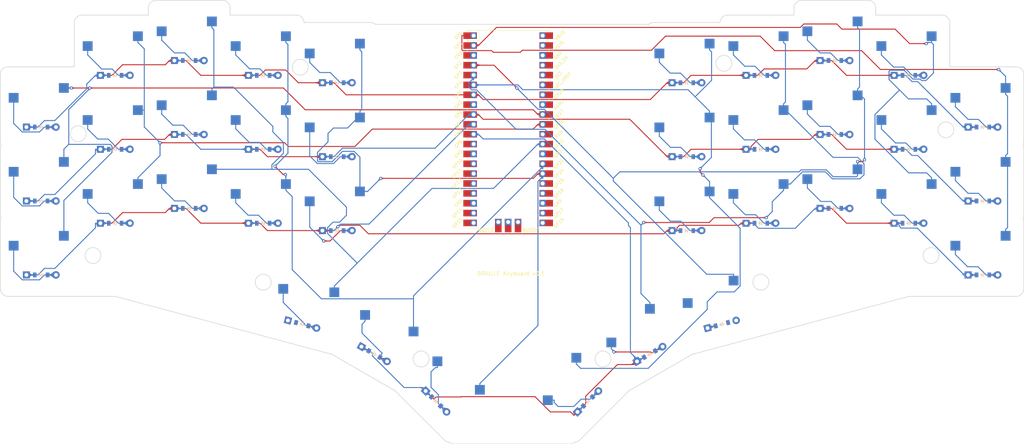
<source format=kicad_pcb>
(kicad_pcb (version 20211014) (generator pcbnew)
  (title_block (title "board") (rev "v1.0.0") (company "Unknown"))
  (layers (0 "F.Cu" signal) (31 "B.Cu" signal) (34 "B.Paste" user) (35 "F.Paste" user) (36 "B.SilkS" user "B.Silkscreen") (37 "F.SilkS" user "F.Silkscreen") (38 "B.Mask" user) (39 "F.Mask" user) (44 "Edge.Cuts" user))
  (net 0 "")
  (net 1 "pinky_bottom")
  (net 2 "C1")
  (net 3 "R3")
  (net 4 "pinky_home")
  (net 5 "R2")
  (net 6 "pinky_top")
  (net 7 "R1")
  (net 8 "ring_bottom")
  (net 9 "C2")
  (net 10 "ring_home")
  (net 11 "ring_top")
  (net 12 "middle_bottom")
  (net 13 "C3")
  (net 14 "middle_home")
  (net 15 "middle_top")
  (net 16 "index_bottom")
  (net 17 "C4")
  (net 18 "index_home")
  (net 19 "index_top")
  (net 20 "inner_bottom")
  (net 21 "C5")
  (net 22 "inner_home")
  (net 23 "inner_top")
  (net 24 "near_thumb")
  (net 25 "R4")
  (net 26 "home_thumb")
  (net 27 "far_thumb")
  (net 28 "mirror_pinky_bottom")
  (net 29 "C10")
  (net 30 "mirror_pinky_home")
  (net 31 "mirror_pinky_top")
  (net 32 "mirror_ring_bottom")
  (net 33 "C9")
  (net 34 "mirror_ring_home")
  (net 35 "mirror_ring_top")
  (net 36 "mirror_middle_bottom")
  (net 37 "C8")
  (net 38 "mirror_middle_home")
  (net 39 "mirror_middle_top")
  (net 40 "mirror_index_bottom")
  (net 41 "C7")
  (net 42 "mirror_index_home")
  (net 43 "mirror_index_top")
  (net 44 "mirror_inner_bottom")
  (net 45 "C6")
  (net 46 "mirror_inner_home")
  (net 47 "mirror_inner_top")
  (net 48 "mirror_near_thumb")
  (net 49 "mirror_home_thumb")
  (net 50 "mirror_far_thumb")
  (footprint "ComboDiode" (layer "F.Cu") (at 223.35 -31.195)
    (fp_text reference "D26" hide)
    (fp_text value "" hide)
  )
  (footprint "MX" (layer "F.Cu") (at 124.2445 34.0658 -45)
    (fp_text reference "S18" hide)
    (fp_text value "" hide)
  )
  (footprint "MX" (layer "F.Cu") (at 185.25 -11.43)
    (fp_text reference "S31" hide)
    (fp_text value "" hide)
  )
  (footprint "ComboDiode" (layer "F.Cu") (at 242.4 -8.335)
    (fp_text reference "D22" hide)
    (fp_text value "" hide)
  )
  (footprint "ComboDiode" (layer "F.Cu") (at 57.15 -31.195)
    (fp_text reference "D8" hide)
    (fp_text value "" hide)
  )
  (footprint "MX" (layer "F.Cu") (at 261.45 -38.1)
    (fp_text reference "S21" hide)
    (fp_text value "" hide)
  )
  (footprint "MX" (layer "F.Cu") (at 192.9589 12.8751 15)
    (fp_text reference "S34" hide)
    (fp_text value "" hide)
  )
  (footprint "MX" (layer "F.Cu") (at 173.2123 21.0544 30)
    (fp_text reference "S35" hide)
    (fp_text value "" hide)
  )
  (footprint "ComboDiode" (layer "F.Cu") (at 19.05 -33.1)
    (fp_text reference "D3" hide)
    (fp_text value "" hide)
  )
  (footprint "ComboDiode" (layer "F.Cu") (at 86.247 17.7047 -15)
    (fp_text reference "D16" hide)
    (fp_text value "" hide)
  )
  (footprint "ComboDiode" (layer "F.Cu") (at 19.05 -14.05)
    (fp_text reference "D2" hide)
    (fp_text value "" hide)
  )
  (footprint "ComboDiode" (layer "F.Cu") (at 242.4 -27.385)
    (fp_text reference "D23" hide)
    (fp_text value "" hide)
  )
  (footprint "ComboDiode" (layer "F.Cu") (at 223.35 -50.245)
    (fp_text reference "D27" hide)
    (fp_text value "" hide)
  )
  (footprint "ComboDiode" (layer "F.Cu") (at 194.253 17.7047 15)
    (fp_text reference "D34" hide)
    (fp_text value "" hide)
  )
  (footprint "ComboDiode" (layer "F.Cu") (at 76.2 -8.335)
    (fp_text reference "D10" hide)
    (fp_text value "" hide)
  )
  (footprint "MCU_RaspberryPi_and_Boards:RPi_Pico_SMD_TH" (layer "F.Cu") (at 139.25 -32.53)
    (fp_text reference "MCU1" hide)
    (fp_text value "RPi_Pico_SMD_TH")
  )
  (footprint "ComboDiode" (layer "F.Cu") (at 185.25 -44.53)
    (fp_text reference "D33" hide)
    (fp_text value "" hide)
  )
  (footprint "ComboDiode" (layer "F.Cu") (at 261.45 -14.05)
    (fp_text reference "D20" hide)
    (fp_text value "" hide)
  )
  (footprint "ComboDiode" (layer "F.Cu") (at 76.2 -27.385)
    (fp_text reference "D11" hide)
    (fp_text value "" hide)
  )
  (footprint "MX" (layer "F.Cu") (at 242.4 -32.385)
    (fp_text reference "S23" hide)
    (fp_text value "" hide)
  )
  (footprint "MX" (layer "F.Cu") (at 185.25 -30.48)
    (fp_text reference "S32" hide)
    (fp_text value "" hide)
  )
  (footprint "MX" (layer "F.Cu") (at 76.2 -32.385)
    (fp_text reference "S11" hide)
    (fp_text value "" hide)
  )
  (footprint "ComboDiode" (layer "F.Cu") (at 95.25 -6.43)
    (fp_text reference "D13" hide)
    (fp_text value "" hide)
  )
  (footprint "MX" (layer "F.Cu") (at 95.25 -49.53)
    (fp_text reference "S15" hide)
    (fp_text value "" hide)
  )
  (footprint "MX" (layer "F.Cu") (at 57.15 -17.145)
    (fp_text reference "S7" hide)
    (fp_text value "" hide)
  )
  (footprint "MX" (layer "F.Cu") (at 107.2877 21.0544 -30)
    (fp_text reference "S17" hide)
    (fp_text value "" hide)
  )
  (footprint "ComboDiode" (layer "F.Cu") (at 95.25 -25.48)
    (fp_text reference "D14" hide)
    (fp_text value "" hide)
  )
  (footprint "ComboDiode" (layer "F.Cu") (at 261.45 5)
    (fp_text reference "D19" hide)
    (fp_text value "" hide)
  )
  (footprint "ComboDiode" (layer "F.Cu") (at 120.709 37.6013 -45)
    (fp_text reference "D18" hide)
    (fp_text value "" hide)
  )
  (footprint "ComboDiode" (layer "F.Cu") (at 204.3 -27.385)
    (fp_text reference "D29" hide)
    (fp_text value "" hide)
  )
  (footprint "MX" (layer "F.Cu") (at 223.35 -36.195)
    (fp_text reference "S26" hide)
    (fp_text value "" hide)
  )
  (footprint "MX" (layer "F.Cu") (at 38.1 -13.335)
    (fp_text reference "S4" hide)
    (fp_text value "" hide)
  )
  (footprint "MX" (layer "F.Cu") (at 204.3 -13.335)
    (fp_text reference "S28" hide)
    (fp_text value "" hide)
  )
  (footprint "ComboDiode" (layer "F.Cu") (at 185.25 -6.43)
    (fp_text reference "D31" hide)
    (fp_text value "" hide)
  )
  (footprint "ComboDiode" (layer "F.Cu") (at 38.1 -27.385)
    (fp_text reference "D5" hide)
    (fp_text value "" hide)
  )
  (footprint "MX" (layer "F.Cu") (at 95.25 -11.43)
    (fp_text reference "S13" hide)
    (fp_text value "" hide)
  )
  (footprint "ComboDiode" (layer "F.Cu") (at 38.1 -46.435)
    (fp_text reference "D6" hide)
    (fp_text value "" hide)
  )
  (footprint "ComboDiode" (layer "F.Cu") (at 242.4 -46.435)
    (fp_text reference "D24" hide)
    (fp_text value "" hide)
  )
  (footprint "ComboDiode" (layer "F.Cu") (at 19.05 5)
    (fp_text reference "D1" hide)
    (fp_text value "" hide)
  )
  (footprint "ComboDiode" (layer "F.Cu") (at 175.7123 25.3845 30)
    (fp_text reference "D35" hide)
    (fp_text value "" hide)
  )
  (footprint "MX" (layer "F.Cu") (at 95.25 -30.48)
    (fp_text reference "S14" hide)
    (fp_text value "" hide)
  )
  (footprint "MX" (layer "F.Cu") (at 261.45 0)
    (fp_text reference "S19" hide)
    (fp_text value "" hide)
  )
  (footprint "MX" (layer "F.Cu") (at 223.35 -55.245)
    (fp_text reference "S27" hide)
    (fp_text value "" hide)
  )
  (footprint "ComboDiode" (layer "F.Cu") (at 104.7877 25.3845 -30)
    (fp_text reference "D17" hide)
    (fp_text value "" hide)
  )
  (footprint "MX" (layer "F.Cu") (at 87.5411 12.8751 -15)
    (fp_text reference "S16" hide)
    (fp_text value "" hide)
  )
  (footprint "MX" (layer "F.Cu") (at 38.1 -32.385)
    (fp_text reference "S5" hide)
    (fp_text value "" hide)
  )
  (footprint "MX" (layer "F.Cu") (at 19.05 0)
    (fp_text reference "S1" hide)
    (fp_text value "" hide)
  )
  (footprint "MX" (layer "F.Cu") (at 57.15 -36.195)
    (fp_text reference "S8" hide)
    (fp_text value "" hide)
  )
  (footprint "MX" (layer "F.Cu") (at 76.2 -13.335)
    (fp_text reference "S10" hide)
    (fp_text value "" hide)
  )
  (footprint "MX" (layer "F.Cu") (at 19.05 -38.1)
    (fp_text reference "S3" hide)
    (fp_text value "" hide)
  )
  (footprint "MX" (layer "F.Cu") (at 261.45 -19.05)
    (fp_text reference "S20" hide)
    (fp_text value "" hide)
  )
  (footprint "MX" (layer "F.Cu") (at 57.15 -55.245)
    (fp_text reference "S9" hide)
    (fp_text value "" hide)
  )
  (footprint "ComboDiode" (layer "F.Cu") (at 159.791 37.6013 45)
    (fp_text reference "D36" hide)
    (fp_text value "" hide)
  )
  (footprint "ComboDiode" (layer "F.Cu") (at 76.2 -46.435)
    (fp_text reference "D12" hide)
    (fp_text value "" hide)
  )
  (footprint "MX" (layer "F.Cu") (at 19.05 -19.05)
    (fp_text reference "S2" hide)
    (fp_text value "" hide)
  )
  (footprint "MX" (layer "F.Cu") (at 204.3 -32.385)
    (fp_text reference "S29" hide)
    (fp_text value "" hide)
  )
  (footprint "MX" (layer "F.Cu") (at 242.4 -13.335)
    (fp_text reference "S22" hide)
    (fp_text value "" hide)
  )
  (footprint "MX" (layer "F.Cu") (at 204.3 -51.435)
    (fp_text reference "S30" hide)
    (fp_text value "" hide)
  )
  (footprint "ComboDiode" (layer "F.Cu") (at 261.45 -33.1)
    (fp_text reference "D21" hide)
    (fp_text value "" hide)
  )
  (footprint "ComboDiode" (layer "F.Cu") (at 57.15 -50.245)
    (fp_text reference "D9" hide)
    (fp_text value "" hide)
  )
  (footprint "MX" (layer "F.Cu") (at 156.2555 34.0658 45)
    (fp_text reference "S36" hide)
    (fp_text value "" hide)
  )
  (footprint "ComboDiode" (layer "F.Cu") (at 57.15 -12.145)
    (fp_text reference "D7" hide)
    (fp_text value "" hide)
  )
  (footprint "ComboDiode" (layer "F.Cu") (at 204.3 -8.335)
    (fp_text reference "D28" hide)
    (fp_text value "" hide)
  )
  (footprint "MX" (layer "F.Cu") (at 76.2 -51.435)
    (fp_text reference "S12" hide)
    (fp_text value "" hide)
  )
  (footprint "ComboDiode" (layer "F.Cu") (at 185.25 -25.48)
    (fp_text reference "D32" hide)
    (fp_text value "" hide)
  )
  (footprint "MX" (layer "F.Cu") (at 223.35 -17.145)
    (fp_text reference "S25" hide)
    (fp_text value "" hide)
  )
  (footprint "ComboDiode" (layer "F.Cu") (at 223.35 -12.145)
    (fp_text reference "D25" hide)
    (fp_text value "" hide)
  )
  (footprint "MX" (layer "F.Cu") (at 185.25 -49.53)
    (fp_text reference "S33" hide)
    (fp_text value "" hide)
  )
  (footprint "ComboDiode" (layer "F.Cu") (at 38.1 -8.335)
    (fp_text reference "D4" hide)
    (fp_text value "" hide)
  )
  (footprint "ComboDiode" (layer "F.Cu") (at 204.3 -46.435)
    (fp_text reference "D30" hide)
    (fp_text value "" hide)
  )
  (footprint "MX" (layer "F.Cu") (at 38.1 -51.435)
    (fp_text reference "S6" hide)
    (fp_text value "" hide)
  )
  (footprint "ComboDiode" (layer "F.Cu") (at 95.25 -44.53)
    (fp_text reference "D15" hide)
    (fp_text value "" hide)
  )
  (footprint "MX" (layer "F.Cu") (at 242.4 -51.435)
    (fp_text reference "S24" hide)
    (fp_text value "" hide)
  )
  (gr_arc (start 156.357911 48.119301) (mid 155.760904 48.459467) (end 155.084 48.5775) (layer "Edge.Cuts") (width 0.15))
  (gr_arc (start 250.925 -61.96) (mid 252.339214 -61.374214) (end 252.925 -59.96) (layer "Edge.Cuts") (width 0.15))
  (gr_arc (start 193.777257 -60.054999) (mid 194.394782 -61.407411) (end 195.775 -61.96) (layer "Edge.Cuts") (width 0.15))
  (gr_line (start 174.87 -59.57) (end 105.08067 -59.57) (layer "Edge.Cuts") (width 0.15))
  (gr_arc (start 271.707051 -28.575) (mid 271.906852 -28.092638) (end 271.975 -27.575) (layer "Edge.Cuts") (width 0.15))
  (gr_arc (start 157.669715 47.536138) (mid 157.06794 47.949476) (end 156.357911 48.119301) (layer "Edge.Cuts") (width 0.15))
  (gr_arc (start 124.17166 48.120598) (mid 123.445606 47.955438) (end 122.830285 47.536138) (layer "Edge.Cuts") (width 0.15))
  (gr_circle (center 194.775 -49.53) (end 196.825 -49.53) (layer "Edge.Cuts") (width 0.15) (fill none))
  (gr_circle (center 251.925 -32.385) (end 253.975 -32.385) (layer "Edge.Cuts") (width 0.15) (fill none))
  (gr_line (start 27.575 -59.96) (end 27.575 -48.625) (layer "Edge.Cuts") (width 0.15))
  (gr_arc (start 86.722742 -60.054999) (mid 86.723871 -60.055) (end 86.725 -60.055) (layer "Edge.Cuts") (width 0.15))
  (gr_line (start 46.625 -63.77) (end 46.625 -61.96) (layer "Edge.Cuts") (width 0.15))
  (gr_line (start 187.448414 25.247861) (end 242.39488 10.525) (layer "Edge.Cuts") (width 0.15))
  (gr_line (start 193.775 -60.055) (end 176.725 -60.055) (layer "Edge.Cuts") (width 0.15))
  (gr_circle (center 85.725 -48.53) (end 87.775 -48.53) (layer "Edge.Cuts") (width 0.15) (fill none))
  (gr_circle (center 163.664213 26.657043) (end 165.714213 26.657043) (layer "Edge.Cuts") (width 0.15) (fill none))
  (gr_arc (start 174.87 -59.57) (mid 175.113564 -59.555114) (end 175.353502 -59.510677) (layer "Edge.Cuts") (width 0.15))
  (gr_arc (start 103.775 -60.055) (mid 104.471419 -59.929833) (end 105.08067 -59.57) (layer "Edge.Cuts") (width 0.15))
  (gr_line (start 157.669715 47.536138) (end 170.562205 34.643648) (layer "Edge.Cuts") (width 0.15))
  (gr_arc (start 175.353502 -59.510677) (mid 175.987217 -59.913946) (end 176.725 -60.055) (layer "Edge.Cuts") (width 0.15))
  (gr_arc (start 46.625 -63.77) (mid 47.210786 -65.184214) (end 48.625 -65.77) (layer "Edge.Cuts") (width 0.15))
  (gr_line (start 212.825 -61.96) (end 195.775 -61.96) (layer "Edge.Cuts") (width 0.15))
  (gr_line (start 46.625 -61.96) (end 29.575 -61.96) (layer "Edge.Cuts") (width 0.15))
  (gr_line (start 38.10512 10.525) (end 93.051586 25.247861) (layer "Edge.Cuts") (width 0.15))
  (gr_arc (start 271.975 -29.575) (mid 271.906852 -29.057362) (end 271.707051 -28.575) (layer "Edge.Cuts") (width 0.15))
  (gr_arc (start 187.448415 25.247861) (mid 187.16759 25.30194) (end 186.881922 25.315413) (layer "Edge.Cuts") (width 0.15))
  (gr_circle (center 248.115 0) (end 250.165 0) (layer "Edge.Cuts") (width 0.15) (fill none))
  (gr_line (start 10.525 -48.625) (end 27.575 -48.625) (layer "Edge.Cuts") (width 0.15))
  (gr_line (start 242.39488 10.525) (end 269.975 10.525) (layer "Edge.Cuts") (width 0.15))
  (gr_arc (start 125.444 48.5775) (mid 124.768055 48.459812) (end 124.17166 48.120598) (layer "Edge.Cuts") (width 0.15))
  (gr_line (start 65.675 -65.77) (end 48.625 -65.77) (layer "Edge.Cuts") (width 0.15))
  (gr_line (start 93.618078 25.315413) (end 109.408089 34.43178) (layer "Edge.Cuts") (width 0.15))
  (gr_line (start 125.444 48.5775) (end 155.084 48.5775) (layer "Edge.Cuts") (width 0.15))
  (gr_arc (start 84.725 -61.96) (mid 86.105218 -61.407411) (end 86.722743 -60.054999) (layer "Edge.Cuts") (width 0.15))
  (gr_line (start 233.875 -61.96) (end 233.875 -63.77) (layer "Edge.Cuts") (width 0.15))
  (gr_arc (start 8.525 -27.575) (mid 8.593148 -28.092638) (end 8.792949 -28.575) (layer "Edge.Cuts") (width 0.15))
  (gr_line (start 250.925 -61.96) (end 233.875 -61.96) (layer "Edge.Cuts") (width 0.15))
  (gr_arc (start 10.525 10.525) (mid 9.110786 9.939214) (end 8.525 8.525) (layer "Edge.Cuts") (width 0.15))
  (gr_line (start 271.975 8.525) (end 271.975 -8.525) (layer "Edge.Cuts") (width 0.15))
  (gr_arc (start 8.792949 -9.525) (mid 8.593148 -10.007362) (end 8.525 -10.525) (layer "Edge.Cuts") (width 0.15))
  (gr_line (start 252.925 -48.625) (end 252.925 -59.96) (layer "Edge.Cuts") (width 0.15))
  (gr_line (start 231.875 -65.77) (end 214.825 -65.77) (layer "Edge.Cuts") (width 0.15))
  (gr_line (start 8.525 -8.525) (end 8.525 8.525) (layer "Edge.Cuts") (width 0.15))
  (gr_line (start 109.937795 34.643648) (end 122.830285 47.536138) (layer "Edge.Cuts") (width 0.15))
  (gr_arc (start 93.618079 25.315413) (mid 93.332411 25.30194) (end 93.051586 25.247861) (layer "Edge.Cuts") (width 0.15))
  (gr_arc (start 109.937795 34.643649) (mid 109.665349 34.556699) (end 109.408089 34.43178) (layer "Edge.Cuts") (width 0.15))
  (gr_line (start 171.091911 34.43178) (end 186.881922 25.315413) (layer "Edge.Cuts") (width 0.15))
  (gr_line (start 252.925 -48.625) (end 269.975 -48.625) (layer "Edge.Cuts") (width 0.15))
  (gr_circle (center 76.2 6.858) (end 78.25 6.858) (layer "Edge.Cuts") (width 0.15) (fill none))
  (gr_arc (start 269.975 -48.625) (mid 271.389214 -48.039214) (end 271.975 -46.625) (layer "Edge.Cuts") (width 0.15))
  (gr_arc (start 8.792949 -28.575) (mid 8.593148 -29.057362) (end 8.525 -29.575) (layer "Edge.Cuts") (width 0.15))
  (gr_circle (center 116.835787 26.657043) (end 118.885787 26.657043) (layer "Edge.Cuts") (width 0.15) (fill none))
  (gr_line (start 271.975 -10.525) (end 271.975 -27.575) (layer "Edge.Cuts") (width 0.15))
  (gr_arc (start 193.775 -60.055) (mid 193.776129 -60.055) (end 193.777258 -60.054999) (layer "Edge.Cuts") (width 0.15))
  (gr_circle (center 28.575 -31.385) (end 30.625 -31.385) (layer "Edge.Cuts") (width 0.15) (fill none))
  (gr_arc (start 271.707051 -9.525) (mid 271.906852 -9.042638) (end 271.975 -8.525) (layer "Edge.Cuts") (width 0.15))
  (gr_arc (start 231.875 -65.77) (mid 233.289214 -65.184214) (end 233.875 -63.77) (layer "Edge.Cuts") (width 0.15))
  (gr_line (start 271.975 -29.575) (end 271.975 -46.625) (layer "Edge.Cuts") (width 0.15))
  (gr_line (start 8.525 -46.625) (end 8.525 -29.575) (layer "Edge.Cuts") (width 0.15))
  (gr_line (start 212.825 -63.77) (end 212.825 -61.96) (layer "Edge.Cuts") (width 0.15))
  (gr_line (start 67.675 -61.96) (end 67.675 -63.77) (layer "Edge.Cuts") (width 0.15))
  (gr_arc (start 212.825 -63.77) (mid 213.410786 -65.184214) (end 214.825 -65.77) (layer "Edge.Cuts") (width 0.15))
  (gr_line (start 10.525 10.525) (end 38.10512 10.525) (layer "Edge.Cuts") (width 0.15))
  (gr_line (start 84.725 -61.96) (end 67.675 -61.96) (layer "Edge.Cuts") (width 0.15))
  (gr_arc (start 271.975 -10.525) (mid 271.906852 -10.007362) (end 271.707051 -9.525) (layer "Edge.Cuts") (width 0.15))
  (gr_arc (start 8.525 -46.625) (mid 9.110786 -48.039214) (end 10.525 -48.625) (layer "Edge.Cuts") (width 0.15))
  (gr_circle (center 32.385 0) (end 34.435 0) (layer "Edge.Cuts") (width 0.15) (fill none))
  (gr_arc (start 65.675 -65.77) (mid 67.089214 -65.184214) (end 67.675 -63.77) (layer "Edge.Cuts") (width 0.15))
  (gr_line (start 8.525 -27.575) (end 8.525 -10.525) (layer "Edge.Cuts") (width 0.15))
  (gr_circle (center 204.3 6.858) (end 206.35 6.858) (layer "Edge.Cuts") (width 0.15) (fill none))
  (gr_arc (start 27.575 -59.96) (mid 28.160786 -61.374214) (end 29.575 -61.96) (layer "Edge.Cuts") (width 0.15))
  (gr_arc (start 171.091911 34.431779) (mid 170.834651 34.556698) (end 170.562205 34.643648) (layer "Edge.Cuts") (width 0.15))
  (gr_arc (start 271.975 8.525) (mid 271.389214 9.939214) (end 269.975 10.525) (layer "Edge.Cuts") (width 0.15))
  (gr_arc (start 8.525 -8.525) (mid 8.593148 -9.042638) (end 8.792949 -9.525) (layer "Edge.Cuts") (width 0.15))
  (gr_line (start 103.775 -60.055) (end 86.725 -60.055) (layer "Edge.Cuts") (width 0.15))
  (gr_text "BRAILLE Keyboard v0.1" (at 131.2 4.665) (layer "F.SilkS") (effects (font (size 1 1)) (justify left)))
  (segment (start 22.86 5) (end 20.7 5) (width 0.25) (layer "F.Cu") (net 1))
  (segment (start 11.965 4.0474) (end 11.965 -2.54) (width 0.25) (layer "B.Cu") (net 1))
  (segment (start 14.1818 6.2642) (end 11.965 4.0474) (width 0.25) (layer "B.Cu") (net 1))
  (segment (start 19.8749 5) (end 18.6107 6.2642) (width 0.25) (layer "B.Cu") (net 1))
  (segment (start 18.6107 6.2642) (end 14.1818 6.2642) (width 0.25) (layer "B.Cu") (net 1))
  (segment (start 20.7 5) (end 19.8749 5) (width 0.25) (layer "B.Cu") (net 1))
  (segment (start 22.86 5) (end 20.7 5) (width 0.25) (layer "B.Cu") (net 1))
  (segment (start 87.0024 -37.5651) (end 145.6898 -37.5651) (width 0.25) (layer "F.Cu") (net 2))
  (segment (start 145.6898 -37.5651) (end 146.9149 -36.34) (width 0.25) (layer "F.Cu") (net 2))
  (segment (start 31.5427 -43.1635) (end 81.404 -43.1635) (width 0.25) (layer "F.Cu") (net 2))
  (segment (start 26.8357 -43.1635) (end 31.5427 -43.1635) (width 0.25) (layer "F.Cu") (net 2))
  (segment (start 81.404 -43.1635) (end 87.0024 -37.5651) (width 0.25) (layer "F.Cu") (net 2))
  (segment (start 148.14 -36.34) (end 146.9149 -36.34) (width 0.25) (layer "F.Cu") (net 2))
  (via (at 26.8357 -43.1635) (size 0.8) (drill 0.4) (layers "F.Cu" "B.Cu") (net 2))
  (via (at 31.5427 -43.1635) (size 0.8) (drill 0.4) (layers "F.Cu" "B.Cu") (net 2))
  (segment (start 24.892 -43.18) (end 26.5421 -43.18) (width 0.25) (layer "B.Cu") (net 2))
  (segment (start 37.2752 -28.1783) (end 37.2752 -26.5719) (width 0.25) (layer "B.Cu") (net 2))
  (segment (start 26.139 -28.6492) (end 26.139 -37.6193) (width 0.25) (layer "B.Cu") (net 2))
  (segment (start 36.8043 -28.6492) (end 37.2752 -28.1783) (width 0.25) (layer "B.Cu") (net 2))
  (segment (start 31.5427 -43.023) (end 31.5427 -43.1635) (width 0.25) (layer "B.Cu") (net 2))
  (segment (start 26.5586 -43.1635) (end 26.8357 -43.1635) (width 0.25) (layer "B.Cu") (net 2))
  (segment (start 26.5421 -43.18) (end 26.5586 -43.1635) (width 0.25) (layer "B.Cu") (net 2))
  (segment (start 26.139 -28.6492) (end 36.8043 -28.6492) (width 0.25) (layer "B.Cu") (net 2))
  (segment (start 24.892 -14.1887) (end 24.892 -5.08) (width 0.25) (layer "B.Cu") (net 2))
  (segment (start 24.892 -27.4022) (end 26.139 -28.6492) (width 0.25) (layer "B.Cu") (net 2))
  (segment (start 24.892 -24.13) (end 24.892 -27.4022) (width 0.25) (layer "B.Cu") (net 2))
  (segment (start 37.2752 -26.5719) (end 24.892 -14.1887) (width 0.25) (layer "B.Cu") (net 2))
  (segment (start 26.139 -37.6193) (end 31.5427 -43.023) (width 0.25) (layer "B.Cu") (net 2))
  (segment (start 74.55 -8.335) (end 72.39 -8.335) (width 0.25) (layer "F.Cu") (net 3))
  (segment (start 200.49 -8.335) (end 202.65 -8.335) (width 0.25) (layer "F.Cu") (net 3))
  (segment (start 226.3351 -8.335) (end 238.59 -8.335) (width 0.25) (layer "F.Cu") (net 3))
  (segment (start 179.347 -5.6011) (end 103.2731 -5.6011) (width 0.25) (layer "F.Cu") (net 3))
  (segment (start 93.6 -6.43) (end 91.44 -6.43) (width 0.25) (layer "F.Cu") (net 3))
  (segment (start 55.5 -12.145) (end 56.3251 -12.145) (width 0.25) (layer "F.Cu") (net 3))
  (segment (start 199.858 -8.335) (end 199.2259 -8.335) (width 0.25) (layer "F.Cu") (net 3))
  (segment (start 94.4251 -6.43) (end 95.4272 -7.4321) (width 0.25) (layer "F.Cu") (net 3))
  (segment (start 219.54 -12.145) (end 221.7 -12.145) (width 0.25) (layer "F.Cu") (net 3))
  (segment (start 15.24 5) (end 17.4 5) (width 0.25) (layer "F.Cu") (net 3))
  (segment (start 182.7041 -7.1411) (end 183.3488 -7.7858) (width 0.25) (layer "F.Cu") (net 3))
  (segment (start 198.6767 -7.7858) (end 199.2259 -8.335) (width 0.25) (layer "F.Cu") (net 3))
  (segment (start 36.45 -8.335) (end 37.2751 -8.335) (width 0.25) (layer "F.Cu") (net 3))
  (segment (start 91.44 -6.43) (end 77.2801 -6.43) (width 0.25) (layer "F.Cu") (net 3))
  (segment (start 257.64 5) (end 259.8 5) (width 0.25) (layer "F.Cu") (net 3))
  (segment (start 101.0714 -7.8028) (end 95.7979 -7.8028) (width 0.25) (layer "F.Cu") (net 3))
  (segment (start 77.2801 -6.43) (end 75.3751 -8.335) (width 0.25) (layer "F.Cu") (net 3))
  (segment (start 93.6 -6.43) (end 94.4251 -6.43) (width 0.25) (layer "F.Cu") (net 3))
  (segment (start 95.4272 -7.4321) (end 95.4272 -7.4322) (width 0.25) (layer "F.Cu") (net 3))
  (segment (start 53.34 -12.145) (end 55.5 -12.145) (width 0.25) (layer "F.Cu") (net 3))
  (segment (start 52.0759 -12.145) (end 50.9959 -11.065) (width 0.25) (layer "F.Cu") (net 3))
  (segment (start 53.34 -12.145) (end 52.0759 -12.145) (width 0.25) (layer "F.Cu") (net 3))
  (segment (start 182.0721 -6.43) (end 182.7041 -6.43) (width 0.25) (layer "F.Cu") (net 3))
  (segment (start 221.7 -12.145) (end 222.5251 -12.145) (width 0.25) (layer "F.Cu") (net 3))
  (segment (start 182.7041 -6.43) (end 182.7041 -7.1411) (width 0.25) (layer "F.Cu") (net 3))
  (segment (start 34.29 -8.335) (end 36.45 -8.335) (width 0.25) (layer "F.Cu") (net 3))
  (segment (start 183.3488 -7.7858) (end 198.6767 -7.7858) (width 0.25) (layer "F.Cu") (net 3))
  (segment (start 183.6 -6.43) (end 182.7041 -6.43) (width 0.25) (layer "F.Cu") (net 3))
  (segment (start 74.55 -8.335) (end 75.3751 -8.335) (width 0.25) (layer "F.Cu") (net 3))
  (segment (start 40.0051 -11.065) (end 37.2751 -8.335) (width 0.25) (layer "F.Cu") (net 3))
  (segment (start 238.59 -8.335) (end 240.75 -8.335) (width 0.25) (layer "F.Cu") (net 3))
  (segment (start 95.7979 -7.8028) (end 95.4273 -7.4322) (width 0.25) (layer "F.Cu") (net 3))
  (segment (start 180.1759 -6.43) (end 179.347 -5.6011) (width 0.25) (layer "F.Cu") (net 3))
  (segment (start 222.5251 -12.145) (end 226.3351 -8.335) (width 0.25) (layer "F.Cu") (net 3))
  (segment (start 182.0721 -6.43) (end 181.44 -6.43) (width 0.25) (layer "F.Cu") (net 3))
  (segment (start 181.44 -6.43) (end 180.1759 -6.43) (width 0.25) (layer "F.Cu") (net 3))
  (segment (start 50.9959 -11.065) (end 40.0051 -11.065) (width 0.25) (layer "F.Cu") (net 3))
  (segment (start 72.39 -8.335) (end 60.1351 -8.335) (width 0.25) (layer "F.Cu") (net 3))
  (segment (start 60.1351 -8.335) (end 56.3251 -12.145) (width 0.25) (layer "F.Cu") (net 3))
  (segment (start 199.858 -8.335) (end 200.49 -8.335) (width 0.25) (layer "F.Cu") (net 3))
  (segment (start 103.2731 -5.6011) (end 101.0714 -7.8028) (width 0.25) (layer "F.Cu") (net 3))
  (segment (start 95.4272 -7.4322) (end 95.4273 -7.4322) (width 0.25) (layer "F.Cu") (net 3))
  (via (at 95.4273 -7.4322) (size 0.8) (drill 0.4) (layers "F.Cu" "B.Cu") (net 3))
  (segment (start 17.8126 5) (end 17.4 5) (width 0.25) (layer "B.Cu") (net 3))
  (segment (start 74.55 -8.335) (end 72.39 -8.335) (width 0.25) (layer "B.Cu") (net 3))
  (segment (start 239.8541 -7.6239) (end 240.4071 -7.0709) (width 0.25) (layer "B.Cu") (net 3))
  (segment (start 239.8541 -8.335) (end 239.8541 -7.6239) (width 0.25) (layer "B.Cu") (net 3))
  (segment (start 93.6 -6.43) (end 94.4251 -6.43) (width 0.25) (layer "B.Cu") (net 3))
  (segment (start 201.57 -8.335) (end 200.49 -8.335) (width 0.25) (layer "B.Cu") (net 3))
  (segment (start 96.1021 -8.107) (end 103.4419 -8.107) (width 0.25) (layer "B.Cu") (net 3))
  (segment (start 256.3759 4.763) (end 256.3759 5) (width 0.25) (layer "B.Cu") (net 3))
  (segment (start 240.4071 -7.0709) (end 244.542 -7.0709) (width 0.25) (layer "B.Cu") (net 3))
  (segment (start 103.4419 -8.107) (end 129.1349 -33.8) (width 0.25) (layer "B.Cu") (net 3))
  (segment (start 221.7 -12.145) (end 219.54 -12.145) (width 0.25) (layer "B.Cu") (net 3))
  (segment (start 183.6 -6.43) (end 181.44 -6.43) (width 0.25) (layer "B.Cu") (net 3))
  (segment (start 33.0259 -7.1499) (end 22.553 3.323) (width 0.25) (layer "B.Cu") (net 3))
  (segment (start 201.57 -8.335) (end 202.3484 -8.335) (width 0.25) (layer "B.Cu") (net 3))
  (segment (start 244.542 -7.0709) (end 256.3759 4.763) (width 0.25) (layer "B.Cu") (net 3))
  (segment (start 36.45 -8.335) (end 34.29 -8.335) (width 0.25) (layer "B.Cu") (net 3))
  (segment (start 55.5 -12.145) (end 53.34 -12.145) (width 0.25) (layer "B.Cu") (net 3))
  (segment (start 238.59 -8.335) (end 239.8541 -8.335) (width 0.25) (layer "B.Cu") (net 3))
  (segment (start 95.4273 -7.4322) (end 96.1021 -8.107) (width 0.25) (layer "B.Cu") (net 3))
  (segment (start 259.8 5) (end 257.64 5) (width 0.25) (layer "B.Cu") (net 3))
  (segment (start 203.6768 -7.0066) (end 213.1375 -7.0066) (width 0.25) (layer "B.Cu") (net 3))
  (segment (start 22.553 3.323) (end 19.9021 3.323) (width 0.25) (layer "B.Cu") (net 3))
  (segment (start 240.75 -8.335) (end 239.8541 -8.335) (width 0.25) (layer "B.Cu") (net 3))
  (segment (start 202.65 -8.335) (end 201.57 -8.335) (width 0.25) (layer "B.Cu") (net 3))
  (segment (start 202.3484 -8.335) (end 203.6768 -7.0066) (width 0.25) (layer "B.Cu") (net 3))
  (segment (start 17.8126 5) (end 18.2251 5) (width 0.25) (layer "B.Cu") (net 3))
  (segment (start 17.4 5) (end 15.24 5) (width 0.25) (layer "B.Cu") (net 3))
  (segment (start 130.36 -33.8) (end 129.1349 -33.8) (width 0.25) (layer "B.Cu") (net 3))
  (segment (start 257.64 5) (end 256.3759 5) (width 0.25) (layer "B.Cu") (net 3))
  (segment (start 219.54 -12.145) (end 218.2759 -12.145) (width 0.25) (layer "B.Cu") (net 3))
  (segment (start 34.29 -8.335) (end 33.0259 -8.335) (width 0.25) (layer "B.Cu") (net 3))
  (segment (start 33.0259 -8.335) (end 33.0259 -7.1499) (width 0.25) (layer "B.Cu") (net 3))
  (segment (start 213.1375 -7.0066) (end 218.2759 -12.145) (width 0.25) (layer "B.Cu") (net 3))
  (segment (start 94.4251 -6.43) (end 95.4273 -7.4322) (width 0.25) (layer "B.Cu") (net 3))
  (segment (start 19.9021 3.323) (end 18.2251 5) (width 0.25) (layer "B.Cu") (net 3))
  (segment (start 22.86 -14.05) (end 20.7 -14.05) (width 0.25) (layer "F.Cu") (net 4))
  (segment (start 20.7 -14.05) (end 19.8749 -14.05) (width 0.25) (layer "B.Cu") (net 4))
  (segment (start 14.1685 -12.7858) (end 11.965 -14.9893) (width 0.25) (layer "B.Cu") (net 4))
  (segment (start 18.6107 -12.7858) (end 14.1685 -12.7858) (width 0.25) (layer "B.Cu") (net 4))
  (segment (start 11.965 -14.9893) (end 11.965 -21.59) (width 0.25) (layer "B.Cu") (net 4))
  (segment (start 22.86 -14.05) (end 20.7 -14.05) (width 0.25) (layer "B.Cu") (net 4))
  (segment (start 19.8749 -14.05) (end 18.6107 -12.7858) (width 0.25) (layer "B.Cu") (net 4))
  (segment (start 202.65 -27.385) (end 201.7541 -27.385) (width 0.25) (layer "F.Cu") (net 5))
  (segment (start 34.29 -27.385) (end 36.45 -27.385) (width 0.25) (layer "F.Cu") (net 5))
  (segment (start 53.34 -31.195) (end 52.0759 -31.195) (width 0.25) (layer "F.Cu") (net 5))
  (segment (start 50.8118 -29.9309) (end 39.821 -29.9309) (width 0.25) (layer "F.Cu") (net 5))
  (segment (start 219.54 -31.195) (end 221.7 -31.195) (width 0.25) (layer "F.Cu") (net 5))
  (segment (start 222.5251 -31.195) (end 226.3351 -27.385) (width 0.25) (layer "F.Cu") (net 5))
  (segment (start 181.44 -25.48) (end 180.1759 -25.48) (width 0.25) (layer "F.Cu") (net 5))
  (segment (start 36.45 -27.385) (end 37.2751 -27.385) (width 0.25) (layer "F.Cu") (net 5))
  (segment (start 200.49 -27.385) (end 201.7541 -27.385) (width 0.25) (layer "F.Cu") (net 5))
  (segment (start 201.7541 -28.0961) (end 203.593 -29.935) (width 0.25) (layer "F.Cu") (net 5))
  (segment (start 132.8102 -35.1149) (end 131.5851 -36.34) (width 0.25) (layer "F.Cu") (net 5))
  (segment (start 183.6 -25.48) (end 181.44 -25.48) (width 0.25) (layer "F.Cu") (net 5))
  (segment (start 77.2801 -25.48) (end 75.3751 -27.385) (width 0.25) (layer "F.Cu") (net 5))
  (segment (start 183.6 -25.48) (end 184.4251 -25.48) (width 0.25) (layer "F.Cu") (net 5))
  (segment (start 221.7 -31.195) (end 222.5251 -31.195) (width 0.25) (layer "F.Cu") (net 5))
  (segment (start 15.24 -14.05) (end 17.4 -14.05) (width 0.25) (layer "F.Cu") (net 5))
  (segment (start 55.5 -31.195) (end 53.34 -31.195) (width 0.25) (layer "F.Cu") (net 5))
  (segment (start 226.3351 -27.385) (end 238.59 -27.385) (width 0.25) (layer "F.Cu") (net 5))
  (segment (start 130.36 -36.34) (end 131.5851 -36.34) (width 0.25) (layer "F.Cu") (net 5))
  (segment (start 93.6 -25.48) (end 91.44 -25.48) (width 0.25) (layer "F.Cu") (net 5))
  (segment (start 218.908 -31.195) (end 218.2759 -31.195) (width 0.25) (layer "F.Cu") (net 5))
  (segment (start 72.39 -27.385) (end 74.55 -27.385) (width 0.25) (layer "F.Cu") (net 5))
  (segment (start 218.908 -31.195) (end 219.54 -31.195) (width 0.25) (layer "F.Cu") (net 5))
  (segment (start 203.593 -29.935) (end 217.0159 -29.935) (width 0.25) (layer "F.Cu") (net 5))
  (segment (start 91.44 -25.48) (end 77.2801 -25.48) (width 0.25) (layer "F.Cu") (net 5))
  (segment (start 201.7541 -27.385) (end 201.7541 -28.0961) (width 0.25) (layer "F.Cu") (net 5))
  (segment (start 238.59 -27.385) (end 240.75 -27.385) (width 0.25) (layer "F.Cu") (net 5))
  (segment (start 74.55 -27.385) (end 75.3751 -27.385) (width 0.25) (layer "F.Cu") (net 5))
  (segment (start 217.0159 -29.935) (end 218.2759 -31.195) (width 0.25) (layer "F.Cu") (net 5))
  (segment (start 52.0759 -31.195) (end 50.8118 -29.9309) (width 0.25) (layer "F.Cu") (net 5))
  (segment (start 186.3301 -27.385) (end 184.4251 -25.48) (width 0.25) (layer "F.Cu") (net 5))
  (segment (start 180.1759 -25.48) (end 170.541 -35.1149) (width 0.25) (layer "F.Cu") (net 5))
  (segment (start 257.64 -14.05) (end 259.8 -14.05) (width 0.25) (layer "F.Cu") (net 5))
  (segment (start 200.49 -27.385) (end 186.3301 -27.385) (width 0.25) (layer "F.Cu") (net 5))
  (segment (start 170.541 -35.1149) (end 132.8102 -35.1149) (width 0.25) (layer "F.Cu") (net 5))
  (segment (start 39.821 -29.9309) (end 37.2751 -27.385) (width 0.25) (layer "F.Cu") (net 5))
  (segment (start 96.6022 -27.6571) (end 94.4251 -25.48) (width 0.25) (layer "B.Cu") (net 5))
  (segment (start 94.0126 -25.48) (end 93.6 -25.48) (width 0.25) (layer "B.Cu") (net 5))
  (segment (start 72.39 -27.385) (end 60.1351 -27.385) (width 0.25) (layer "B.Cu") (net 5))
  (segment (start 244.6449 -25.781) (end 256.3759 -14.05) (width 0.25) (layer "B.Cu") (net 5))
  (segment (start 241.5751 -27.385) (end 243.1791 -25.781) (width 0.25) (layer "B.Cu") (net 5))
  (segment (start 240.75 -27.385) (end 241.5751 -27.385) (width 0.25) (layer "B.Cu") (net 5))
  (segment (start 22.553 -15.727) (end 19.9021 -15.727) (width 0.25) (layer "B.Cu") (net 5))
  (segment (start 202.65 -27.385) (end 200.49 -27.385) (width 0.25) (layer "B.Cu") (net 5))
  (segment (start 36.45 -27.385) (end 34.29 -27.385) (width 0.25) (layer "B.Cu") (net 5))
  (segment (start 243.1791 -25.781) (end 244.6449 -25.781) (width 0.25) (layer "B.Cu") (net 5))
  (segment (start 74.55 -27.385) (end 72.39 -27.385) (width 0.25) (layer "B.Cu") (net 5))
  (segment (start 17.8126 -14.05) (end 18.2251 -14.05) (width 0.25) (layer "B.Cu") (net 5))
  (segment (start 257.64 -14.05) (end 256.3759 -14.05) (width 0.25) (layer "B.Cu") (net 5))
  (segment (start 19.9021 -15.727) (end 18.2251 -14.05) (width 0.25) (layer "B.Cu") (net 5))
  (segment (start 55.9126 -31.195) (end 56.3251 -31.195) (width 0.25) (layer "B.Cu") (net 5))
  (segment (start 221.7 -31.195) (end 219.54 -31.195) (width 0.25) (layer "B.Cu") (net 5))
  (segment (start 34.29 -27.385) (end 33.0259 -27.385) (width 0.25) (layer "B.Cu") (net 5))
  (segment (start 259.8 -14.05) (end 257.64 -14.05) (width 0.25) (layer "B.Cu") (net 5))
  (segment (start 240.75 -27.385) (end 238.59 -27.385) (width 0.25) (layer "B.Cu") (net 5))
  (segment (start 93.6 -25.48) (end 91.44 -25.48) (width 0.25) (layer "B.Cu") (net 5))
  (segment (start 17.8126 -14.05) (end 17.4 -14.05) (width 0.25) (layer "B.Cu") (net 5))
  (segment (start 33.0259 -27.385) (end 33.0259 -26.1999) (width 0.25) (layer "B.Cu") (net 5))
  (segment (start 55.5 -31.195) (end 53.34 -31.195) (width 0.25) (layer "B.Cu") (net 5))
  (segment (start 129.1349 -36.34) (end 120.452 -27.6571) (width 0.25) (layer "B.Cu") (net 5))
  (segment (start 130.36 -36.34) (end 129.1349 -36.34) (width 0.25) (layer "B.Cu") (net 5))
  (segment (start 60.1351 -27.385) (end 56.3251 -31.195) (width 0.25) (layer "B.Cu") (net 5))
  (segment (start 94.0126 -25.48) (end 94.4251 -25.48) (width 0.25) (layer "B.Cu") (net 5))
  (segment (start 183.6 -25.48) (end 181.44 -25.48) (width 0.25) (layer "B.Cu") (net 5))
  (segment (start 120.452 -27.6571) (end 96.6022 -27.6571) (width 0.25) (layer "B.Cu") (net 5))
  (segment (start 33.0259 -26.1999) (end 22.553 -15.727) (width 0.25) (layer "B.Cu") (net 5))
  (segment (start 17.4 -14.05) (end 15.24 -14.05) (width 0.25) (layer "B.Cu") (net 5))
  (segment (start 55.9126 -31.195) (end 55.5 -31.195) (width 0.25) (layer "B.Cu") (net 5))
  (segment (start 22.86 -33.1) (end 20.7 -33.1) (width 0.25) (layer "F.Cu") (net 6))
  (segment (start 19.8749 -33.1) (end 18.6107 -31.8358) (width 0.25) (layer "B.Cu") (net 6))
  (segment (start 18.6107 -31.8358) (end 14.1685 -31.8358) (width 0.25) (layer "B.Cu") (net 6))
  (segment (start 11.965 -34.0393) (end 11.965 -40.64) (width 0.25) (layer "B.Cu") (net 6))
  (segment (start 22.86 -33.1) (end 20.7 -33.1) (width 0.25) (layer "B.Cu") (net 6))
  (segment (start 20.7 -33.1) (end 19.8749 -33.1) (width 0.25) (layer "B.Cu") (net 6))
  (segment (start 14.1685 -31.8358) (end 11.965 -34.0393) (width 0.25) (layer "B.Cu") (net 6))
  (segment (start 184.4251 -44.53) (end 186.3301 -46.435) (width 0.25) (layer "F.Cu") (net 7))
  (segment (start 238.59 -46.435) (end 240.75 -46.435) (width 0.25) (layer "F.Cu") (net 7))
  (segment (start 53.34 -50.245) (end 52.0759 -50.245) (width 0.25) (layer "F.Cu") (net 7))
  (segment (start 222.5251 -50.245) (end 226.3351 -46.435) (width 0.25) (layer "F.Cu") (net 7))
  (segment (start 181.44 -44.53) (end 180.1759 -44.53) (width 0.25) (layer "F.Cu") (net 7))
  (segment (start 180.1759 -44.53) (end 175.8408 -40.1949) (width 0.25) (layer "F.Cu") (net 7))
  (segment (start 183.6 -44.53) (end 184.4251 -44.53) (width 0.25) (layer "F.Cu") (net 7))
  (segment (start 93.6 -44.53) (end 91.44 -44.53) (width 0.25) (layer "F.Cu") (net 7))
  (segment (start 81.9746 -47.8078) (end 76.7479 -47.8078) (width 0.25) (layer "F.Cu") (net 7))
  (segment (start 218.908 -50.245) (end 218.2759 -50.245) (width 0.25) (layer "F.Cu") (net 7))
  (segment (start 130.36 -41.42) (end 131.5851 -41.42) (width 0.25) (layer "F.Cu") (net 7))
  (segment (start 203.4751 -46.435) (end 205.1195 -48.0794) (width 0.25) (layer "F.Cu") (net 7))
  (segment (start 60.1351 -46.435) (end 56.3251 -50.245) (width 0.25) (layer "F.Cu") (net 7))
  (segment (start 74.55 -46.435) (end 75.3751 -46.435) (width 0.25) (layer "F.Cu") (net 7))
  (segment (start 76.7479 -47.8078) (end 75.3751 -46.435) (width 0.25) (layer "F.Cu") (net 7))
  (segment (start 218.908 -50.245) (end 219.54 -50.245) (width 0.25) (layer "F.Cu") (net 7))
  (segment (start 74.55 -46.435) (end 72.39 -46.435) (width 0.25) (layer "F.Cu") (net 7))
  (segment (start 186.3301 -46.435) (end 200.49 -46.435) (width 0.25) (layer "F.Cu") (net 7))
  (segment (start 175.8408 -40.1949) (end 132.8102 -40.1949) (width 0.25) (layer "F.Cu") (net 7))
  (segment (start 53.34 -50.245) (end 55.5 -50.245) (width 0.25) (layer "F.Cu") (net 7))
  (segment (start 55.5 -50.245) (end 56.3251 -50.245) (width 0.25) (layer "F.Cu") (net 7))
  (segment (start 34.29 -46.435) (end 36.45 -46.435) (width 0.25) (layer "F.Cu") (net 7))
  (segment (start 36.45 -46.435) (end 37.2751 -46.435) (width 0.25) (layer "F.Cu") (net 7))
  (segment (start 205.1195 -48.0794) (end 216.1103 -48.0794) (width 0.25) (layer "F.Cu") (net 7))
  (segment (start 226.3351 -46.435) (end 238.59 -46.435) (width 0.25) (layer "F.Cu") (net 7))
  (segment (start 40.0051 -49.165) (end 37.2751 -46.435) (width 0.25) (layer "F.Cu") (net 7))
  (segment (start 257.64 -33.1) (end 259.8 -33.1) (width 0.25) (layer "F.Cu") (net 7))
  (segment (start 91.44 -44.53) (end 85.2524 -44.53) (width 0.25) (layer "F.Cu") (net 7))
  (segment (start 202.65 -46.435) (end 203.4751 -46.435) (width 0.25) (layer "F.Cu") (net 7))
  (segment (start 216.1103 -48.0794) (end 218.2759 -50.245) (width 0.25) (layer "F.Cu") (net 7))
  (segment (start 52.0759 -50.245) (end 50.9959 -49.165) (width 0.25) (layer "F.Cu") (net 7))
  (segment (start 50.9959 -49.165) (end 40.0051 -49.165) (width 0.25) (layer "F.Cu") (net 7))
  (segment (start 200.49 -46.435) (end 202.65 -46.435) (width 0.25) (layer "F.Cu") (net 7))
  (segment (start 221.7 -50.245) (end 222.5251 -50.245) (width 0.25) (layer "F.Cu") (net 7))
  (segment (start 15.24 -33.1) (end 17.4 -33.1) (width 0.25) (layer "F.Cu") (net 7))
  (segment (start 72.39 -46.435) (end 60.1351 -46.435) (width 0.25) (layer "F.Cu") (net 7))
  (segment (start 130.36 -41.42) (end 97.5351 -41.42) (width 0.25) (layer "F.Cu") (net 7))
  (segment (start 97.5351 -41.42) (end 94.4251 -44.53) (width 0.25) (layer "F.Cu") (net 7))
  (segment (start 85.2524 -44.53) (end 81.9746 -47.8078) (width 0.25) (layer "F.Cu") (net 7))
  (segment (start 93.6 -44.53) (end 94.4251 -44.53) (width 0.25) (layer "F.Cu") (net 7))
  (segment (start 219.54 -50.245) (end 221.7 -50.245) (width 0.25) (layer "F.Cu") (net 7))
  (segment (start 183.6 -44.53) (end 181.44 -44.53) (width 0.25) (layer "F.Cu") (net 7))
  (segment (start 132.8102 -40.1949) (end 131.5851 -41.42) (width 0.25) (layer "F.Cu") (net 7))
  (segment (start 244.6449 -44.831) (end 256.3759 -33.1) (width 0.25) (layer "B.Cu") (net 7))
  (segment (start 30.7676 -44.1767) (end 30.7676 -42.9916) (width 0.25) (layer "B.Cu") (net 7))
  (segment (start 36.45 -46.435) (end 34.29 -46.435) (width 0.25) (layer "B.Cu") (net 7))
  (segment (start 241.5751 -46.435) (end 243.1791 -44.831) (width 0.25) (layer "B.Cu") (net 7))
  (segment (start 17.8126 -33.1) (end 17.4 -33.1) (width 0.25) (layer "B.Cu") (net 7))
  (segment (start 257.64 -33.1) (end 256.3759 -33.1) (width 0.25) (layer "B.Cu") (net 7))
  (segment (start 55.5 -50.245) (end 53.34 -50.245) (width 0.25) (layer "B.Cu") (net 7))
  (segment (start 33.0259 -46.435) (end 30.7676 -44.1767) (width 0.25) (layer "B.Cu") (net 7))
  (segment (start 259.8 -33.1) (end 257.64 -33.1) (width 0.25) (layer "B.Cu") (net 7))
  (segment (start 240.75 -46.435) (end 238.59 -46.435) (width 0.25) (layer "B.Cu") (net 7))
  (segment (start 221.7 -50.245) (end 219.54 -50.245) (width 0.25) (layer "B.Cu") (net 7))
  (segment (start 74.55 -46.435) (end 72.39 -46.435) (width 0.25) (layer "B.Cu") (net 7))
  (segment (start 93.6 -44.53) (end 91.44 -44.53) (width 0.25) (layer "B.Cu") (net 7))
  (segment (start 22.553 -34.777) (end 19.9021 -34.777) (width 0.25) (layer "B.Cu") (net 7))
  (segment (start 183.6 -44.53) (end 181.44 -44.53) (width 0.25) (layer "B.Cu") (net 7))
  (segment (start 202.65 -46.435) (end 200.49 -46.435) (width 0.25) (layer "B.Cu") (net 7))
  (segment (start 240.75 -46.435) (end 241.5751 -46.435) (width 0.25) (layer "B.Cu") (net 7))
  (segment (start 17.4 -33.1) (end 15.24 -33.1) (width 0.25) (layer "B.Cu") (net 7))
  (segment (start 17.8126 -33.1) (end 18.2251 -33.1) (width 0.25) (layer "B.Cu") (net 7))
  (segment (start 34.29 -46.435) (end 33.0259 -46.435) (width 0.25) (layer "B.Cu") (net 7))
  (segment (start 30.7676 -42.9916) (end 22.553 -34.777) (width 0.25) (layer "B.Cu") (net 7))
  (segment (start 19.9021 -34.777) (end 18.2251 -33.1) (width 0.25) (layer "B.Cu") (net 7))
  (segment (start 243.1791 -44.831) (end 244.6449 -44.831) (width 0.25) (layer "B.Cu") (net 7))
  (segment (start 41.91 -8.335) (end 39.75 -8.335) (width 0.25) (layer "F.Cu") (net 8))
  (segment (start 41.91 -8.335) (end 39.75 -8.335) (width 0.25) (layer "B.Cu") (net 8))
  (segment (start 33.7426 -10.8634) (end 31.015 -13.591) (width 0.25) (layer "B.Cu") (net 8))
  (segment (start 36.3965 -10.8634) (end 33.7426 -10.8634) (width 0.25) (layer "B.Cu") (net 8))
  (segment (start 38.9249 -8.335) (end 36.3965 -10.8634) (width 0.25) (layer "B.Cu") (net 8))
  (segment (start 31.015 -13.591) (end 31.015 -15.875) (width 0.25) (layer "B.Cu") (net 8))
  (segment (start 39.75 -8.335) (end 38.9249 -8.335) (width 0.25) (layer "B.Cu") (net 8))
  (segment (start 104.2773 -32.5749) (end 99.8028 -28.1004) (width 0.25) (layer "F.Cu") (net 9))
  (segment (start 81.7161 -29.0631) (end 49.6412 -29.0631) (width 0.25) (layer "F.Cu") (net 9))
  (segment (start 99.8028 -28.1004) (end 82.6788 -28.1004) (width 0.25) (layer "F.Cu") (net 9))
  (segment (start 145.6898 -32.5749) (end 104.2773 -32.5749) (width 0.25) (layer "F.Cu") (net 9))
  (segment (start 82.6788 -28.1004) (end 81.7161 -29.0631) (width 0.25) (layer "F.Cu") (net 9))
  (segment (start 146.9149 -33.8) (end 145.6898 -32.5749) (width 0.25) (layer "F.Cu") (net 9))
  (segment (start 148.14 -33.8) (end 146.9149 -33.8) (width 0.25) (layer "F.Cu") (net 9))
  (via (at 49.6412 -29.0631) (size 0.8) (drill 0.4) (layers "F.Cu" "B.Cu") (net 9))
  (segment (start 43.942 -54.8899) (end 45.5921 -53.2398) (width 0.25) (layer "B.Cu") (net 9))
  (segment (start 43.942 -56.515) (end 43.942 -54.8899) (width 0.25) (layer "B.Cu") (net 9))
  (segment (start 45.5921 -37.465) (end 45.5921 -33.1122) (width 0.25) (layer "B.Cu") (net 9))
  (segment (start 49.6412 -25.7393) (end 43.942 -20.0401) (width 0.25) (layer "B.Cu") (net 9))
  (segment (start 45.5921 -33.1122) (end 49.6412 -29.0631) (width 0.25) (layer "B.Cu") (net 9))
  (segment (start 45.5921 -53.2398) (end 45.5921 -37.465) (width 0.25) (layer "B.Cu") (net 9))
  (segment (start 49.6412 -29.0631) (end 49.6412 -25.7393) (width 0.25) (layer "B.Cu") (net 9))
  (segment (start 43.942 -37.465) (end 45.5921 -37.465) (width 0.25) (layer "B.Cu") (net 9))
  (segment (start 43.942 -18.415) (end 43.942 -20.0401) (width 0.25) (layer "B.Cu") (net 9))
  (segment (start 41.91 -27.385) (end 39.75 -27.385) (width 0.25) (layer "F.Cu") (net 10))
  (segment (start 41.91 -27.385) (end 39.75 -27.385) (width 0.25) (layer "B.Cu") (net 10))
  (segment (start 38.9249 -27.385) (end 36.3005 -30.0094) (width 0.25) (layer "B.Cu") (net 10))
  (segment (start 39.75 -27.385) (end 38.9249 -27.385) (width 0.25) (layer "B.Cu") (net 10))
  (segment (start 36.3005 -30.0094) (end 33.6158 -30.0094) (width 0.25) (layer "B.Cu") (net 10))
  (segment (start 31.015 -32.6102) (end 31.015 -34.925) (width 0.25) (layer "B.Cu") (net 10))
  (segment (start 33.6158 -30.0094) (end 31.015 -32.6102) (width 0.25) (layer "B.Cu") (net 10))
  (segment (start 41.91 -46.435) (end 39.75 -46.435) (width 0.25) (layer "F.Cu") (net 11))
  (segment (start 37.3069 -48.053) (end 34.653 -48.053) (width 0.25) (layer "B.Cu") (net 11))
  (segment (start 31.015 -51.691) (end 31.015 -53.975) (width 0.25) (layer "B.Cu") (net 11))
  (segment (start 39.75 -46.435) (end 38.9249 -46.435) (width 0.25) (layer "B.Cu") (net 11))
  (segment (start 34.653 -48.053) (end 31.015 -51.691) (width 0.25) (layer "B.Cu") (net 11))
  (segment (start 38.9249 -46.435) (end 37.3069 -48.053) (width 0.25) (layer "B.Cu") (net 11))
  (segment (start 41.91 -46.435) (end 39.75 -46.435) (width 0.25) (layer "B.Cu") (net 11))
  (segment (start 60.96 -12.145) (end 58.8 -12.145) (width 0.25) (layer "F.Cu") (net 12))
  (segment (start 57.9749 -12.145) (end 56.0502 -14.0697) (width 0.25) (layer "B.Cu") (net 12))
  (segment (start 53.3963 -14.0697) (end 50.065 -17.401) (width 0.25) (layer "B.Cu") (net 12))
  (segment (start 60.96 -12.145) (end 58.8 -12.145) (width 0.25) (layer "B.Cu") (net 12))
  (segment (start 50.065 -17.401) (end 50.065 -19.685) (width 0.25) (layer "B.Cu") (net 12))
  (segment (start 58.8 -12.145) (end 57.9749 -12.145) (width 0.25) (layer "B.Cu") (net 12))
  (segment (start 56.0502 -14.0697) (end 53.3963 -14.0697) (width 0.25) (layer "B.Cu") (net 12))
  (segment (start 100.3959 1.958) (end 92.7748 -5.6631) (width 0.25) (layer "B.Cu") (net 13))
  (segment (start 78.4365 -22.225) (end 62.992 -22.225) (width 0.25) (layer "B.Cu") (net 13))
  (segment (start 62.992 -60.325) (end 62.992 -58.6999) (width 0.25) (layer "B.Cu") (net 13))
  (segment (start 100.3959 1.958) (end 94.4988 7.8551) (width 0.25) (layer "B.Cu") (net 13))
  (segment (start 78.4365 -23.3732) (end 78.4365 -22.225) (width 0.25) (layer "B.Cu") (net 13))
  (segment (start 78.6754 -31.852) (end 81.39 -29.1374) (width 0.25) (layer "B.Cu") (net 13))
  (segment (start 135.4849 -17.29) (end 119.6439 -17.29) (width 0.25) (layer "B.Cu") (net 13))
  (segment (start 62.992 -58.6999) (end 63.4965 -58.1954) (width 0.25) (layer "B.Cu") (net 13))
  (segment (start 97.6275 -10.3712) (end 97.6275 -12.453) (width 0.25) (layer "B.Cu") (net 13))
  (segment (start 148.14 -28.72) (end 146.9149 -28.72) (width 0.25) (layer "B.Cu") (net 13))
  (segment (start 119.6439 -17.29) (end 100.3959 1.958) (width 0.25) (layer "B.Cu") (net 13))
  (segment (start 87.8555 -22.225) (end 78.4365 -22.225) (width 0.25) (layer "B.Cu") (net 13))
  (segment (start 78.6754 -33.2747) (end 78.6754 -31.852) (width 0.25) (layer "B.Cu") (net 13))
  (segment (start 95.8635 -8.6072) (end 97.6275 -10.3712) (width 0.25) (layer "B.Cu") (net 13))
  (segment (start 81.39 -26.3267) (end 78.4365 -23.3732) (width 0.25) (layer "B.Cu") (net 13))
  (segment (start 97.6275 -12.453) (end 87.8555 -22.225) (width 0.25) (layer "B.Cu") (net 13))
  (segment (start 92.7748 -7.2014) (end 94.1806 -8.6072) (width 0.25) (layer "B.Cu") (net 13))
  (segment (start 63.4965 -43.4046) (end 62.992 -42.9001) (width 0.25) (layer "B.Cu") (net 13))
  (segment (start 146.9149 -28.72) (end 135.4849 -17.29) (width 0.25) (layer "B.Cu") (net 13))
  (segment (start 63.4965 -58.1954) (end 63.4965 -43.4046) (width 0.25) (layer "B.Cu") (net 13))
  (segment (start 94.1806 -8.6072) (end 95.8635 -8.6072) (width 0.25) (layer "B.Cu") (net 13))
  (segment (start 92.7748 -5.6631) (end 92.7748 -7.2014) (width 0.25) (layer "B.Cu") (net 13))
  (segment (start 94.4988 9.4802) (end 94.4988 7.8551) (width 0.25) (layer "B.Cu") (net 13))
  (segment (start 62.992 -41.275) (end 62.992 -42.9001) (width 0.25) (layer "B.Cu") (net 13))
  (segment (start 68.5455 -43.4046) (end 78.6754 -33.2747) (width 0.25) (layer "B.Cu") (net 13))
  (segment (start 63.4965 -43.4046) (end 68.5455 -43.4046) (width 0.25) (layer "B.Cu") (net 13))
  (segment (start 81.39 -29.1374) (end 81.39 -26.3267) (width 0.25) (layer "B.Cu") (net 13))
  (segment (start 60.96 -31.195) (end 58.8 -31.195) (width 0.25) (layer "F.Cu") (net 14))
  (segment (start 55.5836 -33.5863) (end 52.9297 -33.5863) (width 0.25) (layer "B.Cu") (net 14))
  (segment (start 57.9749 -31.195) (end 55.5836 -33.5863) (width 0.25) (layer "B.Cu") (net 14))
  (segment (start 50.065 -36.451) (end 50.065 -38.735) (width 0.25) (layer "B.Cu") (net 14))
  (segment (start 52.9297 -33.5863) (end 50.065 -36.451) (width 0.25) (layer "B.Cu") (net 14))
  (segment (start 60.96 -31.195) (end 58.8 -31.195) (width 0.25) (layer "B.Cu") (net 14))
  (segment (start 58.8 -31.195) (end 57.9749 -31.195) (width 0.25) (layer "B.Cu") (net 14))
  (segment (start 60.96 -50.245) (end 58.8 -50.245) (width 0.25) (layer "F.Cu") (net 15))
  (segment (start 50.065 -55.501) (end 50.065 -57.785) (width 0.25) (layer "B.Cu") (net 15))
  (segment (start 57.9749 -50.245) (end 56.001 -52.2189) (width 0.25) (layer "B.Cu") (net 15))
  (segment (start 60.96 -50.245) (end 58.8 -50.245) (width 0.25) (layer "B.Cu") (net 15))
  (segment (start 58.8 -50.245) (end 57.9749 -50.245) (width 0.25) (layer "B.Cu") (net 15))
  (segment (start 56.001 -52.2189) (end 53.3471 -52.2189) (width 0.25) (layer "B.Cu") (net 15))
  (segment (start 53.3471 -52.2189) (end 50.065 -55.501) (width 0.25) (layer "B.Cu") (net 15))
  (segment (start 80.01 -8.335) (end 77.85 -8.335) (width 0.25) (layer "F.Cu") (net 16))
  (segment (start 77.85 -8.335) (end 77.0249 -8.335) (width 0.25) (layer "B.Cu") (net 16))
  (segment (start 74.9613 -10.3986) (end 72.3074 -10.3986) (width 0.25) (layer "B.Cu") (net 16))
  (segment (start 69.115 -13.591) (end 69.115 -15.875) (width 0.25) (layer "B.Cu") (net 16))
  (segment (start 77.0249 -8.335) (end 74.9613 -10.3986) (width 0.25) (layer "B.Cu") (net 16))
  (segment (start 72.3074 -10.3986) (end 69.115 -13.591) (width 0.25) (layer "B.Cu") (net 16))
  (segment (start 80.01 -8.335) (end 77.85 -8.335) (width 0.25) (layer "B.Cu") (net 16))
  (segment (start 79.2146 -23.0065) (end 81.3386 -20.8825) (width 0.25) (layer "F.Cu") (net 17))
  (segment (start 81.3386 -20.8825) (end 81.9239 -20.8825) (width 0.25) (layer "F.Cu") (net 17))
  (via (at 79.2146 -23.0065) (size 0.8) (drill 0.4) (layers "F.Cu" "B.Cu") (net 17))
  (via (at 81.9239 -20.8825) (size 0.8) (drill 0.4) (layers "F.Cu" "B.Cu") (net 17))
  (segment (start 82.042 -18.415) (end 82.042 -16.7899) (width 0.25) (layer "B.Cu") (net 17))
  (segment (start 82.042 -18.415) (end 82.042 -20.7644) (width 0.25) (layer "B.Cu") (net 17))
  (segment (start 148.14 -22.4149) (end 147.6806 -22.4149) (width 0.25) (layer "B.Cu") (net 17))
  (segment (start 83.6671 -15.1648) (end 82.042 -16.7899) (width 0.25) (layer "B.Cu") (net 17))
  (segment (start 82.5558 -54.3761) (end 82.5558 -39.6039) (width 0.25) (layer "B.Cu") (net 17))
  (segment (start 82.5614 -35.3205) (end 82.5614 -26.3533) (width 0.25) (layer "B.Cu") (net 17))
  (segment (start 82.042 -35.8399) (end 82.5614 -35.3205) (width 0.25) (layer "B.Cu") (net 17))
  (segment (start 82.042 -56.515) (end 82.042 -54.8899) (width 0.25) (layer "B.Cu") (net 17))
  (segment (start 114.887 11.1571) (end 91.1846 11.1571) (width 0.25) (layer "B.Cu") (net 17))
  (segment (start 114.887 10.3787) (end 114.887 11.1571) (width 0.25) (layer "B.Cu") (net 17))
  (segment (start 147.6806 -22.4149) (end 114.887 10.3787) (width 0.25) (layer "B.Cu") (net 17))
  (segment (start 82.5558 -39.6039) (end 82.042 -39.0901) (width 0.25) (layer "B.Cu") (net 17))
  (segment (start 82.042 -38.2776) (end 82.042 -39.0901) (width 0.25) (layer "B.Cu") (net 17))
  (segment (start 82.042 -38.2776) (end 82.042 -37.465) (width 0.25) (layer "B.Cu") (net 17))
  (segment (start 83.6671 3.6396) (end 83.6671 -15.1648) (width 0.25) (layer "B.Cu") (net 17))
  (segment (start 114.887 11.1571) (end 114.887 19.576) (width 0.25) (layer "B.Cu") (net 17))
  (segment (start 148.14 -23.64) (end 148.14 -22.4149) (width 0.25) (layer "B.Cu") (net 17))
  (segment (start 82.042 -37.465) (end 82.042 -35.8399) (width 0.25) (layer "B.Cu") (net 17))
  (segment (start 91.1846 11.1571) (end 83.6671 3.6396) (width 0.25) (layer "B.Cu") (net 17))
  (segment (start 82.5614 -26.3533) (end 79.2146 -23.0065) (width 0.25) (layer "B.Cu") (net 17))
  (segment (start 82.042 -20.7644) (end 81.9239 -20.8825) (width 0.25) (layer "B.Cu") (net 17))
  (segment (start 82.042 -54.8899) (end 82.5558 -54.3761) (width 0.25) (layer "B.Cu") (net 17))
  (segment (start 80.01 -27.385) (end 77.85 -27.385) (width 0.25) (layer "F.Cu") (net 18))
  (segment (start 72.6153 -29.1407) (end 69.115 -32.641) (width 0.25) (layer "B.Cu") (net 18))
  (segment (start 77.85 -27.385) (end 77.0249 -27.385) (width 0.25) (layer "B.Cu") (net 18))
  (segment (start 75.2692 -29.1407) (end 72.6153 -29.1407) (width 0.25) (layer "B.Cu") (net 18))
  (segment (start 77.0249 -27.385) (end 75.2692 -29.1407) (width 0.25) (layer "B.Cu") (net 18))
  (segment (start 69.115 -32.641) (end 69.115 -34.925) (width 0.25) (layer "B.Cu") (net 18))
  (segment (start 80.01 -27.385) (end 77.85 -27.385) (width 0.25) (layer "B.Cu") (net 18))
  (segment (start 80.01 -46.435) (end 77.85 -46.435) (width 0.25) (layer "F.Cu") (net 19))
  (segment (start 72.6929 -48.1131) (end 69.115 -51.691) (width 0.25) (layer "B.Cu") (net 19))
  (segment (start 75.3468 -48.1131) (end 72.6929 -48.1131) (width 0.25) (layer "B.Cu") (net 19))
  (segment (start 77.85 -46.435) (end 77.0249 -46.435) (width 0.25) (layer "B.Cu") (net 19))
  (segment (start 69.115 -51.691) (end 69.115 -53.975) (width 0.25) (layer "B.Cu") (net 19))
  (segment (start 80.01 -46.435) (end 77.85 -46.435) (width 0.25) (layer "B.Cu") (net 19))
  (segment (start 77.0249 -46.435) (end 75.3468 -48.1131) (width 0.25) (layer "B.Cu") (net 19))
  (segment (start 96.0749 -6.43) (end 93.3931 -3.7482) (width 0.25) (layer "F.Cu") (net 20))
  (segment (start 96.9 -6.43) (end 96.0749 -6.43) (width 0.25) (layer "F.Cu") (net 20))
  (segment (start 99.06 -6.43) (end 96.9 -6.43) (width 0.25) (layer "F.Cu") (net 20))
  (segment (start 93.3931 -3.7482) (end 91.7507 -3.7482) (width 0.25) (layer "F.Cu") (net 20))
  (via (at 91.7507 -3.7482) (size 0.8) (drill 0.4) (layers "F.Cu" "B.Cu") (net 20))
  (segment (start 99.06 -6.43) (end 96.9 -6.43) (width 0.25) (layer "B.Cu") (net 20))
  (segment (start 91.7507 -3.7482) (end 88.165 -7.3339) (width 0.25) (layer "B.Cu") (net 20))
  (segment (start 88.165 -7.3339) (end 88.165 -13.97) (width 0.25) (layer "B.Cu") (net 20))
  (segment (start 146.9149 -21.1) (end 145.6897 -19.8748) (width 0.25) (layer "F.Cu") (net 21))
  (segment (start 145.6897 -19.8748) (end 106.4312 -19.8748) (width 0.25) (layer "F.Cu") (net 21))
  (segment (start 148.14 -21.1) (end 146.9149 -21.1) (width 0.25) (layer "F.Cu") (net 21))
  (via (at 106.4312 -19.8748) (size 0.8) (drill 0.4) (layers "F.Cu" "B.Cu") (net 21))
  (segment (start 101.092 -36.0619) (end 101.092 -37.1851) (width 0.25) (layer "B.Cu") (net 21))
  (segment (start 146.9149 18.0322) (end 131.9675 32.9796) (width 0.25) (layer "B.Cu") (net 21))
  (segment (start 101.092 -16.51) (end 102.7421 -16.51) (width 0.25) (layer "B.Cu") (net 21))
  (segment (start 101.092 -35.56) (end 101.092 -36.0619) (width 0.25) (layer "B.Cu") (net 21))
  (segment (start 101.5582 -37.6513) (end 101.092 -37.1851) (width 0.25) (layer "B.Cu") (net 21))
  (segment (start 90.1586 -26.5624) (end 90.1586 -24.3861) (width 0.25) (layer "B.Cu") (net 21))
  (segment (start 148.14 -19.8749) (end 147.6805 -19.8749) (width 0.25) (layer "B.Cu") (net 21))
  (segment (start 101.092 -54.61) (end 101.092 -52.9849) (width 0.25) (layer "B.Cu") (net 21))
  (segment (start 101.092 -52.9849) (end 101.5582 -52.5187) (width 0.25) (layer "B.Cu") (net 21))
  (segment (start 148.14 -21.1) (end 148.14 -19.8749) (width 0.25) (layer "B.Cu") (net 21))
  (segment (start 92.881 -29.2848) (end 90.1586 -26.5624) (width 0.25) (layer "B.Cu") (net 21))
  (segment (start 90.3289 -24.2158) (end 93.9895 -24.2158) (width 0.25) (layer "B.Cu") (net 21))
  (segment (start 131.9675 34.6046) (end 131.9675 32.9796) (width 0.25) (layer "B.Cu") (net 21))
  (segment (start 103.0664 -16.51) (end 106.4312 -19.8748) (width 0.25) (layer "B.Cu") (net 21))
  (segment (start 94.2687 -32.849) (end 92.881 -31.4613) (width 0.25) (layer "B.Cu") (net 21))
  (segment (start 93.9895 -24.2158) (end 96.6182 -26.8445) (width 0.25) (layer "B.Cu") (net 21))
  (segment (start 101.092 -36.0619) (end 97.8791 -32.849) (width 0.25) (layer "B.Cu") (net 21))
  (segment (start 90.1586 -24.3861) (end 90.3289 -24.2158) (width 0.25) (layer "B.Cu") (net 21))
  (segment (start 102.7421 -16.51) (end 103.0664 -16.51) (width 0.25) (layer "B.Cu") (net 21))
  (segment (start 97.8791 -32.849) (end 94.2687 -32.849) (width 0.25) (layer "B.Cu") (net 21))
  (segment (start 147.6805 -19.8749) (end 146.9149 -19.1093) (width 0.25) (layer "B.Cu") (net 21))
  (segment (start 146.9149 -19.1093) (end 146.9149 18.0322) (width 0.25) (layer "B.Cu") (net 21))
  (segment (start 92.881 -31.4613) (end 92.881 -29.2848) (width 0.25) (layer "B.Cu") (net 21))
  (segment (start 96.6182 -26.8445) (end 99.5915 -26.8445) (width 0.25) (layer "B.Cu") (net 21))
  (segment (start 101.5582 -52.5187) (end 101.5582 -37.6513) (width 0.25) (layer "B.Cu") (net 21))
  (segment (start 99.5915 -26.8445) (end 101.092 -25.344) (width 0.25) (layer "B.Cu") (net 21))
  (segment (start 101.092 -25.344) (end 101.092 -16.51) (width 0.25) (layer "B.Cu") (net 21))
  (segment (start 99.06 -25.48) (end 96.9 -25.48) (width 0.25) (layer "F.Cu") (net 22))
  (segment (start 90.1217 -23.7157) (end 88.165 -25.6724) (width 0.25) (layer "B.Cu") (net 22))
  (segment (start 99.06 -25.48) (end 96.9 -25.48) (width 0.25) (layer "B.Cu") (net 22))
  (segment (start 88.165 -25.6724) (end 88.165 -33.02) (width 0.25) (layer "B.Cu") (net 22))
  (segment (start 94.3106 -23.7157) (end 90.1217 -23.7157) (width 0.25) (layer "B.Cu") (net 22))
  (segment (start 96.9 -25.48) (end 96.0749 -25.48) (width 0.25) (layer "B.Cu") (net 22))
  (segment (start 96.0749 -25.48) (end 94.3106 -23.7157) (width 0.25) (layer "B.Cu") (net 22))
  (segment (start 99.06 -44.53) (end 96.9 -44.53) (width 0.25) (layer "F.Cu") (net 23))
  (segment (start 90.7658 -47.1544) (end 88.165 -49.7552) (width 0.25) (layer "B.Cu") (net 23))
  (segment (start 88.165 -49.7552) (end 88.165 -52.07) (width 0.25) (layer "B.Cu") (net 23))
  (segment (start 93.4505 -47.1544) (end 90.7658 -47.1544) (width 0.25) (layer "B.Cu") (net 23))
  (segment (start 96.0749 -44.53) (end 93.4505 -47.1544) (width 0.25) (layer "B.Cu") (net 23))
  (segment (start 96.9 -44.53) (end 96.0749 -44.53) (width 0.25) (layer "B.Cu") (net 23))
  (segment (start 99.06 -44.53) (end 96.9 -44.53) (width 0.25) (layer "B.Cu") (net 23))
  (segment (start 88.8901 18.413) (end 88.8901 18.4129) (width 0.25) (layer "F.Cu") (net 24))
  (segment (start 89.9272 18.6908) (end 89.1679 18.6908) (width 0.25) (layer "F.Cu") (net 24))
  (segment (start 87.8408 18.1318) (end 88.8901 18.4129) (width 0.25) (layer "F.Cu") (net 24))
  (segment (start 89.1679 18.6908) (end 88.8901 18.413) (width 0.25) (layer "F.Cu") (net 24))
  (segment (start 86.7914 17.5214) (end 86.7914 17.8506) (width 0.25) (layer "B.Cu") (net 24))
  (segment (start 87.8408 18.1318) (end 88.8901 18.4129) (width 0.25) (layer "B.Cu") (net 24))
  (segment (start 87.8408 18.1318) (end 86.7914 17.8506) (width 0.25) (layer "B.Cu") (net 24))
  (segment (start 81.3549 12.0849) (end 86.7914 17.5214) (width 0.25) (layer "B.Cu") (net 24))
  (segment (start 89.9272 18.6908) (end 89.1679 18.6908) (width 0.25) (layer "B.Cu") (net 24))
  (segment (start 81.3549 8.5879) (end 81.3549 12.0849) (width 0.25) (layer "B.Cu") (net 24))
  (segment (start 88.8901 18.413) (end 88.8901 18.4129) (width 0.25) (layer "B.Cu") (net 24))
  (segment (start 89.1679 18.6908) (end 88.8901 18.413) (width 0.25) (layer "B.Cu") (net 24))
  (segment (start 155.3092 40.2954) (end 156.2031 41.1892) (width 0.25) (layer "F.Cu") (net 25))
  (segment (start 120.7003 36.4434) (end 127.1365 36.4434) (width 0.25) (layer "F.Cu") (net 25))
  (segment (start 119.5423 36.4346) (end 120.1257 37.018) (width 0.25) (layer "F.Cu") (net 25))
  (segment (start 159.2077 38.1846) (end 159.2077 36.2543) (width 0.25) (layer "F.Cu") (net 25))
  (segment (start 172.4127 27.2895) (end 171.0246 28.0909) (width 0.25) (layer "F.Cu") (net 25))
  (segment (start 173.3425 26.7527) (end 172.9495 26.7527) (width 0.25) (layer "F.Cu") (net 25))
  (segment (start 167.3711 28.0909) (end 171.0246 28.0909) (width 0.25) (layer "F.Cu") (net 25))
  (segment (start 158.6243 38.768) (end 159.2077 38.1846) (width 0.25) (layer "F.Cu") (net 25))
  (segment (start 120.1257 37.018) (end 120.7003 36.4434) (width 0.25) (layer "F.Cu") (net 25))
  (segment (start 118.0149 34.9072) (end 119.5423 36.4346) (width 0.25) (layer "F.Cu") (net 25))
  (segment (start 192.121 18.276) (end 192.515 18.276) (width 0.25) (layer "F.Cu") (net 25))
  (segment (start 192.515 18.276) (end 192.6592 18.1318) (width 0.25) (layer "F.Cu") (net 25))
  (segment (start 127.2127 36.3672) (end 146.1575 36.3672) (width 0.25) (layer "F.Cu") (net 25))
  (segment (start 127.1365 36.4434) (end 127.2127 36.3672) (width 0.25) (layer "F.Cu") (net 25))
  (segment (start 146.1575 36.3672) (end 150.0857 40.2954) (width 0.25) (layer "F.Cu") (net 25))
  (segment (start 101.4881 23.4795) (end 102.8762 24.2809) (width 0.25) (layer "F.Cu") (net 25))
  (segment (start 159.2077 36.2543) (end 167.3711 28.0909) (width 0.25) (layer "F.Cu") (net 25))
  (segment (start 150.0857 40.2954) (end 155.3092 40.2954) (width 0.25) (layer "F.Cu") (net 25))
  (segment (start 172.9495 26.7527) (end 172.4127 27.2895) (width 0.25) (layer "F.Cu") (net 25))
  (segment (start 157.0969 40.2954) (end 156.2031 41.1892) (width 0.25) (layer "F.Cu") (net 25))
  (segment (start 174.2834 26.2095) (end 173.3425 26.7527) (width 0.25) (layer "F.Cu") (net 25))
  (segment (start 102.8762 24.2809) (end 103.0802 24.2809) (width 0.25) (layer "F.Cu") (net 25))
  (segment (start 157.0969 40.2954) (end 158.6243 38.768) (width 0.25) (layer "F.Cu") (net 25))
  (segment (start 190.5728 18.6908) (end 192.121 18.276) (width 0.25) (layer "F.Cu") (net 25))
  (segment (start 103.0802 24.2809) (end 103.3588 24.5595) (width 0.25) (layer "F.Cu") (net 25))
  (segment (start 148.5775 -30.0349) (end 170.2177 -8.3947) (width 0.25) (layer "B.Cu") (net 25))
  (segment (start 170.7178 25.0079) (end 171.6113 25.9014) (width 0.25) (layer "B.Cu") (net 25))
  (segment (start 157.0969 40.2954) (end 158.6243 38.768) (width 0.25) (layer "B.Cu") (net 25))
  (segment (start 170.7178 -7.1874) (end 170.7178 25.0079) (width 0.25) (layer "B.Cu") (net 25))
  (segment (start 170.2177 -7.6875) (end 170.7178 -7.1874) (width 0.25) (layer "B.Cu") (net 25))
  (segment (start 172.4127 27.2895) (end 171.6113 25.9014) (width 0.25) (layer "B.Cu") (net 25))
  (segment (start 170.2177 -8.3947) (end 170.2177 -7.6875) (width 0.25) (layer "B.Cu") (net 25))
  (segment (start 103.3588 24.5595) (end 104.2996 25.1027) (width 0.25) (layer "B.Cu") (net 25))
  (segment (start 112.4698 34.0134) (end 117.121 34.0134) (width 0.25) (layer "B.Cu") (net 25))
  (segment (start 104.2996 25.1027) (end 104.2996 25.8432) (width 0.25) (layer "B.Cu") (net 25))
  (segment (start 192.6592 18.1318) (end 191.6099 18.4129) (width 0.25) (layer "B.Cu") (net 25))
  (segment (start 130.36 -31.26) (end 131.5851 -31.26) (width 0.25) (layer "B.Cu") (net 25))
  (segment (start 131.5851 -31.26) (end 132.8102 -30.0349) (width 0.25) (layer "B.Cu") (net 25))
  (segment (start 132.8102 -30.0349) (end 148.5775 -30.0349) (width 0.25) (layer "B.Cu") (net 25))
  (segment (start 172.9495 26.7527) (end 172.4127 27.2895) (width 0.25) (layer "B.Cu") (net 25))
  (segment (start 103.0801 24.2809) (end 103.3587 24.5595) (width 0.25) (layer "B.Cu") (net 25))
  (segment (start 117.121 34.0134) (end 117.1211 34.0133) (width 0.25) (layer "B.Cu") (net 25))
  (segment (start 103.3587 24.5595) (end 103.3588 24.5595) (width 0.25) (layer "B.Cu") (net 25))
  (segment (start 104.2996 25.8432) (end 112.4698 34.0134) (width 0.25) (layer "B.Cu") (net 25))
  (segment (start 101.4881 23.4795) (end 102.8762 24.2809) (width 0.25) (layer "B.Cu") (net 25))
  (segment (start 102.8762 24.2809) (end 103.0801 24.2809) (width 0.25) (layer "B.Cu") (net 25))
  (segment (start 190.8507 18.4129) (end 190.5728 18.6908) (width 0.25) (layer "B.Cu") (net 25))
  (segment (start 174.2834 26.2095) (end 173.3425 26.7527) (width 0.25) (layer "B.Cu") (net 25))
  (segment (start 118.0149 34.9072) (end 117.1211 34.0133) (width 0.25) (layer "B.Cu") (net 25))
  (segment (start 173.3425 26.7527) (end 172.9495 26.7527) (width 0.25) (layer "B.Cu") (net 25))
  (segment (start 118.0149 34.9072) (end 119.5423 36.4346) (width 0.25) (layer "B.Cu") (net 25))
  (segment (start 191.6099 18.4129) (end 190.8507 18.4129) (width 0.25) (layer "B.Cu") (net 25))
  (segment (start 107.5505 26.7527) (end 108.0873 27.2895) (width 0.25) (layer "F.Cu") (net 26))
  (segment (start 107.1575 26.7527) (end 107.5505 26.7527) (width 0.25) (layer "F.Cu") (net 26))
  (segment (start 106.2166 26.2095) (end 107.1575 26.7527) (width 0.25) (layer "F.Cu") (net 26))
  (segment (start 108.0873 27.2895) (end 107.2967 27.2895) (width 0.25) (layer "B.Cu") (net 26))
  (segment (start 106.2166 26.2095) (end 106.2166 26.2094) (width 0.25) (layer "B.Cu") (net 26))
  (segment (start 106.2166 26.2094) (end 106.8147 25.1735) (width 0.25) (layer "B.Cu") (net 26))
  (segment (start 107.2967 27.2895) (end 106.2166 26.2094) (width 0.25) (layer "B.Cu") (net 26))
  (segment (start 101.6338 17.7254) (end 101.6338 19.9926) (width 0.25) (layer "B.Cu") (net 26))
  (segment (start 102.4219 16.9373) (end 101.6338 17.7254) (width 0.25) (layer "B.Cu") (net 26))
  (segment (start 102.4219 15.3122) (end 102.4219 16.9373) (width 0.25) (layer "B.Cu") (net 26))
  (segment (start 101.6338 19.9926) (end 106.8147 25.1735) (width 0.25) (layer "B.Cu") (net 26))
  (segment (start 121.8757 38.768) (end 123.4031 40.2954) (width 0.25) (layer "F.Cu") (net 27))
  (segment (start 121.8757 38.768) (end 121.2923 38.1846) (width 0.25) (layer "B.Cu") (net 27))
  (segment (start 121.0307 27.2599) (end 121.0307 28.8849) (width 0.25) (layer "B.Cu") (net 27))
  (segment (start 121.0307 28.8849) (end 120.4978 28.8849) (width 0.25) (layer "B.Cu") (net 27))
  (segment (start 121.2923 35.864) (end 121.2923 38.1846) (width 0.25) (layer "B.Cu") (net 27))
  (segment (start 120.4978 28.8849) (end 119.407 29.9757) (width 0.25) (layer "B.Cu") (net 27))
  (segment (start 123.4031 40.2954) (end 121.8757 38.768) (width 0.25) (layer "B.Cu") (net 27))
  (segment (start 119.407 33.9787) (end 121.2923 35.864) (width 0.25) (layer "B.Cu") (net 27))
  (segment (start 119.407 29.9757) (end 119.407 33.9787) (width 0.25) (layer "B.Cu") (net 27))
  (segment (start 265.26 5) (end 263.1 5) (width 0.25) (layer "F.Cu") (net 28))
  (segment (start 265.26 5) (end 263.1 5) (width 0.25) (layer "B.Cu") (net 28))
  (segment (start 260.1725 2.8976) (end 257.5186 2.8976) (width 0.25) (layer "B.Cu") (net 28))
  (segment (start 257.5186 2.8976) (end 254.365 -0.256) (width 0.25) (layer "B.Cu") (net 28))
  (segment (start 254.365 -0.256) (end 254.365 -2.54) (width 0.25) (layer "B.Cu") (net 28))
  (segment (start 263.1 5) (end 262.2749 5) (width 0.25) (layer "B.Cu") (net 28))
  (segment (start 262.2749 5) (end 260.1725 2.8976) (width 0.25) (layer "B.Cu") (net 28))
  (segment (start 142.3643 -52.3693) (end 142.8899 -52.8949) (width 0.25) (layer "F.Cu") (net 29))
  (segment (start 127.5448 -52.8052) (end 134.9979 -52.8052) (width 0.25) (layer "F.Cu") (net 29))
  (segment (start 230.2224 -52.795) (end 235.077 -47.9404) (width 0.25) (layer "F.Cu") (net 29))
  (segment (start 127.3349 -56.66) (end 127.3349 -53.0151) (width 0.25) (layer "F.Cu") (net 29))
  (segment (start 142.8899 -52.8949) (end 176.1361 -52.8949) (width 0.25) (layer "F.Cu") (net 29))
  (segment (start 235.077 -47.9404) (end 265.5116 -47.9404) (width 0.25) (layer "F.Cu") (net 29))
  (segment (start 135.4338 -52.3693) (end 142.3643 -52.3693) (width 0.25) (layer "F.Cu") (net 29))
  (segment (start 134.9979 -52.8052) (end 135.4338 -52.3693) (width 0.25) (layer "F.Cu") (net 29))
  (segment (start 130.36 -56.66) (end 127.3349 -56.66) (width 0.25) (layer "F.Cu") (net 29))
  (segment (start 204.1176 -56.527) (end 207.8496 -52.795) (width 0.25) (layer "F.Cu") (net 29))
  (segment (start 127.3349 -53.0151) (end 127.5448 -52.8052) (width 0.25) (layer "F.Cu") (net 29))
  (segment (start 207.8496 -52.795) (end 230.2224 -52.795) (width 0.25) (layer "F.Cu") (net 29))
  (segment (start 179.7682 -56.527) (end 204.1176 -56.527) (width 0.25) (layer "F.Cu") (net 29))
  (segment (start 176.1361 -52.8949) (end 179.7682 -56.527) (width 0.25) (layer "F.Cu") (net 29))
  (via (at 265.5116 -47.9404) (size 0.8) (drill 0.4) (layers "F.Cu" "B.Cu") (net 29))
  (segment (start 267.7957 -24.4389) (end 267.7957 -7.2088) (width 0.25) (layer "B.Cu") (net 29))
  (segment (start 267.7957 -7.2088) (end 267.292 -6.7051) (width 0.25) (layer "B.Cu") (net 29))
  (segment (start 267.292 -46.16) (end 267.292 -43.18) (width 0.25) (layer "B.Cu") (net 29))
  (segment (start 267.7957 -26.2588) (end 267.292 -25.7551) (width 0.25) (layer "B.Cu") (net 29))
  (segment (start 265.5116 -47.9404) (end 267.292 -46.16) (width 0.25) (layer "B.Cu") (net 29))
  (segment (start 267.292 -43.18) (end 267.292 -41.5549) (width 0.25) (layer "B.Cu") (net 29))
  (segment (start 267.292 -24.9426) (end 267.7957 -24.4389) (width 0.25) (layer "B.Cu") (net 29))
  (segment (start 267.292 -24.13) (end 267.292 -24.9426) (width 0.25) (layer "B.Cu") (net 29))
  (segment (start 267.292 -41.5549) (end 267.7957 -41.0512) (width 0.25) (layer "B.Cu") (net 29))
  (segment (start 267.292 -5.08) (end 267.292 -6.7051) (width 0.25) (layer "B.Cu") (net 29))
  (segment (start 267.292 -24.9426) (end 267.292 -25.7551) (width 0.25) (layer "B.Cu") (net 29))
  (segment (start 267.7957 -41.0512) (end 267.7957 -26.2588) (width 0.25) (layer "B.Cu") (net 29))
  (segment (start 265.26 -14.05) (end 263.1 -14.05) (width 0.25) (layer "F.Cu") (net 30))
  (segment (start 257.6371 -16.0339) (end 254.365 -19.306) (width 0.25) (layer "B.Cu") (net 30))
  (segment (start 260.291 -16.0339) (end 257.6371 -16.0339) (width 0.25) (layer "B.Cu") (net 30))
  (segment (start 263.1 -14.05) (end 262.2749 -14.05) (width 0.25) (layer "B.Cu") (net 30))
  (segment (start 254.365 -19.306) (end 254.365 -21.59) (width 0.25) (layer "B.Cu") (net 30))
  (segment (start 265.26 -14.05) (end 263.1 -14.05) (width 0.25) (layer "B.Cu") (net 30))
  (segment (start 262.2749 -14.05) (end 260.291 -16.0339) (width 0.25) (layer "B.Cu") (net 30))
  (segment (start 265.26 -33.1) (end 263.1 -33.1) (width 0.25) (layer "F.Cu") (net 31))
  (segment (start 260.291 -35.0839) (end 257.6371 -35.0839) (width 0.25) (layer "B.Cu") (net 31))
  (segment (start 265.26 -33.1) (end 263.1 -33.1) (width 0.25) (layer "B.Cu") (net 31))
  (segment (start 263.1 -33.1) (end 262.2749 -33.1) (width 0.25) (layer "B.Cu") (net 31))
  (segment (start 257.6371 -35.0839) (end 254.365 -38.356) (width 0.25) (layer "B.Cu") (net 31))
  (segment (start 262.2749 -33.1) (end 260.291 -35.0839) (width 0.25) (layer "B.Cu") (net 31))
  (segment (start 254.365 -38.356) (end 254.365 -40.64) (width 0.25) (layer "B.Cu") (net 31))
  (segment (start 246.21 -8.335) (end 244.05 -8.335) (width 0.25) (layer "F.Cu") (net 32))
  (segment (start 241.1613 -10.3986) (end 238.5074 -10.3986) (width 0.25) (layer "B.Cu") (net 32))
  (segment (start 238.5074 -10.3986) (end 235.315 -13.591) (width 0.25) (layer "B.Cu") (net 32))
  (segment (start 244.05 -8.335) (end 243.2249 -8.335) (width 0.25) (layer "B.Cu") (net 32))
  (segment (start 243.2249 -8.335) (end 241.1613 -10.3986) (width 0.25) (layer "B.Cu") (net 32))
  (segment (start 235.315 -13.591) (end 235.315 -15.875) (width 0.25) (layer "B.Cu") (net 32))
  (segment (start 246.21 -8.335) (end 244.05 -8.335) (width 0.25) (layer "B.Cu") (net 32))
  (segment (start 136.2427 -58.7776) (end 214.4588 -58.7776) (width 0.25) (layer "F.Cu") (net 33))
  (segment (start 242.5729 -54.6126) (end 246.8655 -54.6126) (width 0.25) (layer "F.Cu") (net 33))
  (segment (start 131.5851 -54.12) (end 136.2427 -58.7776) (width 0.25) (layer "F.Cu") (net 33))
  (segment (start 225.1667 -58.3379) (end 238.8476 -58.3379) (width 0.25) (layer "F.Cu") (net 33))
  (segment (start 214.4588 -58.7776) (end 215.3455 -59.6643) (width 0.25) (layer "F.Cu") (net 33))
  (segment (start 238.8476 -58.3379) (end 242.5729 -54.6126) (width 0.25) (layer "F.Cu") (net 33))
  (segment (start 215.3455 -59.6643) (end 223.8403 -59.6643) (width 0.25) (layer "F.Cu") (net 33))
  (segment (start 223.8403 -59.6643) (end 225.1667 -58.3379) (width 0.25) (layer "F.Cu") (net 33))
  (segment (start 130.36 -54.12) (end 131.5851 -54.12) (width 0.25) (layer "F.Cu") (net 33))
  (via (at 246.8655 -54.6126) (size 0.8) (drill 0.4) (layers "F.Cu" "B.Cu") (net 33))
  (segment (start 245.6729 -45.0945) (end 245.3075 -45.4599) (width 0.25) (layer "B.Cu") (net 33))
  (segment (start 241.164 -47.7405) (end 237.5481 -47.7405) (width 0.25) (layer "B.Cu") (net 33))
  (segment (start 237.2835 -47.4759) (end 237.2835 -45.3577) (width 0.25) (layer "B.Cu") (net 33))
  (segment (start 248.242 -56.515) (end 248.242 -55.7025) (width 0.25) (layer "B.Cu") (net 33))
  (segment (start 246.8655 -54.6126) (end 247.1428 -54.8899) (width 0.25) (layer "B.Cu") (net 33))
  (segment (start 243.4446 -45.4599) (end 241.164 -47.7405) (width 0.25) (layer "B.Cu") (net 33))
  (segment (start 248.712 -47.0261) (end 246.7804 -45.0945) (width 0.25) (layer "B.Cu") (net 33))
  (segment (start 242.2934 -40.3478) (end 246.9843 -40.3478) (width 0.25) (layer "B.Cu") (net 33))
  (segment (start 248.2057 -55.6662) (end 248.2057 -54.8899) (width 0.25) (layer "B.Cu") (net 33))
  (segment (start 248.242 -55.7025) (end 248.2057 -55.6662) (width 0.25) (layer "B.Cu") (net 33))
  (segment (start 248.712 -54.3836) (end 248.712 -47.0261) (width 0.25) (layer "B.Cu") (net 33))
  (segment (start 239.9842 -42.6571) (end 233.6648 -36.3377) (width 0.25) (layer "B.Cu") (net 33))
  (segment (start 247.1428 -54.8899) (end 248.2057 -54.8899) (width 0.25) (layer "B.Cu") (net 33))
  (segment (start 237.2835 -45.3577) (end 239.9842 -42.6571) (width 0.25) (layer "B.Cu") (net 33))
  (segment (start 237.5481 -47.7405) (end 237.2835 -47.4759) (width 0.25) (layer "B.Cu") (net 33))
  (segment (start 245.3075 -45.4599) (end 243.4446 -45.4599) (width 0.25) (layer "B.Cu") (net 33))
  (segment (start 239.9842 -42.6571) (end 242.2934 -40.3478) (width 0.25) (layer "B.Cu") (net 33))
  (segment (start 242.3548 -21.2978) (end 246.9843 -21.2978) (width 0.25) (layer "B.Cu") (net 33))
  (segment (start 246.9843 -21.2978) (end 248.242 -20.0401) (width 0.25) (layer "B.Cu") (net 33))
  (segment (start 246.9843 -40.3478) (end 248.242 -39.0901) (width 0.25) (layer "B.Cu") (net 33))
  (segment (start 248.2057 -54.8899) (end 248.712 -54.3836) (width 0.25) (layer "B.Cu") (net 33))
  (segment (start 248.242 -18.415) (end 248.242 -20.0401) (width 0.25) (layer "B.Cu") (net 33))
  (segment (start 233.6648 -36.3377) (end 233.6648 -29.9878) (width 0.25) (layer "B.Cu") (net 33))
  (segment (start 233.6648 -29.9878) (end 242.3548 -21.2978) (width 0.25) (layer "B.Cu") (net 33))
  (segment (start 246.7804 -45.0945) (end 245.6729 -45.0945) (width 0.25) (layer "B.Cu") (net 33))
  (segment (start 248.242 -37.465) (end 248.242 -39.0901) (width 0.25) (layer "B.Cu") (net 33))
  (segment (start 246.21 -27.385) (end 244.05 -27.385) (width 0.25) (layer "F.Cu") (net 34))
  (segment (start 235.315 -32.641) (end 235.315 -34.925) (width 0.25) (layer "B.Cu") (net 34))
  (segment (start 246.21 -27.385) (end 244.05 -27.385) (width 0.25) (layer "B.Cu") (net 34))
  (segment (start 243.2249 -27.385) (end 241.6069 -29.003) (width 0.25) (layer "B.Cu") (net 34))
  (segment (start 238.953 -29.003) (end 235.315 -32.641) (width 0.25) (layer "B.Cu") (net 34))
  (segment (start 244.05 -27.385) (end 243.2249 -27.385) (width 0.25) (layer "B.Cu") (net 34))
  (segment (start 241.6069 -29.003) (end 238.953 -29.003) (width 0.25) (layer "B.Cu") (net 34))
  (segment (start 246.21 -46.435) (end 244.05 -46.435) (width 0.25) (layer "F.Cu") (net 35))
  (segment (start 238.453 -48.553) (end 235.315 -51.691) (width 0.25) (layer "B.Cu") (net 35))
  (segment (start 235.315 -51.691) (end 235.315 -53.975) (width 0.25) (layer "B.Cu") (net 35))
  (segment (start 246.21 -46.435) (end 244.05 -46.435) (width 0.25) (layer "B.Cu") (net 35))
  (segment (start 243.2249 -46.435) (end 241.1069 -48.553) (width 0.25) (layer "B.Cu") (net 35))
  (segment (start 241.1069 -48.553) (end 238.453 -48.553) (width 0.25) (layer "B.Cu") (net 35))
  (segment (start 244.05 -46.435) (end 243.2249 -46.435) (width 0.25) (layer "B.Cu") (net 35))
  (segment (start 227.16 -12.145) (end 225 -12.145) (width 0.25) (layer "F.Cu") (net 36))
  (segment (start 225 -12.145) (end 224.1749 -12.145) (width 0.25) (layer "B.Cu") (net 36))
  (segment (start 219.7316 -13.9344) (end 216.265 -17.401) (width 0.25) (layer "B.Cu") (net 36))
  (segment (start 224.1749 -12.145) (end 222.3855 -13.9344) (width 0.25) (layer "B.Cu") (net 36))
  (segment (start 222.3855 -13.9344) (end 219.7316 -13.9344) (width 0.25) (layer "B.Cu") (net 36))
  (segment (start 216.265 -17.401) (end 216.265 -19.685) (width 0.25) (layer "B.Cu") (net 36))
  (segment (start 227.16 -12.145) (end 225 -12.145) (width 0.25) (layer "B.Cu") (net 36))
  (segment (start 135.5987 -49.04) (end 141.4768 -43.1619) (width 0.25) (layer "F.Cu") (net 37))
  (segment (start 130.36 -49.04) (end 135.5987 -49.04) (width 0.25) (layer "F.Cu") (net 37))
  (segment (start 230.9813 -24.6626) (end 230.5261 -24.2074) (width 0.25) (layer "F.Cu") (net 37))
  (segment (start 230.5261 -24.2074) (end 229.192 -24.2074) (width 0.25) (layer "F.Cu") (net 37))
  (via (at 229.192 -24.2074) (size 0.8) (drill 0.4) (layers "F.Cu" "B.Cu") (net 37))
  (via (at 141.4768 -43.1619) (size 0.8) (drill 0.4) (layers "F.Cu" "B.Cu") (net 37))
  (via (at 230.9813 -24.6626) (size 0.8) (drill 0.4) (layers "F.Cu" "B.Cu") (net 37))
  (segment (start 167.9701 -21.563) (end 166.3126 -19.9055) (width 0.25) (layer "B.Cu") (net 37))
  (segment (start 146.9839 -37.6548) (end 141.4768 -43.1619) (width 0.25) (layer "B.Cu") (net 37))
  (segment (start 197.287 6.4562) (end 197.287 4.8311) (width 0.25) (layer "B.Cu") (net 37))
  (segment (start 148.5633 -37.6548) (end 146.9839 -37.6548) (width 0.25) (layer "B.Cu") (net 37))
  (segment (start 230.9813 -40.2983) (end 230.9813 -24.6626) (width 0.25) (layer "B.Cu") (net 37))
  (segment (start 229.192 -20.5999) (end 228.886 -20.2939) (width 0.25) (layer "B.Cu") (net 37))
  (segment (start 229.192 -22.225) (end 229.192 -24.2074) (width 0.25) (layer "B.Cu") (net 37))
  (segment (start 229.192 -22.225) (end 229.192 -20.5999) (width 0.25) (layer "B.Cu") (net 37))
  (segment (start 197.287 4.8311) (end 190.353 4.8311) (width 0.25) (layer "B.Cu") (net 37))
  (segment (start 229.192 -42.0876) (end 229.192 -42.9001) (width 0.25) (layer "B.Cu") (net 37))
  (segment (start 229.6965 -58.1954) (end 229.6965 -43.4046) (width 0.25) (layer "B.Cu") (net 37))
  (segment (start 166.3126 -19.9055) (end 148.5633 -37.6548) (width 0.25) (layer "B.Cu") (net 37))
  (segment (start 229.192 -58.6999) (end 229.6965 -58.1954) (width 0.25) (layer "B.Cu") (net 37))
  (segment (start 228.886 -20.2939) (end 222.9187 -20.2939) (width 0.25) (layer "B.Cu") (net 37))
  (segment (start 229.192 -60.325) (end 229.192 -58.6999) (width 0.25) (layer "B.Cu") (net 37))
  (segment (start 214.6576 -22.0631) (end 214.1575 -21.563) (width 0.25) (layer "B.Cu") (net 37))
  (segment (start 229.192 -42.0876) (end 230.9813 -40.2983) (width 0.25) (layer "B.Cu") (net 37))
  (segment (start 221.1495 -22.0631) (end 214.6576 -22.0631) (width 0.25) (layer "B.Cu") (net 37))
  (segment (start 229.6965 -43.4046) (end 229.192 -42.9001) (width 0.25) (layer "B.Cu") (net 37))
  (segment (start 229.192 -41.275) (end 229.192 -42.0876) (width 0.25) (layer "B.Cu") (net 37))
  (segment (start 222.9187 -20.2939) (end 221.1495 -22.0631) (width 0.25) (layer "B.Cu") (net 37))
  (segment (start 214.1575 -21.563) (end 167.9701 -21.563) (width 0.25) (layer "B.Cu") (net 37))
  (segment (start 166.3126 -19.2093) (end 166.3126 -19.9055) (width 0.25) (layer "B.Cu") (net 37))
  (segment (start 190.353 4.8311) (end 166.3126 -19.2093) (width 0.25) (layer "B.Cu") (net 37))
  (segment (start 227.16 -31.195) (end 225 -31.195) (width 0.25) (layer "F.Cu") (net 38))
  (segment (start 224.1749 -31.195) (end 222.0755 -33.2944) (width 0.25) (layer "B.Cu") (net 38))
  (segment (start 225 -31.195) (end 224.1749 -31.195) (width 0.25) (layer "B.Cu") (net 38))
  (segment (start 227.16 -31.195) (end 225 -31.195) (width 0.25) (layer "B.Cu") (net 38))
  (segment (start 216.265 -36.451) (end 216.265 -38.735) (width 0.25) (layer "B.Cu") (net 38))
  (segment (start 222.0755 -33.2944) (end 219.4216 -33.2944) (width 0.25) (layer "B.Cu") (net 38))
  (segment (start 219.4216 -33.2944) (end 216.265 -36.451) (width 0.25) (layer "B.Cu") (net 38))
  (segment (start 227.16 -50.245) (end 225 -50.245) (width 0.25) (layer "F.Cu") (net 39))
  (segment (start 225 -50.245) (end 224.1749 -50.245) (width 0.25) (layer "B.Cu") (net 39))
  (segment (start 224.1749 -50.245) (end 222.201 -52.2189) (width 0.25) (layer "B.Cu") (net 39))
  (segment (start 227.16 -50.245) (end 225 -50.245) (width 0.25) (layer "B.Cu") (net 39))
  (segment (start 219.5471 -52.2189) (end 216.265 -55.501) (width 0.25) (layer "B.Cu") (net 39))
  (segment (start 216.265 -55.501) (end 216.265 -57.785) (width 0.25) (layer "B.Cu") (net 39))
  (segment (start 222.201 -52.2189) (end 219.5471 -52.2189) (width 0.25) (layer "B.Cu") (net 39))
  (segment (start 208.11 -8.335) (end 205.95 -8.335) (width 0.25) (layer "F.Cu") (net 40))
  (segment (start 205.1249 -8.335) (end 202.9513 -10.5086) (width 0.25) (layer "B.Cu") (net 40))
  (segment (start 200.2974 -10.5086) (end 197.215 -13.591) (width 0.25) (layer "B.Cu") (net 40))
  (segment (start 202.9513 -10.5086) (end 200.2974 -10.5086) (width 0.25) (layer "B.Cu") (net 40))
  (segment (start 205.95 -8.335) (end 205.1249 -8.335) (width 0.25) (layer "B.Cu") (net 40))
  (segment (start 208.11 -8.335) (end 205.95 -8.335) (width 0.25) (layer "B.Cu") (net 40))
  (segment (start 197.215 -13.591) (end 197.215 -15.875) (width 0.25) (layer "B.Cu") (net 40))
  (segment (start 174.1134 -8.5058) (end 191.0049 -8.5058) (width 0.25) (layer "F.Cu") (net 41))
  (segment (start 191.0049 -8.5058) (end 192.2529 -9.7538) (width 0.25) (layer "F.Cu") (net 41))
  (segment (start 192.2529 -9.7538) (end 205.6614 -9.7538) (width 0.25) (layer "F.Cu") (net 41))
  (via (at 174.1134 -8.5058) (size 0.8) (drill 0.4) (layers "F.Cu" "B.Cu") (net 41))
  (via (at 205.6614 -9.7538) (size 0.8) (drill 0.4) (layers "F.Cu" "B.Cu") (net 41))
  (segment (start 141.29 -32.53) (end 148.7206 -32.53) (width 0.25) (layer "B.Cu") (net 41))
  (segment (start 130.36 -45.2749) (end 129.9006 -45.2749) (width 0.25) (layer "B.Cu") (net 41))
  (segment (start 229.2283 -25.2808) (end 230.8422 -23.6669) (width 0.25) (layer "B.Cu") (net 41))
  (segment (start 210.142 -56.515) (end 210.142 -54.8899) (width 0.25) (layer "B.Cu") (net 41))
  (segment (start 129.8842 -42.6901) (end 131.1299 -42.6901) (width 0.25) (layer "B.Cu") (net 41))
  (segment (start 210.142 -38.015) (end 222.8762 -25.2808) (width 0.25) (layer "B.Cu") (net 41))
  (segment (start 173.4291 -7.8215) (end 173.4291 9.8064) (width 0.25) (layer "B.Cu") (net 41))
  (segment (start 222.8762 -25.2808) (end 229.2283 -25.2808) (width 0.25) (layer "B.Cu") (net 41))
  (segment (start 214.99 -21.563) (end 211.842 -18.415) (width 0.25) (layer "B.Cu") (net 41))
  (segment (start 210.142 -54.8899) (end 210.6233 -54.4086) (width 0.25) (layer "B.Cu") (net 41))
  (segment (start 207.2346 -11.327) (end 207.2346 -13.8825) (width 0.25) (layer "B.Cu") (net 41))
  (segment (start 173.4291 9.8064) (end 175.7316 12.1089) (width 0.25) (layer "B.Cu") (net 41))
  (segment (start 210.6233 -39.5714) (end 210.142 -39.0901) (width 0.25) (layer "B.Cu") (net 41))
  (segment (start 230.8422 -20.8061) (end 229.7925 -19.7564) (width 0.25) (layer "B.Cu") (net 41))
  (segment (start 130.36 -46.5) (end 130.36 -45.2749) (width 0.25) (layer "B.Cu") (net 41))
  (segment (start 129.1098 -44.4841) (end 129.1098 -43.4645) (width 0.25) (layer "B.Cu") (net 41))
  (segment (start 207.2346 -13.8825) (end 210.142 -16.7899) (width 0.25) (layer "B.Cu") (net 41))
  (segment (start 129.1098 -43.4645) (end 129.8842 -42.6901) (width 0.25) (layer "B.Cu") (net 41))
  (segment (start 175.7316 13.734) (end 175.7316 12.1089) (width 0.25) (layer "B.Cu") (net 41))
  (segment (start 210.142 -37.465) (end 210.142 -38.015) (width 0.25) (layer "B.Cu") (net 41))
  (segment (start 229.7925 -19.7564) (end 222.7061 -19.7564) (width 0.25) (layer "B.Cu") (net 41))
  (segment (start 211.842 -18.415) (end 210.142 -18.415) (width 0.25) (layer "B.Cu") (net 41))
  (segment (start 129.9006 -45.2749) (end 129.1098 -44.4841) (width 0.25) (layer "B.Cu") (net 41))
  (segment (start 148.7206 -32.53) (end 173.4291 -7.8215) (width 0.25) (layer "B.Cu") (net 41))
  (segment (start 210.142 -38.015) (end 210.142 -39.0901) (width 0.25) (layer "B.Cu") (net 41))
  (segment (start 205.6614 -9.7538) (end 207.2346 -11.327) (width 0.25) (layer "B.Cu") (net 41))
  (segment (start 222.7061 -19.7564) (end 220.8995 -21.563) (width 0.25) (layer "B.Cu") (net 41))
  (segment (start 210.142 -18.415) (end 210.142 -16.7899) (width 0.25) (layer "B.Cu") (net 41))
  (segment (start 173.4291 -7.8215) (end 174.1134 -8.5058) (width 0.25) (layer "B.Cu") (net 41))
  (segment (start 230.8422 -23.6669) (end 230.8422 -20.8061) (width 0.25) (layer "B.Cu") (net 41))
  (segment (start 210.6233 -54.4086) (end 210.6233 -39.5714) (width 0.25) (layer "B.Cu") (net 41))
  (segment (start 131.1299 -42.6901) (end 141.29 -32.53) (width 0.25) (layer "B.Cu") (net 41))
  (segment (start 220.8995 -21.563) (end 214.99 -21.563) (width 0.25) (layer "B.Cu") (net 41))
  (segment (start 208.11 -27.385) (end 205.95 -27.385) (width 0.25) (layer "F.Cu") (net 42))
  (segment (start 197.215 -32.641) (end 197.215 -34.925) (width 0.25) (layer "B.Cu") (net 42))
  (segment (start 205.95 -27.385) (end 205.1249 -27.385) (width 0.25) (layer "B.Cu") (net 42))
  (segment (start 202.7128 -29.7971) (end 200.0589 -29.7971) (width 0.25) (layer "B.Cu") (net 42))
  (segment (start 205.1249 -27.385) (end 202.7128 -29.7971) (width 0.25) (layer "B.Cu") (net 42))
  (segment (start 200.0589 -29.7971) (end 197.215 -32.641) (width 0.25) (layer "B.Cu") (net 42))
  (segment (start 208.11 -27.385) (end 205.95 -27.385) (width 0.25) (layer "B.Cu") (net 42))
  (segment (start 208.11 -46.435) (end 205.95 -46.435) (width 0.25) (layer "F.Cu") (net 43))
  (segment (start 200.1357 -48.7771) (end 197.215 -51.6978) (width 0.25) (layer "B.Cu") (net 43))
  (segment (start 205.95 -46.435) (end 205.1249 -46.435) (width 0.25) (layer "B.Cu") (net 43))
  (segment (start 202.7828 -48.7771) (end 200.1357 -48.7771) (width 0.25) (layer "B.Cu") (net 43))
  (segment (start 197.215 -51.6978) (end 197.215 -53.975) (width 0.25) (layer "B.Cu") (net 43))
  (segment (start 208.11 -46.435) (end 205.95 -46.435) (width 0.25) (layer "B.Cu") (net 43))
  (segment (start 205.1249 -46.435) (end 202.7828 -48.7771) (width 0.25) (layer "B.Cu") (net 43))
  (segment (start 189.06 -6.43) (end 186.9 -6.43) (width 0.25) (layer "F.Cu") (net 44))
  (segment (start 178.165 -11.686) (end 178.165 -13.97) (width 0.25) (layer "B.Cu") (net 44))
  (segment (start 183.6513 -8.8536) (end 180.9974 -8.8536) (width 0.25) (layer "B.Cu") (net 44))
  (segment (start 186.9 -6.43) (end 186.0749 -6.43) (width 0.25) (layer "B.Cu") (net 44))
  (segment (start 180.9974 -8.8536) (end 178.165 -11.686) (width 0.25) (layer "B.Cu") (net 44))
  (segment (start 189.06 -6.43) (end 186.9 -6.43) (width 0.25) (layer "B.Cu") (net 44))
  (segment (start 186.0749 -6.43) (end 183.6513 -8.8536) (width 0.25) (layer "B.Cu") (net 44))
  (segment (start 188.6492 -22.372) (end 188.6492 -21.49) (width 0.25) (layer "F.Cu") (net 45))
  (segment (start 188.6492 -21.49) (end 189.3804 -20.7588) (width 0.25) (layer "F.Cu") (net 45))
  (via (at 189.3804 -20.7588) (size 0.8) (drill 0.4) (layers "F.Cu" "B.Cu") (net 45))
  (via (at 188.6492 -22.372) (size 0.8) (drill 0.4) (layers "F.Cu" "B.Cu") (net 45))
  (segment (start 191.092 -52.9849) (end 191.6089 -52.468) (width 0.25) (layer "B.Cu") (net 45))
  (segment (start 190.4965 11.9044) (end 193.0212 9.3797) (width 0.25) (layer "B.Cu") (net 45))
  (segment (start 156.7943 27.9678) (end 157.9081 29.0816) (width 0.25) (layer "B.Cu") (net 45))
  (segment (start 191.5624 -25.2852) (end 188.6492 -22.372) (width 0.25) (layer "B.Cu") (net 45))
  (segment (start 191.6089 -45.1421) (end 187.372 -40.9052) (width 0.25) (layer "B.Cu") (net 45))
  (segment (start 198.9597 -7.0172) (end 191.092 -14.8849) (width 0.25) (layer "B.Cu") (net 45))
  (segment (start 191.092 -37.1851) (end 187.372 -40.9052) (width 0.25) (layer "B.Cu") (net 45))
  (segment (start 191.6089 -52.468) (end 191.6089 -45.1421) (width 0.25) (layer "B.Cu") (net 45))
  (segment (start 157.9081 29.0816) (end 175.2886 29.0816) (width 0.25) (layer "B.Cu") (net 45))
  (segment (start 191.092 -16.51) (end 191.092 -14.8849) (width 0.25) (layer "B.Cu") (net 45))
  (segment (start 191.092 -16.51) (end 191.092 -19.0472) (width 0.25) (layer "B.Cu") (net 45))
  (segment (start 191.092 -36.3726) (end 191.092 -37.1851) (width 0.25) (layer "B.Cu") (net 45))
  (segment (start 130.36 -43.96) (end 131.5851 -43.96) (width 0.25) (layer "B.Cu") (net 45))
  (segment (start 141.7749 -43.96) (end 131.5851 -43.96) (width 0.25) (layer "B.Cu") (net 45))
  (segment (start 191.092 -36.3726) (end 191.5624 -35.9022) (width 0.25) (layer "B.Cu") (net 45))
  (segment (start 143 -42.7349) (end 141.7749 -43.96) (width 0.25) (layer "B.Cu") (net 45))
  (segment (start 198.9597 7.8487) (end 198.9597 -7.0172) (width 0.25) (layer "B.Cu") (net 45))
  (segment (start 187.372 -40.9052) (end 185.5422 -42.7349) (width 0.25) (layer "B.Cu") (net 45))
  (segment (start 185.5422 -42.7349) (end 143 -42.7349) (width 0.25) (layer "B.Cu") (net 45))
  (segment (start 191.092 -19.0472) (end 189.3804 -20.7588) (width 0.25) (layer "B.Cu") (net 45))
  (segment (start 197.4287 9.3797) (end 198.9597 7.8487) (width 0.25) (layer "B.Cu") (net 45))
  (segment (start 190.4965 13.8737) (end 190.4965 11.9044) (width 0.25) (layer "B.Cu") (net 45))
  (segment (start 191.092 -35.56) (end 191.092 -36.3726) (width 0.25) (layer "B.Cu") (net 45))
  (segment (start 193.0212 9.3797) (end 197.4287 9.3797) (width 0.25) (layer "B.Cu") (net 45))
  (segment (start 156.7943 26.3428) (end 156.7943 27.9678) (width 0.25) (layer "B.Cu") (net 45))
  (segment (start 191.5624 -35.9022) (end 191.5624 -25.2852) (width 0.25) (layer "B.Cu") (net 45))
  (segment (start 191.092 -54.61) (end 191.092 -52.9849) (width 0.25) (layer "B.Cu") (net 45))
  (segment (start 175.2886 29.0816) (end 190.4965 13.8737) (width 0.25) (layer "B.Cu") (net 45))
  (segment (start 189.06 -25.48) (end 186.9 -25.48) (width 0.25) (layer "F.Cu") (net 46))
  (segment (start 186.9 -25.48) (end 186.0749 -25.48) (width 0.25) (layer "B.Cu") (net 46))
  (segment (start 183.6699 -27.885) (end 181.016 -27.885) (width 0.25) (layer "B.Cu") (net 46))
  (segment (start 178.165 -30.736) (end 178.165 -33.02) (width 0.25) (layer "B.Cu") (net 46))
  (segment (start 189.06 -25.48) (end 186.9 -25.48) (width 0.25) (layer "B.Cu") (net 46))
  (segment (start 181.016 -27.885) (end 178.165 -30.736) (width 0.25) (layer "B.Cu") (net 46))
  (segment (start 186.0749 -25.48) (end 183.6699 -27.885) (width 0.25) (layer "B.Cu") (net 46))
  (segment (start 189.06 -44.53) (end 186.9 -44.53) (width 0.25) (layer "F.Cu") (net 47))
  (segment (start 189.06 -44.53) (end 186.9 -44.53) (width 0.25) (layer "B.Cu") (net 47))
  (segment (start 183.6095 -46.9954) (end 180.9556 -46.9954) (width 0.25) (layer "B.Cu") (net 47))
  (segment (start 186.0749 -44.53) (end 183.6095 -46.9954) (width 0.25) (layer "B.Cu") (net 47))
  (segment (start 180.9556 -46.9954) (end 178.165 -49.786) (width 0.25) (layer "B.Cu") (net 47))
  (segment (start 186.9 -44.53) (end 186.0749 -44.53) (width 0.25) (layer "B.Cu") (net 47))
  (segment (start 178.165 -49.786) (end 178.165 -52.07) (width 0.25) (layer "B.Cu") (net 47))
  (segment (start 178.4751 24.0163) (end 178.0821 24.0163) (width 0.25) (layer "F.Cu") (net 49))
  (segment (start 166.4817 24.8466) (end 175.9443 24.8466) (width 0.25) (layer "F.Cu") (net 49))
  (segment (start 177.1412 24.5595) (end 178.0821 24.0163) (width 0.25) (layer "F.Cu") (net 49))
  (segment (start 179.0119 23.4795) (end 178.4751 24.0163) (width 0.25) (layer "F.Cu") (net 49))
  (segment (start 177.1412 24.5595) (end 176.2004 25.1027) (width 0.25) (layer "F.Cu") (net 49))
  (segment (start 175.9443 24.8466) (end 176.2004 25.1027) (width 0.25) (layer "F.Cu") (net 49))
  (via (at 166.4817 24.8466) (size 0.8) (drill 0.4) (layers "F.Cu" "B.Cu") (net 49))
  (segment (start 165.8065 22.3972) (end 165.8065 24.0223) (width 0.25) (layer "B.Cu") (net 49))
  (segment (start 178.6189 23.4795) (end 178.0821 24.0163) (width 0.25) (layer "B.Cu") (net 49))
  (segment (start 165.8065 24.0223) (end 166.4817 24.6975) (width 0.25) (layer "B.Cu") (net 49))
  (segment (start 166.4817 24.6975) (end 166.4817 24.8466) (width 0.25) (layer "B.Cu") (net 49))
  (segment (start 179.0119 23.4795) (end 178.6189 23.4795) (width 0.25) (layer "B.Cu") (net 49))
  (segment (start 177.1412 24.5595) (end 178.0821 24.0163) (width 0.25) (layer "B.Cu") (net 49))
  (segment (start 160.9577 36.4346) (end 162.4851 34.9072) (width 0.25) (layer "F.Cu") (net 50))
  (segment (start 149.4496 37.2796) (end 151.0997 37.2796) (width 0.25) (layer "B.Cu") (net 50))
  (segment (start 162.4851 34.9072) (end 160.9577 36.4346) (width 0.25) (layer "B.Cu") (net 50))
  (segment (start 151.0997 37.2796) (end 151.0997 37.8872) (width 0.25) (layer "B.Cu") (net 50))
  (segment (start 160.9577 36.4346) (end 160.3743 37.018) (width 0.25) (layer "B.Cu") (net 50))
  (segment (start 152.1121 38.8996) (end 156.1471 38.8996) (width 0.25) (layer "B.Cu") (net 50))
  (segment (start 158.0287 37.018) (end 160.3743 37.018) (width 0.25) (layer "B.Cu") (net 50))
  (segment (start 156.1471 38.8996) (end 158.0287 37.018) (width 0.25) (layer "B.Cu") (net 50))
  (segment (start 151.0997 37.8872) (end 152.1121 38.8996) (width 0.25) (layer "B.Cu") (net 50))
  (zone (net 25) (net_name "R4") (layer "F.Cu") (priority 16962) (connect_pads yes (clearance 0)) (min_thickness 0.0254) (fill yes (thermal_gap 0.508) (thermal_bridge_width 0.508))
    (polygon (pts (xy 158.259382 38.956141) (xy 158.10389 39.096206) (xy 157.960998 39.195434) (xy 157.82682 39.261627) (xy 157.69747 39.302592) (xy 157.569063 39.326131) (xy 157.437714 39.340051) (xy 157.299535 39.352154) (xy 157.150643 39.370246) (xy 156.987152 39.40213) (xy 156.805176 39.455613) (xy 156.782615 40.609685) (xy 157.936687 40.587124) (xy 157.990169 40.405147) (xy 158.022053 40.241656) (xy 158.040145 40.092764) (xy 158.052248 39.954585) (xy 158.066168 39.823236) (xy 158.089707 39.694829) (xy 158.130672 39.565479) (xy 158.196865 39.431301) (xy 158.296093 39.288409) (xy 158.436159 39.132918)))
  )
  (zone (net 37) (net_name "C8") (layer "F.Cu") (priority 16962) (connect_pads yes (clearance 0)) (min_thickness 0.0254) (fill yes (thermal_gap 0.508) (thermal_bridge_width 0.508))
    (polygon (pts (xy 140.829798 -43.632125) (xy 140.891453 -43.565849) (xy 140.938384 -43.505637) (xy 140.973216 -43.449724) (xy 140.998577 -43.396349) (xy 141.017093 -43.343746) (xy 141.031392 -43.290154) (xy 141.0441 -43.23381) (xy 141.057846 -43.17295) (xy 141.075254 -43.105811) (xy 141.098954 -43.03063) (xy 141.618221 -43.020479) (xy 141.60807 -43.539746) (xy 141.532888 -43.563445) (xy 141.465749 -43.580853) (xy 141.404889 -43.594599) (xy 141.348545 -43.607307) (xy 141.294953 -43.621606) (xy 141.24235 -43.640122) (xy 141.188975 -43.665483) (xy 141.133062 -43.700315) (xy 141.07285 -43.747246) (xy 141.006575 -43.808902)))
  )
  (zone (net 7) (net_name "R1") (layer "F.Cu") (priority 16962) (connect_pads yes (clearance 0)) (min_thickness 0.0254) (fill yes (thermal_gap 0.508) (thermal_bridge_width 0.508))
    (polygon (pts (xy 51.8002 -49.792523) (xy 51.922946 -49.892452) (xy 52.037498 -49.942026) (xy 52.146301 -49.948905) (xy 52.251803 -49.920745) (xy 52.356449 -49.865208) (xy 52.462688 -49.78995) (xy 52.572965 -49.702632) (xy 52.689727 -49.610912) (xy 52.815421 -49.522448) (xy 52.952494 -49.4449) (xy 53.7845 -50.245) (xy 52.711383 -50.873617) (xy 52.587024 -50.7544) (xy 52.476532 -50.657865) (xy 52.376005 -50.577906) (xy 52.281538 -50.508414) (xy 52.189228 -50.443284) (xy 52.095173 -50.376407) (xy 51.995468 -50.301678) (xy 51.88621 -50.212988) (xy 51.763496 -50.104231) (xy 51.623423 -49.9693)))
  )
  (zone (net 7) (net_name "R1") (layer "F.Cu") (priority 16962) (connect_pads yes (clearance 0)) (min_thickness 0.0254) (fill yes (thermal_gap 0.508) (thermal_bridge_width 0.508))
    (polygon (pts (xy 36.059 -46.56) (xy 35.850005 -46.570907) (xy 35.678796 -46.601782) (xy 35.537109 -46.649854) (xy 35.416675 -46.712351) (xy 35.309229 -46.786504) (xy 35.206506 -46.869539) (xy 35.100238 -46.958688) (xy 34.982159 -47.051178) (xy 34.844004 -47.144239) (xy 34.677506 -47.2351) (xy 33.8455 -46.435) (xy 34.677506 -45.6349) (xy 34.844004 -45.72576) (xy 34.982159 -45.818821) (xy 35.100238 -45.911311) (xy 35.206506 -46.00046) (xy 35.309229 -46.083495) (xy 35.416675 -46.157648) (xy 35.537109 -46.220145) (xy 35.678796 -46.268217) (xy 35.850005 -46.299092) (xy 36.059 -46.31)))
  )
  (zone (net 25) (net_name "R4") (layer "F.Cu") (priority 16962) (connect_pads yes (clearance 0)) (min_thickness 0.0254) (fill yes (thermal_gap 0.508) (thermal_bridge_width 0.508))
    (polygon (pts (xy 119.354159 36.069682) (xy 119.214093 35.91419) (xy 119.114865 35.771298) (xy 119.048672 35.63712) (xy 119.007707 35.50777) (xy 118.984168 35.379363) (xy 118.970248 35.248014) (xy 118.958145 35.109835) (xy 118.940053 34.960943) (xy 118.908169 34.797452) (xy 118.854687 34.615476) (xy 117.700615 34.592915) (xy 117.723176 35.746987) (xy 117.905152 35.800469) (xy 118.068643 35.832353) (xy 118.217535 35.850445) (xy 118.355714 35.862548) (xy 118.487063 35.876468) (xy 118.61547 35.900007) (xy 118.74482 35.940972) (xy 118.878998 36.007165) (xy 119.02189 36.106393) (xy 119.177382 36.246459)))
  )
  (zone (net 5) (net_name "R2") (layer "F.Cu") (priority 16962) (connect_pads yes (clearance 0)) (min_thickness 0.0254) (fill yes (thermal_gap 0.508) (thermal_bridge_width 0.508))
    (polygon (pts (xy 89.671 -25.355) (xy 89.879994 -25.344092) (xy 90.051203 -25.313217) (xy 90.19289 -25.265145) (xy 90.313324 -25.202648) (xy 90.42077 -25.128495) (xy 90.523493 -25.04546) (xy 90.629761 -24.956311) (xy 90.74784 -24.863821) (xy 90.885995 -24.77076) (xy 91.052494 -24.6799) (xy 91.8845 -25.48) (xy 91.052494 -26.2801) (xy 90.885995 -26.189239) (xy 90.74784 -26.096178) (xy 90.629761 -26.003688) (xy 90.523493 -25.914539) (xy 90.42077 -25.831504) (xy 90.313324 -25.757351) (xy 90.19289 -25.694854) (xy 90.051203 -25.646782) (xy 89.879994 -25.615907) (xy 89.671 -25.605)))
  )
  (zone (net 46) (net_name "mirror_inner_home") (layer "F.Cu") (priority 16962) (connect_pads yes (clearance 0)) (min_thickness 0.0254) (fill yes (thermal_gap 0.508) (thermal_bridge_width 0.508))
    (polygon (pts (xy 187.1575 -25.355) (xy 187.382743 -25.343129) (xy 187.567104 -25.309539) (xy 187.719538 -25.257261) (xy 187.848999 -25.189327) (xy 187.964442 -25.108769) (xy 188.074822 -25.018621) (xy 188.189095 -24.921912) (xy 188.316215 -24.821676) (xy 188.465136 -24.720944) (xy 188.644815 -24.62275) (xy 189.53625 -25.48) (xy 188.644815 -26.33725) (xy 188.465136 -26.239055) (xy 188.316215 -26.138323) (xy 188.189095 -26.038087) (xy 188.074822 -25.941378) (xy 187.964442 -25.85123) (xy 187.848999 -25.770672) (xy 187.719538 -25.702738) (xy 187.567104 -25.65046) (xy 187.382743 -25.61687) (xy 187.1575 -25.605)))
  )
  (zone (net 7) (net_name "R1") (layer "F.Cu") (priority 16962) (connect_pads yes (clearance 0)) (min_thickness 0.0254) (fill yes (thermal_gap 0.508) (thermal_bridge_width 0.508))
    (polygon (pts (xy 217.998785 -49.791109) (xy 218.121642 -49.891164) (xy 218.236322 -49.940905) (xy 218.345268 -49.947978) (xy 218.450922 -49.920026) (xy 218.555726 -49.864695) (xy 218.662123 -49.789628) (xy 218.772556 -49.702471) (xy 218.889467 -49.610867) (xy 219.015299 -49.522462) (xy 219.152494 -49.4449) (xy 219.9845 -50.245) (xy 218.911383 -50.873617) (xy 218.786852 -50.754228) (xy 218.676214 -50.657547) (xy 218.575558 -50.577459) (xy 218.480974 -50.50785) (xy 218.388552 -50.442607) (xy 218.294381 -50.375615) (xy 218.194552 -50.300761) (xy 218.085154 -50.211931) (xy 217.962276 -50.10301) (xy 217.822009 -49.967885)))
  )
  (zone (net 5) (net_name "R2") (layer "F.Cu") (priority 16962) (connect_pads yes (clearance 0)) (min_thickness 0.0254) (fill yes (thermal_gap 0.508) (thermal_bridge_width 0.508))
    (polygon (pts (xy 132.009293 -36.092584) (xy 131.875443 -36.220839) (xy 131.757589 -36.323508) (xy 131.652151 -36.406569) (xy 131.555549 -36.475999) (xy 131.464203 -36.537774) (xy 131.374535 -36.597873) (xy 131.282963 -36.662272) (xy 131.18591 -36.736948) (xy 131.079796 -36.827878) (xy 130.96104 -36.94104) (xy 129.935 -36.34) (xy 130.730506 -35.575) (xy 130.861698 -35.649481) (xy 130.98192 -35.734814) (xy 131.093536 -35.823562) (xy 131.19891 -35.908289) (xy 131.300408 -35.98156) (xy 131.400395 -36.035938) (xy 131.501234 -36.063987) (xy 131.60529 -36.058273) (xy 131.714929 -36.011358) (xy 131.832516 -35.915807)))
  )
  (zone (net 17) (net_name "C4") (layer "F.Cu") (priority 16962) (connect_pads yes (clearance 0)) (min_thickness 0.0254) (fill yes (thermal_gap 0.508) (thermal_bridge_width 0.508))
    (polygon (pts (xy 79.861602 -22.536275) (xy 79.799946 -22.60255) (xy 79.753015 -22.662762) (xy 79.718183 -22.718675) (xy 79.692822 -22.77205) (xy 79.674306 -22.824653) (xy 79.660007 -22.878245) (xy 79.647299 -22.934589) (xy 79.633553 -22.995449) (xy 79.616145 -23.062588) (xy 79.592446 -23.13777) (xy 79.073179 -23.147921) (xy 79.08333 -22.628654) (xy 79.158511 -22.604954) (xy 79.22565 -22.587546) (xy 79.28651 -22.5738) (xy 79.342854 -22.561092) (xy 79.396446 -22.546793) (xy 79.449049 -22.528277) (xy 79.502424 -22.502916) (xy 79.558337 -22.468084) (xy 79.618549 -22.421153) (xy 79.684825 -22.359498)))
  )
  (zone (net 5) (net_name "R2") (layer "F.Cu") (priority 16962) (connect_pads yes (clearance 0)) (min_thickness 0.0254) (fill yes (thermal_gap 0.508) (thermal_bridge_width 0.508))
    (polygon (pts (xy 259.409 -14.175) (xy 259.200005 -14.185907) (xy 259.028796 -14.216782) (xy 258.887109 -14.264854) (xy 258.766675 -14.327351) (xy 258.659229 -14.401504) (xy 258.556506 -14.484539) (xy 258.450238 -14.573688) (xy 258.332159 -14.666178) (xy 258.194004 -14.759239) (xy 258.027506 -14.8501) (xy 257.1955 -14.05) (xy 258.027506 -13.2499) (xy 258.194004 -13.34076) (xy 258.332159 -13.433821) (xy 258.450238 -13.526311) (xy 258.556506 -13.61546) (xy 258.659229 -13.698495) (xy 258.766675 -13.772648) (xy 258.887109 -13.835145) (xy 259.028796 -13.883217) (xy 259.200005 -13.914092) (xy 259.409 -13.925)))
  )
  (zone (net 28) (net_name "mirror_pinky_bottom") (layer "F.Cu") (priority 16962) (connect_pads yes (clearance 0)) (min_thickness 0.0254) (fill yes (thermal_gap 0.508) (thermal_bridge_width 0.508))
    (polygon (pts (xy 263.3575 5.125) (xy 263.582743 5.13687) (xy 263.767104 5.17046) (xy 263.919538 5.222738) (xy 264.048999 5.290672) (xy 264.164442 5.37123) (xy 264.274822 5.461378) (xy 264.389095 5.558087) (xy 264.516215 5.658323) (xy 264.665136 5.759055) (xy 264.844815 5.85725) (xy 265.73625 5) (xy 264.844815 4.14275) (xy 264.665136 4.240944) (xy 264.516215 4.341676) (xy 264.389095 4.441912) (xy 264.274822 4.538621) (xy 264.164442 4.628769) (xy 264.048999 4.709327) (xy 263.919538 4.777261) (xy 263.767104 4.829539) (xy 263.582743 4.863129) (xy 263.3575 4.875)))
  )
  (zone (net 8) (net_name "ring_bottom") (layer "F.Cu") (priority 16962) (connect_pads yes (clearance 0)) (min_thickness 0.0254) (fill yes (thermal_gap 0.508) (thermal_bridge_width 0.508))
    (polygon (pts (xy 40.0075 -8.21) (xy 40.232743 -8.198129) (xy 40.417104 -8.164539) (xy 40.569538 -8.112261) (xy 40.698999 -8.044327) (xy 40.814442 -7.963769) (xy 40.924822 -7.873621) (xy 41.039095 -7.776912) (xy 41.166215 -7.676676) (xy 41.315136 -7.575944) (xy 41.494815 -7.47775) (xy 42.38625 -8.335) (xy 41.494815 -9.19225) (xy 41.315136 -9.094055) (xy 41.166215 -8.993323) (xy 41.039095 -8.893087) (xy 40.924822 -8.796378) (xy 40.814442 -8.70623) (xy 40.698999 -8.625672) (xy 40.569538 -8.557738) (xy 40.417104 -8.50546) (xy 40.232743 -8.47187) (xy 40.0075 -8.46)))
  )
  (zone (net 45) (net_name "C6") (layer "F.Cu") (priority 16962) (connect_pads yes (clearance 0)) (min_thickness 0.0254) (fill yes (thermal_gap 0.508) (thermal_bridge_width 0.508))
    (polygon (pts (xy 188.733398 -21.229025) (xy 188.795053 -21.162749) (xy 188.841984 -21.102537) (xy 188.876816 -21.046624) (xy 188.902177 -20.993249) (xy 188.920693 -20.940646) (xy 188.934992 -20.887054) (xy 188.9477 -20.83071) (xy 188.961446 -20.76985) (xy 188.978854 -20.702711) (xy 189.002554 -20.62753) (xy 189.521821 -20.617379) (xy 189.51167 -21.136646) (xy 189.436488 -21.160345) (xy 189.369349 -21.177753) (xy 189.308489 -21.191499) (xy 189.252145 -21.204207) (xy 189.198553 -21.218506) (xy 189.14595 -21.237022) (xy 189.092575 -21.262383) (xy 189.036662 -21.297215) (xy 188.97645 -21.344146) (xy 188.910175 -21.405802)))
  )
  (zone (net 5) (net_name "R2") (layer "F.Cu") (priority 16962) (connect_pads yes (clearance 0)) (min_thickness 0.0254) (fill yes (thermal_gap 0.508) (thermal_bridge_width 0.508))
    (polygon (pts (xy 36.059 -27.51) (xy 35.850005 -27.520907) (xy 35.678796 -27.551782) (xy 35.537109 -27.599854) (xy 35.416675 -27.662351) (xy 35.309229 -27.736504) (xy 35.206506 -27.819539) (xy 35.100238 -27.908688) (xy 34.982159 -28.001178) (xy 34.844004 -28.094239) (xy 34.677506 -28.1851) (xy 33.8455 -27.385) (xy 34.677506 -26.5849) (xy 34.844004 -26.67576) (xy 34.982159 -26.768821) (xy 35.100238 -26.861311) (xy 35.206506 -26.95046) (xy 35.309229 -27.033495) (xy 35.416675 -27.107648) (xy 35.537109 -27.170145) (xy 35.678796 -27.218217) (xy 35.850005 -27.249092) (xy 36.059 -27.26)))
  )
  (zone (net 44) (net_name "mirror_inner_bottom") (layer "F.Cu") (priority 16962) (connect_pads yes (clearance 0)) (min_thickness 0.0254) (fill yes (thermal_gap 0.508) (thermal_bridge_width 0.508))
    (polygon (pts (xy 187.1575 -6.305) (xy 187.382743 -6.293129) (xy 187.567104 -6.259539) (xy 187.719538 -6.207261) (xy 187.848999 -6.139327) (xy 187.964442 -6.058769) (xy 188.074822 -5.968621) (xy 188.189095 -5.871912) (xy 188.316215 -5.771676) (xy 188.465136 -5.670944) (xy 188.644815 -5.57275) (xy 189.53625 -6.43) (xy 188.644815 -7.28725) (xy 188.465136 -7.189055) (xy 188.316215 -7.088323) (xy 188.189095 -6.988087) (xy 188.074822 -6.891378) (xy 187.964442 -6.80123) (xy 187.848999 -6.720672) (xy 187.719538 -6.652738) (xy 187.567104 -6.60046) (xy 187.382743 -6.56687) (xy 187.1575 -6.555)))
  )
  (zone (net 5) (net_name "R2") (layer "F.Cu") (priority 16962) (connect_pads yes (clearance 0)) (min_thickness 0.0254) (fill yes (thermal_gap 0.508) (thermal_bridge_width 0.508))
    (polygon (pts (xy 55.109 -31.32) (xy 54.900005 -31.330907) (xy 54.728796 -31.361782) (xy 54.587109 -31.409854) (xy 54.466675 -31.472351) (xy 54.359229 -31.546504) (xy 54.256506 -31.629539) (xy 54.150238 -31.718688) (xy 54.032159 -31.811178) (xy 53.894004 -31.904239) (xy 53.727506 -31.9951) (xy 52.8955 -31.195) (xy 53.727506 -30.3949) (xy 53.894004 -30.48576) (xy 54.032159 -30.578821) (xy 54.150238 -30.671311) (xy 54.256506 -30.76046) (xy 54.359229 -30.843495) (xy 54.466675 -30.917648) (xy 54.587109 -30.980145) (xy 54.728796 -31.028217) (xy 54.900005 -31.059092) (xy 55.109 -31.07)))
  )
  (zone (net 25) (net_name "R4") (layer "F.Cu") (priority 16962) (connect_pads yes (clearance 0)) (min_thickness 0.0254) (fill yes (thermal_gap 0.508) (thermal_bridge_width 0.508))
    (polygon (pts (xy 170.84843 28.2159) (xy 171.063682 28.214852) (xy 171.245183 28.21201) (xy 171.400687 28.207821) (xy 171.53795 28.202734) (xy 171.664726 28.197199) (xy 171.788771 28.191664) (xy 171.91784 28.186577) (xy 172.059688 28.182388) (xy 172.22207 28.179546) (xy 172.412743 28.178499) (xy 172.797699 27.067264) (xy 171.677121 26.79032) (xy 171.586627 26.951013) (xy 171.522956 27.1145) (xy 171.476685 27.276137) (xy 171.43839 27.431284) (xy 171.398649 27.575297) (xy 171.348038 27.703535) (xy 171.277133 27.811357) (xy 171.176513 27.894119) (xy 171.036753 27.947181) (xy 170.84843 27.9659)))
  )
  (zone (net 33) (net_name "C9") (layer "F.Cu") (priority 16962) (connect_pads yes (clearance 0)) (min_thickness 0.0254) (fill yes (thermal_gap 0.508) (thermal_bridge_width 0.508))
    (polygon (pts (xy 246.0755 -54.4876) (xy 246.165961 -54.484333) (xy 246.241722 -54.474941) (xy 246.305889 -54.460035) (xy 246.361564 -54.440225) (xy 246.411852 -54.416123) (xy 246.459859 -54.388338) (xy 246.508687 -54.357483) (xy 246.561441 -54.324167) (xy 246.621225 -54.289003) (xy 246.691145 -54.2526) (xy 247.0655 -54.6126) (xy 246.691145 -54.9726) (xy 246.621225 -54.936196) (xy 246.561441 -54.901032) (xy 246.508687 -54.867716) (xy 246.459859 -54.836861) (xy 246.411852 -54.809076) (xy 246.361564 -54.784974) (xy 246.305889 -54.765164) (xy 246.241722 -54.750258) (xy 246.165961 -54.740866) (xy 246.0755 -54.7376)))
  )
  (zone (net 3) (net_name "R3") (layer "F.Cu") (priority 16962) (connect_pads yes (clearance 0)) (min_thickness 0.0254) (fill yes (thermal_gap 0.508) (thermal_bridge_width 0.508))
    (polygon (pts (xy 93.209 -6.555) (xy 93.000005 -6.565907) (xy 92.828796 -6.596782) (xy 92.687109 -6.644854) (xy 92.566675 -6.707351) (xy 92.459229 -6.781504) (xy 92.356506 -6.864539) (xy 92.250238 -6.953688) (xy 92.132159 -7.046178) (xy 91.994004 -7.139239) (xy 91.827506 -7.2301) (xy 90.9955 -6.43) (xy 91.827506 -5.6299) (xy 91.994004 -5.72076) (xy 92.132159 -5.813821) (xy 92.250238 -5.906311) (xy 92.356506 -5.99546) (xy 92.459229 -6.078495) (xy 92.566675 -6.152648) (xy 92.687109 -6.215145) (xy 92.828796 -6.263217) (xy 93.000005 -6.294092) (xy 93.209 -6.305)))
  )
  (zone (net 5) (net_name "R2") (layer "F.Cu") (priority 16962) (connect_pads yes (clearance 0)) (min_thickness 0.0254) (fill yes (thermal_gap 0.508) (thermal_bridge_width 0.508))
    (polygon (pts (xy 221.309 -31.32) (xy 221.100005 -31.330907) (xy 220.928796 -31.361782) (xy 220.787109 -31.409854) (xy 220.666675 -31.472351) (xy 220.559229 -31.546504) (xy 220.456506 -31.629539) (xy 220.350238 -31.718688) (xy 220.232159 -31.811178) (xy 220.094004 -31.904239) (xy 219.927506 -31.9951) (xy 219.0955 -31.195) (xy 219.927506 -30.3949) (xy 220.094004 -30.48576) (xy 220.232159 -30.578821) (xy 220.350238 -30.671311) (xy 220.456506 -30.76046) (xy 220.559229 -30.843495) (xy 220.666675 -30.917648) (xy 220.787109 -30.980145) (xy 220.928796 -31.028217) (xy 221.100005 -31.059092) (xy 221.309 -31.07)))
  )
  (zone (net 2) (net_name "C1") (layer "F.Cu") (priority 16962) (connect_pads yes (clearance 0)) (min_thickness 0.0254) (fill yes (thermal_gap 0.508) (thermal_bridge_width 0.508))
    (polygon (pts (xy 146.490707 -36.587416) (xy 146.624556 -36.45916) (xy 146.74241 -36.356491) (xy 146.847848 -36.27343) (xy 146.94445 -36.204) (xy 147.035796 -36.142225) (xy 147.125464 -36.082126) (xy 147.217036 -36.017727) (xy 147.314089 -35.943051) (xy 147.420203 -35.852121) (xy 147.53896 -35.73896) (xy 148.565 -36.34) (xy 147.769494 -37.105) (xy 147.638301 -37.030518) (xy 147.518079 -36.945185) (xy 147.406463 -36.856437) (xy 147.301089 -36.77171) (xy 147.199591 -36.698439) (xy 147.099604 -36.644061) (xy 146.998765 -36.616012) (xy 146.894709 -36.621726) (xy 146.78507 -36.668641) (xy 146.667484 -36.764193)))
  )
  (zone (net 3) (net_name "R3") (layer "F.Cu") (priority 16962) (connect_pads yes (clearance 0)) (min_thickness 0.0254) (fill yes (thermal_gap 0.508) (thermal_bridge_width 0.508))
    (polygon (pts (xy 182.7041 -6.555) (xy 182.625048 -6.560461) (xy 182.55335 -6.575675) (xy 182.488885 -6.598882) (xy 182.431534 -6.628326) (xy 182.381178 -6.662247) (xy 182.337695 -6.698888) (xy 182.300966 -6.736491) (xy 182.270872 -6.773298) (xy 182.247292 -6.807552) (xy 182.230107 -6.837494) (xy 180.9955 -6.43) (xy 182.230107 -6.022506) (xy 182.247292 -6.052447) (xy 182.270872 -6.086701) (xy 182.300966 -6.123508) (xy 182.337695 -6.161111) (xy 182.381178 -6.197752) (xy 182.431534 -6.231673) (xy 182.488885 -6.261117) (xy 182.55335 -6.284324) (xy 182.625048 -6.299538) (xy 182.7041 -6.305)))
  )
  (zone (net 25) (net_name "R4") (layer "F.Cu") (priority 16962) (connect_pads yes (clearance 0)) (min_thickness 0.0254) (fill yes (thermal_gap 0.508) (thermal_bridge_width 0.508))
    (polygon (pts (xy 192.297195 18.151) (xy 192.078773 18.14524) (xy 191.895845 18.129039) (xy 191.740324 18.104015) (xy 191.604128 18.071785) (xy 191.479173 18.033968) (xy 191.357373 17.992179) (xy 191.230646 17.948038) (xy 191.090907 17.903161) (xy 190.930072 17.859167) (xy 190.740058 17.817673) (xy 190.143468 18.805838) (xy 191.154195 19.363353) (xy 191.287388 19.231499) (xy 191.393126 19.097488) (xy 191.48013 18.965097) (xy 191.557121 18.838102) (xy 191.632821 18.720282) (xy 191.715951 18.615413) (xy 191.815232 18.527273) (xy 191.939385 18.459639) (xy 192.097132 18.416289) (xy 192.297195 18.401)))
  )
  (zone (net 7) (net_name "R1") (layer "F.Cu") (priority 16962) (connect_pads yes (clearance 0)) (min_thickness 0.0254) (fill yes (thermal_gap 0.508) (thermal_bridge_width 0.508))
    (polygon (pts (xy 202.259 -46.56) (xy 202.050005 -46.570907) (xy 201.878796 -46.601782) (xy 201.737109 -46.649854) (xy 201.616675 -46.712351) (xy 201.509229 -46.786504) (xy 201.406506 -46.869539) (xy 201.300238 -46.958688) (xy 201.182159 -47.051178) (xy 201.044004 -47.144239) (xy 200.877506 -47.2351) (xy 200.0455 -46.435) (xy 200.877506 -45.6349) (xy 201.044004 -45.72576) (xy 201.182159 -45.818821) (xy 201.300238 -45.911311) (xy 201.406506 -46.00046) (xy 201.509229 -46.083495) (xy 201.616675 -46.157648) (xy 201.737109 -46.220145) (xy 201.878796 -46.268217) (xy 202.050005 -46.299092) (xy 202.259 -46.31)))
  )
  (zone (net 21) (net_name "C5") (layer "F.Cu") (priority 16962) (connect_pads yes (clearance 0)) (min_thickness 0.0254) (fill yes (thermal_gap 0.508) (thermal_bridge_width 0.508))
    (polygon (pts (xy 107.2212 -19.9998) (xy 107.130738 -20.003066) (xy 107.054977 -20.012458) (xy 106.99081 -20.027364) (xy 106.935135 -20.047174) (xy 106.884847 -20.071276) (xy 106.83684 -20.099061) (xy 106.788012 -20.129916) (xy 106.735258 -20.163232) (xy 106.675474 -20.198396) (xy 106.605555 -20.2348) (xy 106.2312 -19.8748) (xy 106.605555 -19.5148) (xy 106.675474 -19.551203) (xy 106.735258 -19.586367) (xy 106.788012 -19.619683) (xy 106.83684 -19.650538) (xy 106.884847 -19.678323) (xy 106.935135 -19.702425) (xy 106.99081 -19.722235) (xy 107.054977 -19.737141) (xy 107.130738 -19.746533) (xy 107.2212 -19.7498)))
  )
  (zone (net 43) (net_name "mirror_index_top") (layer "F.Cu") (priority 16962) (connect_pads yes (clearance 0)) (min_thickness 0.0254) (fill yes (thermal_gap 0.508) (thermal_bridge_width 0.508))
    (polygon (pts (xy 206.2075 -46.31) (xy 206.432743 -46.298129) (xy 206.617104 -46.264539) (xy 206.769538 -46.212261) (xy 206.898999 -46.144327) (xy 207.014442 -46.063769) (xy 207.124822 -45.973621) (xy 207.239095 -45.876912) (xy 207.366215 -45.776676) (xy 207.515136 -45.675944) (xy 207.694815 -45.57775) (xy 208.58625 -46.435) (xy 207.694815 -47.29225) (xy 207.515136 -47.194055) (xy 207.366215 -47.093323) (xy 207.239095 -46.993087) (xy 207.124822 -46.896378) (xy 207.014442 -46.80623) (xy 206.898999 -46.725672) (xy 206.769538 -46.657738) (xy 206.617104 -46.60546) (xy 206.432743 -46.57187) (xy 206.2075 -46.56)))
  )
  (zone (net 29) (net_name "C10") (layer "F.Cu") (priority 16962) (connect_pads yes (clearance 0)) (min_thickness 0.0254) (fill yes (thermal_gap 0.508) (thermal_bridge_width 0.508))
    (polygon (pts (xy 128.67 -56.535) (xy 128.869398 -56.524697) (xy 129.032872 -56.495526) (xy 129.168273 -56.450085) (xy 129.283451 -56.390978) (xy 129.386258 -56.320804) (xy 129.484544 -56.242167) (xy 129.586159 -56.157666) (xy 129.698956 -56.069904) (xy 129.830783 -55.981481) (xy 129.989494 -55.895) (xy 130.785 -56.66) (xy 129.989494 -57.425) (xy 129.830783 -57.338518) (xy 129.698956 -57.250095) (xy 129.586159 -57.162333) (xy 129.484544 -57.077832) (xy 129.386258 -56.999195) (xy 129.283451 -56.929021) (xy 129.168273 -56.869914) (xy 129.032872 -56.824473) (xy 128.869398 -56.795302) (xy 128.67 -56.785)))
  )
  (zone (net 3) (net_name "R3") (layer "F.Cu") (priority 16962) (connect_pads yes (clearance 0)) (min_thickness 0.0254) (fill yes (thermal_gap 0.508) (thermal_bridge_width 0.508))
    (polygon (pts (xy 96.073792 -7.9278) (xy 95.983826 -7.925123) (xy 95.907886 -7.917857) (xy 95.842822 -7.90715) (xy 95.785484 -7.894148) (xy 95.732722 -7.879999) (xy 95.681386 -7.86585) (xy 95.628325 -7.852848) (xy 95.570391 -7.842141) (xy 95.504432 -7.834875) (xy 95.4273 -7.832199) (xy 95.285879 -7.290779) (xy 95.805146 -7.30093) (xy 95.822189 -7.356874) (xy 95.83579 -7.411854) (xy 95.848056 -7.464711) (xy 95.861098 -7.514284) (xy 95.877026 -7.559414) (xy 95.897949 -7.598939) (xy 95.925978 -7.6317) (xy 95.963221 -7.656538) (xy 96.011789 -7.672291) (xy 96.073792 -7.6778)))
  )
  (zone (net 7) (net_name "R1") (layer "F.Cu") (priority 16962) (connect_pads yes (clearance 0)) (min_thickness 0.0254) (fill yes (thermal_gap 0.508) (thermal_bridge_width 0.508))
    (polygon (pts (xy 183.209 -44.655) (xy 183.000005 -44.665907) (xy 182.828796 -44.696782) (xy 182.687109 -44.744854) (xy 182.566675 -44.807351) (xy 182.459229 -44.881504) (xy 182.356506 -44.964539) (xy 182.250238 -45.053688) (xy 182.132159 -45.146178) (xy 181.994004 -45.239239) (xy 181.827506 -45.3301) (xy 180.9955 -44.53) (xy 181.827506 -43.7299) (xy 181.994004 -43.82076) (xy 182.132159 -43.913821) (xy 182.250238 -44.006311) (xy 182.356506 -44.09546) (xy 182.459229 -44.178495) (xy 182.566675 -44.252648) (xy 182.687109 -44.315145) (xy 182.828796 -44.363217) (xy 183.000005 -44.394092) (xy 183.209 -44.405)))
  )
  (zone (net 15) (net_name "middle_top") (layer "F.Cu") (priority 16962) (connect_pads yes (clearance 0)) (min_thickness 0.0254) (fill yes (thermal_gap 0.508) (thermal_bridge_width 0.508))
    (polygon (pts (xy 59.0575 -50.12) (xy 59.282743 -50.108129) (xy 59.467104 -50.074539) (xy 59.619538 -50.022261) (xy 59.748999 -49.954327) (xy 59.864442 -49.873769) (xy 59.974822 -49.783621) (xy 60.089095 -49.686912) (xy 60.216215 -49.586676) (xy 60.365136 -49.485944) (xy 60.544815 -49.38775) (xy 61.43625 -50.245) (xy 60.544815 -51.10225) (xy 60.365136 -51.004055) (xy 60.216215 -50.903323) (xy 60.089095 -50.803087) (xy 59.974822 -50.706378) (xy 59.864442 -50.61623) (xy 59.748999 -50.535672) (xy 59.619538 -50.467738) (xy 59.467104 -50.41546) (xy 59.282743 -50.38187) (xy 59.0575 -50.37)))
  )
  (zone (net 35) (net_name "mirror_ring_top") (layer "F.Cu") (priority 16962) (connect_pads yes (clearance 0)) (min_thickness 0.0254) (fill yes (thermal_gap 0.508) (thermal_bridge_width 0.508))
    (polygon (pts (xy 244.3075 -46.31) (xy 244.532743 -46.298129) (xy 244.717104 -46.264539) (xy 244.869538 -46.212261) (xy 244.998999 -46.144327) (xy 245.114442 -46.063769) (xy 245.224822 -45.973621) (xy 245.339095 -45.876912) (xy 245.466215 -45.776676) (xy 245.615136 -45.675944) (xy 245.794815 -45.57775) (xy 246.68625 -46.435) (xy 245.794815 -47.29225) (xy 245.615136 -47.194055) (xy 245.466215 -47.093323) (xy 245.339095 -46.993087) (xy 245.224822 -46.896378) (xy 245.114442 -46.80623) (xy 244.998999 -46.725672) (xy 244.869538 -46.657738) (xy 244.717104 -46.60546) (xy 244.532743 -46.57187) (xy 244.3075 -46.56)))
  )
  (zone (net 5) (net_name "R2") (layer "F.Cu") (priority 16962) (connect_pads yes (clearance 0)) (min_thickness 0.0254) (fill yes (thermal_gap 0.508) (thermal_bridge_width 0.508))
    (polygon (pts (xy 179.723423 -25.7557) (xy 179.863496 -25.620768) (xy 179.98621 -25.512011) (xy 180.095468 -25.423321) (xy 180.195173 -25.348592) (xy 180.289228 -25.281715) (xy 180.381538 -25.216585) (xy 180.476005 -25.147093) (xy 180.576532 -25.067134) (xy 180.687024 -24.970599) (xy 180.811383 -24.851383) (xy 181.8845 -25.48) (xy 181.052494 -26.2801) (xy 180.915421 -26.202551) (xy 180.789727 -26.114087) (xy 180.672965 -26.022367) (xy 180.562688 -25.935049) (xy 180.456449 -25.859791) (xy 180.351803 -25.804254) (xy 180.246301 -25.776094) (xy 180.137498 -25.782973) (xy 180.022946 -25.832547) (xy 179.9002 -25.932477)))
  )
  (zone (net 7) (net_name "R1") (layer "F.Cu") (priority 16962) (connect_pads yes (clearance 0)) (min_thickness 0.0254) (fill yes (thermal_gap 0.508) (thermal_bridge_width 0.508))
    (polygon (pts (xy 259.409 -33.225) (xy 259.200005 -33.235907) (xy 259.028796 -33.266782) (xy 258.887109 -33.314854) (xy 258.766675 -33.377351) (xy 258.659229 -33.451504) (xy 258.556506 -33.534539) (xy 258.450238 -33.623688) (xy 258.332159 -33.716178) (xy 258.194004 -33.809239) (xy 258.027506 -33.9001) (xy 257.1955 -33.1) (xy 258.027506 -32.2999) (xy 258.194004 -32.39076) (xy 258.332159 -32.483821) (xy 258.450238 -32.576311) (xy 258.556506 -32.66546) (xy 258.659229 -32.748495) (xy 258.766675 -32.822648) (xy 258.887109 -32.885145) (xy 259.028796 -32.933217) (xy 259.200005 -32.964092) (xy 259.409 -32.975)))
  )
  (zone (net 7) (net_name "R1") (layer "F.Cu") (priority 16962) (connect_pads yes (clearance 0)) (min_thickness 0.0254) (fill yes (thermal_gap 0.508) (thermal_bridge_width 0.508))
    (polygon (pts (xy 236.821 -46.31) (xy 237.029994 -46.299092) (xy 237.201203 -46.268217) (xy 237.34289 -46.220145) (xy 237.463324 -46.157648) (xy 237.57077 -46.083495) (xy 237.673493 -46.00046) (xy 237.779761 -45.911311) (xy 237.89784 -45.818821) (xy 238.035995 -45.72576) (xy 238.202494 -45.6349) (xy 239.0345 -46.435) (xy 238.202494 -47.2351) (xy 238.035995 -47.144239) (xy 237.89784 -47.051178) (xy 237.779761 -46.958688) (xy 237.673493 -46.869539) (xy 237.57077 -46.786504) (xy 237.463324 -46.712351) (xy 237.34289 -46.649854) (xy 237.201203 -46.601782) (xy 237.029994 -46.570907) (xy 236.821 -46.56)))
  )
  (zone (net 7) (net_name "R1") (layer "F.Cu") (priority 16962) (connect_pads yes (clearance 0)) (min_thickness 0.0254) (fill yes (thermal_gap 0.508) (thermal_bridge_width 0.508))
    (polygon (pts (xy 55.109 -50.37) (xy 54.900005 -50.380907) (xy 54.728796 -50.411782) (xy 54.587109 -50.459854) (xy 54.466675 -50.522351) (xy 54.359229 -50.596504) (xy 54.256506 -50.679539) (xy 54.150238 -50.768688) (xy 54.032159 -50.861178) (xy 53.894004 -50.954239) (xy 53.727506 -51.0451) (xy 52.8955 -50.245) (xy 53.727506 -49.4449) (xy 53.894004 -49.53576) (xy 54.032159 -49.628821) (xy 54.150238 -49.721311) (xy 54.256506 -49.81046) (xy 54.359229 -49.893495) (xy 54.466675 -49.967648) (xy 54.587109 -50.030145) (xy 54.728796 -50.078217) (xy 54.900005 -50.109092) (xy 55.109 -50.12)))
  )
  (zone (net 22) (net_name "inner_home") (layer "F.Cu") (priority 16962) (connect_pads yes (clearance 0)) (min_thickness 0.0254) (fill yes (thermal_gap 0.508) (thermal_bridge_width 0.508))
    (polygon (pts (xy 97.1575 -25.355) (xy 97.382743 -25.343129) (xy 97.567104 -25.309539) (xy 97.719538 -25.257261) (xy 97.848999 -25.189327) (xy 97.964442 -25.108769) (xy 98.074822 -25.018621) (xy 98.189095 -24.921912) (xy 98.316215 -24.821676) (xy 98.465136 -24.720944) (xy 98.644815 -24.62275) (xy 99.53625 -25.48) (xy 98.644815 -26.33725) (xy 98.465136 -26.239055) (xy 98.316215 -26.138323) (xy 98.189095 -26.038087) (xy 98.074822 -25.941378) (xy 97.964442 -25.85123) (xy 97.848999 -25.770672) (xy 97.719538 -25.702738) (xy 97.567104 -25.65046) (xy 97.382743 -25.61687) (xy 97.1575 -25.605)))
  )
  (zone (net 10) (net_name "ring_home") (layer "F.Cu") (priority 16962) (connect_pads yes (clearance 0)) (min_thickness 0.0254) (fill yes (thermal_gap 0.508) (thermal_bridge_width 0.508))
    (polygon (pts (xy 40.0075 -27.26) (xy 40.232743 -27.248129) (xy 40.417104 -27.214539) (xy 40.569538 -27.162261) (xy 40.698999 -27.094327) (xy 40.814442 -27.013769) (xy 40.924822 -26.923621) (xy 41.039095 -26.826912) (xy 41.166215 -26.726676) (xy 41.315136 -26.625944) (xy 41.494815 -26.52775) (xy 42.38625 -27.385) (xy 41.494815 -28.24225) (xy 41.315136 -28.144055) (xy 41.166215 -28.043323) (xy 41.039095 -27.943087) (xy 40.924822 -27.846378) (xy 40.814442 -27.75623) (xy 40.698999 -27.675672) (xy 40.569538 -27.607738) (xy 40.417104 -27.55546) (xy 40.232743 -27.52187) (xy 40.0075 -27.51)))
  )
  (zone (net 21) (net_name "C5") (layer "F.Cu") (priority 16962) (connect_pads yes (clearance 0)) (min_thickness 0.0254) (fill yes (thermal_gap 0.508) (thermal_bridge_width 0.508))
    (polygon (pts (xy 146.667484 -20.675807) (xy 146.78507 -20.771358) (xy 146.894709 -20.818273) (xy 146.998765 -20.823987) (xy 147.099604 -20.795938) (xy 147.199591 -20.74156) (xy 147.301089 -20.668289) (xy 147.406463 -20.583562) (xy 147.518079 -20.494814) (xy 147.638301 -20.409481) (xy 147.769494 -20.335) (xy 148.565 -21.1) (xy 147.53896 -21.70104) (xy 147.420203 -21.587878) (xy 147.314089 -21.496948) (xy 147.217036 -21.422272) (xy 147.125464 -21.357873) (xy 147.035796 -21.297774) (xy 146.94445 -21.235999) (xy 146.847848 -21.166569) (xy 146.74241 -21.083508) (xy 146.624556 -20.980839) (xy 146.490707 -20.852584)))
  )
  (zone (net 5) (net_name "R2") (layer "F.Cu") (priority 16962) (connect_pads yes (clearance 0)) (min_thickness 0.0254) (fill yes (thermal_gap 0.508) (thermal_bridge_width 0.508))
    (polygon (pts (xy 198.721 -27.26) (xy 198.929994 -27.249092) (xy 199.101203 -27.218217) (xy 199.24289 -27.170145) (xy 199.363324 -27.107648) (xy 199.47077 -27.033495) (xy 199.573493 -26.95046) (xy 199.679761 -26.861311) (xy 199.79784 -26.768821) (xy 199.935995 -26.67576) (xy 200.102494 -26.5849) (xy 200.9345 -27.385) (xy 200.102494 -28.1851) (xy 199.935995 -28.094239) (xy 199.79784 -28.001178) (xy 199.679761 -27.908688) (xy 199.573493 -27.819539) (xy 199.47077 -27.736504) (xy 199.363324 -27.662351) (xy 199.24289 -27.599854) (xy 199.101203 -27.551782) (xy 198.929994 -27.520907) (xy 198.721 -27.51)))
  )
  (zone (net 3) (net_name "R3") (layer "F.Cu") (priority 16962) (connect_pads yes (clearance 0)) (min_thickness 0.0254) (fill yes (thermal_gap 0.508) (thermal_bridge_width 0.508))
    (polygon (pts (xy 221.309 -12.27) (xy 221.100005 -12.280907) (xy 220.928796 -12.311782) (xy 220.787109 -12.359854) (xy 220.666675 -12.422351) (xy 220.559229 -12.496504) (xy 220.456506 -12.579539) (xy 220.350238 -12.668688) (xy 220.232159 -12.761178) (xy 220.094004 -12.854239) (xy 219.927506 -12.9451) (xy 219.0955 -12.145) (xy 219.927506 -11.3449) (xy 220.094004 -11.43576) (xy 220.232159 -11.528821) (xy 220.350238 -11.621311) (xy 220.456506 -11.71046) (xy 220.559229 -11.793495) (xy 220.666675 -11.867648) (xy 220.787109 -11.930145) (xy 220.928796 -11.978217) (xy 221.100005 -12.009092) (xy 221.309 -12.02)))
  )
  (zone (net 7) (net_name "R1") (layer "F.Cu") (priority 16962) (connect_pads yes (clearance 0)) (min_thickness 0.0254) (fill yes (thermal_gap 0.508) (thermal_bridge_width 0.508))
    (polygon (pts (xy 93.209 -44.655) (xy 93.000005 -44.665907) (xy 92.828796 -44.696782) (xy 92.687109 -44.744854) (xy 92.566675 -44.807351) (xy 92.459229 -44.881504) (xy 92.356506 -44.964539) (xy 92.250238 -45.053688) (xy 92.132159 -45.146178) (xy 91.994004 -45.239239) (xy 91.827506 -45.3301) (xy 90.9955 -44.53) (xy 91.827506 -43.7299) (xy 91.994004 -43.82076) (xy 92.132159 -43.913821) (xy 92.250238 -44.006311) (xy 92.356506 -44.09546) (xy 92.459229 -44.178495) (xy 92.566675 -44.252648) (xy 92.687109 -44.315145) (xy 92.828796 -44.363217) (xy 93.000005 -44.394092) (xy 93.209 -44.405)))
  )
  (zone (net 37) (net_name "C8") (layer "F.Cu") (priority 16962) (connect_pads yes (clearance 0)) (min_thickness 0.0254) (fill yes (thermal_gap 0.508) (thermal_bridge_width 0.508))
    (polygon (pts (xy 230.369851 -24.0824) (xy 230.457067 -24.087445) (xy 230.529685 -24.10114) (xy 230.591004 -24.121323) (xy 230.644329 -24.14583) (xy 230.69296 -24.1725) (xy 230.740201 -24.19917) (xy 230.789353 -24.223677) (xy 230.843719 -24.24386) (xy 230.9066 -24.257555) (xy 230.9813 -24.262601) (xy 231.122721 -24.804021) (xy 230.603454 -24.79387) (xy 230.586271 -24.73022) (xy 230.576136 -24.665714) (xy 230.569889 -24.60213) (xy 230.564375 -24.541249) (xy 230.556435 -24.48485) (xy 230.542913 -24.434715) (xy 230.52065 -24.392622) (xy 230.486491 -24.360352) (xy 230.437276 -24.339684) (xy 230.369851 -24.3324)))
  )
  (zone (net 39) (net_name "mirror_middle_top") (layer "F.Cu") (priority 16962) (connect_pads yes (clearance 0)) (min_thickness 0.0254) (fill yes (thermal_gap 0.508) (thermal_bridge_width 0.508))
    (polygon (pts (xy 225.2575 -50.12) (xy 225.482743 -50.108129) (xy 225.667104 -50.074539) (xy 225.819538 -50.022261) (xy 225.948999 -49.954327) (xy 226.064442 -49.873769) (xy 226.174822 -49.783621) (xy 226.289095 -49.686912) (xy 226.416215 -49.586676) (xy 226.565136 -49.485944) (xy 226.744815 -49.38775) (xy 227.63625 -50.245) (xy 226.744815 -51.10225) (xy 226.565136 -51.004055) (xy 226.416215 -50.903323) (xy 226.289095 -50.803087) (xy 226.174822 -50.706378) (xy 226.064442 -50.61623) (xy 225.948999 -50.535672) (xy 225.819538 -50.467738) (xy 225.667104 -50.41546) (xy 225.482743 -50.38187) (xy 225.2575 -50.37)))
  )
  (zone (net 3) (net_name "R3") (layer "F.Cu") (priority 16962) (connect_pads yes (clearance 0)) (min_thickness 0.0254) (fill yes (thermal_gap 0.508) (thermal_bridge_width 0.508))
    (polygon (pts (xy 70.621 -8.21) (xy 70.829994 -8.199092) (xy 71.001203 -8.168217) (xy 71.14289 -8.120145) (xy 71.263324 -8.057648) (xy 71.37077 -7.983495) (xy 71.473493 -7.90046) (xy 71.579761 -7.811311) (xy 71.69784 -7.718821) (xy 71.835995 -7.62576) (xy 72.002494 -7.5349) (xy 72.8345 -8.335) (xy 72.002494 -9.1351) (xy 71.835995 -9.044239) (xy 71.69784 -8.951178) (xy 71.579761 -8.858688) (xy 71.473493 -8.769539) (xy 71.37077 -8.686504) (xy 71.263324 -8.612351) (xy 71.14289 -8.549854) (xy 71.001203 -8.501782) (xy 70.829994 -8.470907) (xy 70.621 -8.46)))
  )
  (zone (net 11) (net_name "ring_top") (layer "F.Cu") (priority 16962) (connect_pads yes (clearance 0)) (min_thickness 0.0254) (fill yes (thermal_gap 0.508) (thermal_bridge_width 0.508))
    (polygon (pts (xy 40.0075 -46.31) (xy 40.232743 -46.298129) (xy 40.417104 -46.264539) (xy 40.569538 -46.212261) (xy 40.698999 -46.144327) (xy 40.814442 -46.063769) (xy 40.924822 -45.973621) (xy 41.039095 -45.876912) (xy 41.166215 -45.776676) (xy 41.315136 -45.675944) (xy 41.494815 -45.57775) (xy 42.38625 -46.435) (xy 41.494815 -47.29225) (xy 41.315136 -47.194055) (xy 41.166215 -47.093323) (xy 41.039095 -46.993087) (xy 40.924822 -46.896378) (xy 40.814442 -46.80623) (xy 40.698999 -46.725672) (xy 40.569538 -46.657738) (xy 40.417104 -46.60546) (xy 40.232743 -46.57187) (xy 40.0075 -46.56)))
  )
  (zone (net 7) (net_name "R1") (layer "F.Cu") (priority 16962) (connect_pads yes (clearance 0)) (min_thickness 0.0254) (fill yes (thermal_gap 0.508) (thermal_bridge_width 0.508))
    (polygon (pts (xy 70.621 -46.31) (xy 70.829994 -46.299092) (xy 71.001203 -46.268217) (xy 71.14289 -46.220145) (xy 71.263324 -46.157648) (xy 71.37077 -46.083495) (xy 71.473493 -46.00046) (xy 71.579761 -45.911311) (xy 71.69784 -45.818821) (xy 71.835995 -45.72576) (xy 72.002494 -45.6349) (xy 72.8345 -46.435) (xy 72.002494 -47.2351) (xy 71.835995 -47.144239) (xy 71.69784 -47.051178) (xy 71.579761 -46.958688) (xy 71.473493 -46.869539) (xy 71.37077 -46.786504) (xy 71.263324 -46.712351) (xy 71.14289 -46.649854) (xy 71.001203 -46.601782) (xy 70.829994 -46.570907) (xy 70.621 -46.56)))
  )
  (zone (net 7) (net_name "R1") (layer "F.Cu") (priority 16962) (connect_pads yes (clearance 0)) (min_thickness 0.0254) (fill yes (thermal_gap 0.508) (thermal_bridge_width 0.508))
    (polygon (pts (xy 198.721 -46.31) (xy 198.929994 -46.299092) (xy 199.101203 -46.268217) (xy 199.24289 -46.220145) (xy 199.363324 -46.157648) (xy 199.47077 -46.083495) (xy 199.573493 -46.00046) (xy 199.679761 -45.911311) (xy 199.79784 -45.818821) (xy 199.935995 -45.72576) (xy 200.102494 -45.6349) (xy 200.9345 -46.435) (xy 200.102494 -47.2351) (xy 199.935995 -47.144239) (xy 199.79784 -47.051178) (xy 199.679761 -46.958688) (xy 199.573493 -46.869539) (xy 199.47077 -46.786504) (xy 199.363324 -46.712351) (xy 199.24289 -46.649854) (xy 199.101203 -46.601782) (xy 198.929994 -46.570907) (xy 198.721 -46.56)))
  )
  (zone (net 3) (net_name "R3") (layer "F.Cu") (priority 16962) (connect_pads yes (clearance 0)) (min_thickness 0.0254) (fill yes (thermal_gap 0.508) (thermal_bridge_width 0.508))
    (polygon (pts (xy 94.956975 -6.785098) (xy 95.023262 -6.846767) (xy 95.083485 -6.893711) (xy 95.139407 -6.928555) (xy 95.19279 -6.953927) (xy 95.2454 -6.972454) (xy 95.299 -6.986762) (xy 95.355353 -6.999479) (xy 95.416223 -7.013232) (xy 95.483374 -7.030648) (xy 95.55857 -7.054354) (xy 95.568721 -7.573621) (xy 95.049454 -7.56347) (xy 95.025748 -7.488274) (xy 95.008332 -7.421123) (xy 94.994579 -7.360253) (xy 94.981862 -7.3039) (xy 94.967554 -7.2503) (xy 94.949027 -7.19769) (xy 94.923655 -7.144307) (xy 94.888811 -7.088385) (xy 94.841867 -7.028162) (xy 94.780198 -6.961875)))
  )
  (zone (net 19) (net_name "index_top") (layer "F.Cu") (priority 16962) (connect_pads yes (clearance 0)) (min_thickness 0.0254) (fill yes (thermal_gap 0.508) (thermal_bridge_width 0.508))
    (polygon (pts (xy 78.1075 -46.31) (xy 78.332743 -46.298129) (xy 78.517104 -46.264539) (xy 78.669538 -46.212261) (xy 78.798999 -46.144327) (xy 78.914442 -46.063769) (xy 79.024822 -45.973621) (xy 79.139095 -45.876912) (xy 79.266215 -45.776676) (xy 79.415136 -45.675944) (xy 79.594815 -45.57775) (xy 80.48625 -46.435) (xy 79.594815 -47.29225) (xy 79.415136 -47.194055) (xy 79.266215 -47.093323) (xy 79.139095 -46.993087) (xy 79.024822 -46.896378) (xy 78.914442 -46.80623) (xy 78.798999 -46.725672) (xy 78.669538 -46.657738) (xy 78.517104 -46.60546) (xy 78.332743 -46.57187) (xy 78.1075 -46.56)))
  )
  (zone (net 29) (net_name "C10") (layer "F.Cu") (priority 16962) (connect_pads yes (clearance 0)) (min_thickness 0.0254) (fill yes (thermal_gap 0.508) (thermal_bridge_width 0.508))
    (polygon (pts (xy 264.7216 -47.8154) (xy 264.812061 -47.812133) (xy 264.887822 -47.802741) (xy 264.951989 -47.787835) (xy 265.007664 -47.768025) (xy 265.057952 -47.743923) (xy 265.105959 -47.716138) (xy 265.154787 -47.685283) (xy 265.207541 -47.651967) (xy 265.267325 -47.616803) (xy 265.337245 -47.5804) (xy 265.7116 -47.9404) (xy 265.337245 -48.3004) (xy 265.267325 -48.263996) (xy 265.207541 -48.228832) (xy 265.154787 -48.195516) (xy 265.105959 -48.164661) (xy 265.057952 -48.136876) (xy 265.007664 -48.112774) (xy 264.951989 -48.092964) (xy 264.887822 -48.078058) (xy 264.812061 -48.068666) (xy 264.7216 -48.0654)))
  )
  (zone (net 40) (net_name "mirror_index_bottom") (layer "F.Cu") (priority 16962) (connect_pads yes (clearance 0)) (min_thickness 0.0254) (fill yes (thermal_gap 0.508) (thermal_bridge_width 0.508))
    (polygon (pts (xy 206.2075 -8.21) (xy 206.432743 -8.198129) (xy 206.617104 -8.164539) (xy 206.769538 -8.112261) (xy 206.898999 -8.044327) (xy 207.014442 -7.963769) (xy 207.124822 -7.873621) (xy 207.239095 -7.776912) (xy 207.366215 -7.676676) (xy 207.515136 -7.575944) (xy 207.694815 -7.47775) (xy 208.58625 -8.335) (xy 207.694815 -9.19225) (xy 207.515136 -9.094055) (xy 207.366215 -8.993323) (xy 207.239095 -8.893087) (xy 207.124822 -8.796378) (xy 207.014442 -8.70623) (xy 206.898999 -8.625672) (xy 206.769538 -8.557738) (xy 206.617104 -8.50546) (xy 206.432743 -8.47187) (xy 206.2075 -8.46)))
  )
  (zone (net 49) (net_name "mirror_home_thumb") (layer "F.Cu") (priority 16962) (connect_pads yes (clearance 0)) (min_thickness 0.0254) (fill yes (thermal_gap 0.508) (thermal_bridge_width 0.508))
    (polygon (pts (xy 167.2717 24.7216) (xy 167.181238 24.718333) (xy 167.105477 24.708941) (xy 167.04131 24.694035) (xy 166.985635 24.674225) (xy 166.935347 24.650123) (xy 166.88734 24.622338) (xy 166.838512 24.591483) (xy 166.785758 24.558167) (xy 166.725974 24.523003) (xy 166.656055 24.4866) (xy 166.2817 24.8466) (xy 166.656055 25.2066) (xy 166.725974 25.170196) (xy 166.785758 25.135032) (xy 166.838512 25.101716) (xy 166.88734 25.070861) (xy 166.935347 25.043076) (xy 166.985635 25.018974) (xy 167.04131 24.999164) (xy 167.105477 24.984258) (xy 167.181238 24.974866) (xy 167.2717 24.9716)))
  )
  (zone (net 33) (net_name "C9") (layer "F.Cu") (priority 16962) (connect_pads yes (clearance 0)) (min_thickness 0.0254) (fill yes (thermal_gap 0.508) (thermal_bridge_width 0.508))
    (polygon (pts (xy 131.832516 -54.544193) (xy 131.714929 -54.448641) (xy 131.60529 -54.401726) (xy 131.501234 -54.396012) (xy 131.400395 -54.424061) (xy 131.300408 -54.478439) (xy 131.19891 -54.55171) (xy 131.093536 -54.636437) (xy 130.98192 -54.725185) (xy 130.861698 -54.810518) (xy 130.730506 -54.885) (xy 129.935 -54.12) (xy 130.96104 -53.51896) (xy 131.079796 -53.632121) (xy 131.18591 -53.723051) (xy 131.282963 -53.797727) (xy 131.374535 -53.862126) (xy 131.464203 -53.922225) (xy 131.555549 -53.984) (xy 131.652151 -54.05343) (xy 131.757589 -54.136491) (xy 131.875443 -54.23916) (xy 132.009293 -54.367416)))
  )
  (zone (net 2) (net_name "C1") (layer "F.Cu") (priority 16962) (connect_pads yes (clearance 0)) (min_thickness 0.0254) (fill yes (thermal_gap 0.508) (thermal_bridge_width 0.508))
    (polygon (pts (xy 30.7527 -43.0385) (xy 30.843161 -43.035233) (xy 30.918922 -43.025841) (xy 30.983089 -43.010935) (xy 31.038764 -42.991125) (xy 31.089052 -42.967023) (xy 31.137059 -42.939238) (xy 31.185887 -42.908383) (xy 31.238641 -42.875067) (xy 31.298425 -42.839903) (xy 31.368345 -42.8035) (xy 31.7427 -43.1635) (xy 31.368345 -43.5235) (xy 31.298425 -43.487096) (xy 31.238641 -43.451932) (xy 31.185887 -43.418616) (xy 31.137059 -43.387761) (xy 31.089052 -43.359976) (xy 31.038764 -43.335874) (xy 30.983089 -43.316064) (xy 30.918922 -43.301158) (xy 30.843161 -43.291766) (xy 30.7527 -43.2885)))
  )
  (zone (net 25) (net_name "R4") (layer "F.Cu") (priority 16962) (connect_pads yes (clearance 0)) (min_thickness 0.0254) (fill yes (thermal_gap 0.508) (thermal_bridge_width 0.508))
    (polygon (pts (xy 173.865443 26.306459) (xy 173.667979 26.404621) (xy 173.494082 26.460869) (xy 173.337852 26.483661) (xy 173.193389 26.481454) (xy 173.054791 26.462703) (xy 172.91616 26.435867) (xy 172.771594 26.409401) (xy 172.615193 26.391764) (xy 172.441058 26.391411) (xy 172.243287 26.4168) (xy 172.056961 27.555956) (xy 173.202528 27.697618) (xy 173.277765 27.539366) (xy 173.335837 27.396211) (xy 173.383475 27.265889) (xy 173.427414 27.146139) (xy 173.474387 27.034698) (xy 173.531128 26.929306) (xy 173.60437 26.827698) (xy 173.700846 26.727614) (xy 173.827291 26.626792) (xy 173.990438 26.522969)))
  )
  (zone (net 47) (net_name "mirror_inner_top") (layer "F.Cu") (priority 16962) (connect_pads yes (clearance 0)) (min_thickness 0.0254) (fill yes (thermal_gap 0.508) (thermal_bridge_width 0.508))
    (polygon (pts (xy 187.1575 -44.405) (xy 187.382743 -44.393129) (xy 187.567104 -44.359539) (xy 187.719538 -44.307261) (xy 187.848999 -44.239327) (xy 187.964442 -44.158769) (xy 188.074822 -44.068621) (xy 188.189095 -43.971912) (xy 188.316215 -43.871676) (xy 188.465136 -43.770944) (xy 188.644815 -43.67275) (xy 189.53625 -44.53) (xy 188.644815 -45.38725) (xy 188.465136 -45.289055) (xy 188.316215 -45.188323) (xy 188.189095 -45.088087) (xy 188.074822 -44.991378) (xy 187.964442 -44.90123) (xy 187.848999 -44.820672) (xy 187.719538 -44.752738) (xy 187.567104 -44.70046) (xy 187.382743 -44.66687) (xy 187.1575 -44.655)))
  )
  (zone (net 7) (net_name "R1") (layer "F.Cu") (priority 16962) (connect_pads yes (clearance 0)) (min_thickness 0.0254) (fill yes (thermal_gap 0.508) (thermal_bridge_width 0.508))
    (polygon (pts (xy 17.009 -33.225) (xy 16.800005 -33.235907) (xy 16.628796 -33.266782) (xy 16.487109 -33.314854) (xy 16.366675 -33.377351) (xy 16.259229 -33.451504) (xy 16.156506 -33.534539) (xy 16.050238 -33.623688) (xy 15.932159 -33.716178) (xy 15.794004 -33.809239) (xy 15.627506 -33.9001) (xy 14.7955 -33.1) (xy 15.627506 -32.2999) (xy 15.794004 -32.39076) (xy 15.932159 -32.483821) (xy 16.050238 -32.576311) (xy 16.156506 -32.66546) (xy 16.259229 -32.748495) (xy 16.366675 -32.822648) (xy 16.487109 -32.885145) (xy 16.628796 -32.933217) (xy 16.800005 -32.964092) (xy 17.009 -32.975)))
  )
  (zone (net 3) (net_name "R3") (layer "F.Cu") (priority 16962) (connect_pads yes (clearance 0)) (min_thickness 0.0254) (fill yes (thermal_gap 0.508) (thermal_bridge_width 0.508))
    (polygon (pts (xy 74.159 -8.46) (xy 73.950005 -8.470907) (xy 73.778796 -8.501782) (xy 73.637109 -8.549854) (xy 73.516675 -8.612351) (xy 73.409229 -8.686504) (xy 73.306506 -8.769539) (xy 73.200238 -8.858688) (xy 73.082159 -8.951178) (xy 72.944004 -9.044239) (xy 72.777506 -9.1351) (xy 71.9455 -8.335) (xy 72.777506 -7.5349) (xy 72.944004 -7.62576) (xy 73.082159 -7.718821) (xy 73.200238 -7.811311) (xy 73.306506 -7.90046) (xy 73.409229 -7.983495) (xy 73.516675 -8.057648) (xy 73.637109 -8.120145) (xy 73.778796 -8.168217) (xy 73.950005 -8.199092) (xy 74.159 -8.21)))
  )
  (zone (net 3) (net_name "R3") (layer "F.Cu") (priority 16962) (connect_pads yes (clearance 0)) (min_thickness 0.0254) (fill yes (thermal_gap 0.508) (thermal_bridge_width 0.508))
    (polygon (pts (xy 240.359 -8.46) (xy 240.150005 -8.470907) (xy 239.978796 -8.501782) (xy 239.837109 -8.549854) (xy 239.716675 -8.612351) (xy 239.609229 -8.686504) (xy 239.506506 -8.769539) (xy 239.400238 -8.858688) (xy 239.282159 -8.951178) (xy 239.144004 -9.044239) (xy 238.977506 -9.1351) (xy 238.1455 -8.335) (xy 238.977506 -7.5349) (xy 239.144004 -7.62576) (xy 239.282159 -7.718821) (xy 239.400238 -7.811311) (xy 239.506506 -7.90046) (xy 239.609229 -7.983495) (xy 239.716675 -8.057648) (xy 239.837109 -8.120145) (xy 239.978796 -8.168217) (xy 240.150005 -8.199092) (xy 240.359 -8.21)))
  )
  (zone (net 24) (net_name "near_thumb") (layer "F.Cu") (priority 16962) (connect_pads yes (clearance 0)) (min_thickness 0.0254) (fill yes (thermal_gap 0.508) (thermal_bridge_width 0.508))
    (polygon (pts (xy 88.075796 18.324162) (xy 88.296243 18.397505) (xy 88.468441 18.483651) (xy 88.602815 18.581118) (xy 88.709791 18.688427) (xy 88.799794 18.804098) (xy 88.883251 18.926653) (xy 88.970586 19.054612) (xy 89.072225 19.186494) (xy 89.198595 19.320821) (xy 89.360121 19.456113) (xy 90.395154 18.77918) (xy 89.678287 17.771394) (xy 89.49286 17.829669) (xy 89.333793 17.892911) (xy 89.193838 17.956993) (xy 89.065747 18.017792) (xy 88.942274 18.071184) (xy 88.816169 18.113043) (xy 88.680186 18.139247) (xy 88.527076 18.14567) (xy 88.349593 18.128188) (xy 88.140488 18.082677)))
  )
  (zone (net 7) (net_name "R1") (layer "F.Cu") (priority 16962) (connect_pads yes (clearance 0)) (min_thickness 0.0254) (fill yes (thermal_gap 0.508) (thermal_bridge_width 0.508))
    (polygon (pts (xy 128.67 -41.295) (xy 128.869398 -41.284697) (xy 129.032872 -41.255526) (xy 129.168273 -41.210085) (xy 129.283451 -41.150978) (xy 129.386258 -41.080804) (xy 129.484544 -41.002167) (xy 129.586159 -40.917666) (xy 129.698956 -40.829904) (xy 129.830783 -40.741481) (xy 129.989494 -40.655) (xy 130.785 -41.42) (xy 129.989494 -42.185) (xy 129.830783 -42.098518) (xy 129.698956 -42.010095) (xy 129.586159 -41.922333) (xy 129.484544 -41.837832) (xy 129.386258 -41.759195) (xy 129.283451 -41.689021) (xy 129.168273 -41.629914) (xy 129.032872 -41.584473) (xy 128.869398 -41.555302) (xy 128.67 -41.545)))
  )
  (zone (net 3) (net_name "R3") (layer "F.Cu") (priority 16962) (connect_pads yes (clearance 0)) (min_thickness 0.0254) (fill yes (thermal_gap 0.508) (thermal_bridge_width 0.508))
    (polygon (pts (xy 259.409 4.875) (xy 259.200005 4.864092) (xy 259.028796 4.833217) (xy 258.887109 4.785145) (xy 258.766675 4.722648) (xy 258.659229 4.648495) (xy 258.556506 4.56546) (xy 258.450238 4.476311) (xy 258.332159 4.383821) (xy 258.194004 4.29076) (xy 258.027506 4.1999) (xy 257.1955 5) (xy 258.027506 5.8001) (xy 258.194004 5.709239) (xy 258.332159 5.616178) (xy 258.450238 5.523688) (xy 258.556506 5.434539) (xy 258.659229 5.351504) (xy 258.766675 5.277351) (xy 258.887109 5.214854) (xy 259.028796 5.166782) (xy 259.200005 5.135907) (xy 259.409 5.125)))
  )
  (zone (net 16) (net_name "index_bottom") (layer "F.Cu") (priority 16962) (connect_pads yes (clearance 0)) (min_thickness 0.0254) (fill yes (thermal_gap 0.508) (thermal_bridge_width 0.508))
    (polygon (pts (xy 78.1075 -8.21) (xy 78.332743 -8.198129) (xy 78.517104 -8.164539) (xy 78.669538 -8.112261) (xy 78.798999 -8.044327) (xy 78.914442 -7.963769) (xy 79.024822 -7.873621) (xy 79.139095 -7.776912) (xy 79.266215 -7.676676) (xy 79.415136 -7.575944) (xy 79.594815 -7.47775) (xy 80.48625 -8.335) (xy 79.594815 -9.19225) (xy 79.415136 -9.094055) (xy 79.266215 -8.993323) (xy 79.139095 -8.893087) (xy 79.024822 -8.796378) (xy 78.914442 -8.70623) (xy 78.798999 -8.625672) (xy 78.669538 -8.557738) (xy 78.517104 -8.50546) (xy 78.332743 -8.47187) (xy 78.1075 -8.46)))
  )
  (zone (net 9) (net_name "C2") (layer "F.Cu") (priority 16962) (connect_pads yes (clearance 0)) (min_thickness 0.0254) (fill yes (thermal_gap 0.508) (thermal_bridge_width 0.508))
    (polygon (pts (xy 50.4312 -29.1881) (xy 50.340738 -29.191366) (xy 50.264977 -29.200758) (xy 50.20081 -29.215664) (xy 50.145135 -29.235474) (xy 50.094847 -29.259576) (xy 50.04684 -29.287361) (xy 49.998012 -29.318216) (xy 49.945258 -29.351532) (xy 49.885474 -29.386696) (xy 49.815555 -29.4231) (xy 49.4412 -29.0631) (xy 49.815555 -28.7031) (xy 49.885474 -28.739503) (xy 49.945258 -28.774667) (xy 49.998012 -28.807983) (xy 50.04684 -28.838838) (xy 50.094847 -28.866623) (xy 50.145135 -28.890725) (xy 50.20081 -28.910535) (xy 50.264977 -28.925441) (xy 50.340738 -28.934833) (xy 50.4312 -28.9381)))
  )
  (zone (net 6) (net_name "pinky_top") (layer "F.Cu") (priority 16962) (connect_pads yes (clearance 0)) (min_thickness 0.0254) (fill yes (thermal_gap 0.508) (thermal_bridge_width 0.508))
    (polygon (pts (xy 20.9575 -32.975) (xy 21.182743 -32.963129) (xy 21.367104 -32.929539) (xy 21.519538 -32.877261) (xy 21.648999 -32.809327) (xy 21.764442 -32.728769) (xy 21.874822 -32.638621) (xy 21.989095 -32.541912) (xy 22.116215 -32.441676) (xy 22.265136 -32.340944) (xy 22.444815 -32.24275) (xy 23.33625 -33.1) (xy 22.444815 -33.95725) (xy 22.265136 -33.859055) (xy 22.116215 -33.758323) (xy 21.989095 -33.658087) (xy 21.874822 -33.561378) (xy 21.764442 -33.47123) (xy 21.648999 -33.390672) (xy 21.519538 -33.322738) (xy 21.367104 -33.27046) (xy 21.182743 -33.23687) (xy 20.9575 -33.225)))
  )
  (zone (net 7) (net_name "R1") (layer "F.Cu") (priority 16962) (connect_pads yes (clearance 0)) (min_thickness 0.0254) (fill yes (thermal_gap 0.508) (thermal_bridge_width 0.508))
    (polygon (pts (xy 240.359 -46.56) (xy 240.150005 -46.570907) (xy 239.978796 -46.601782) (xy 239.837109 -46.649854) (xy 239.716675 -46.712351) (xy 239.609229 -46.786504) (xy 239.506506 -46.869539) (xy 239.400238 -46.958688) (xy 239.282159 -47.051178) (xy 239.144004 -47.144239) (xy 238.977506 -47.2351) (xy 238.1455 -46.435) (xy 238.977506 -45.6349) (xy 239.144004 -45.72576) (xy 239.282159 -45.818821) (xy 239.400238 -45.911311) (xy 239.506506 -46.00046) (xy 239.609229 -46.083495) (xy 239.716675 -46.157648) (xy 239.837109 -46.220145) (xy 239.978796 -46.268217) (xy 240.150005 -46.299092) (xy 240.359 -46.31)))
  )
  (zone (net 7) (net_name "R1") (layer "F.Cu") (priority 16962) (connect_pads yes (clearance 0)) (min_thickness 0.0254) (fill yes (thermal_gap 0.508) (thermal_bridge_width 0.508))
    (polygon (pts (xy 74.159 -46.56) (xy 73.950005 -46.570907) (xy 73.778796 -46.601782) (xy 73.637109 -46.649854) (xy 73.516675 -46.712351) (xy 73.409229 -46.786504) (xy 73.306506 -46.869539) (xy 73.200238 -46.958688) (xy 73.082159 -47.051178) (xy 72.944004 -47.144239) (xy 72.777506 -47.2351) (xy 71.9455 -46.435) (xy 72.777506 -45.6349) (xy 72.944004 -45.72576) (xy 73.082159 -45.818821) (xy 73.200238 -45.911311) (xy 73.306506 -46.00046) (xy 73.409229 -46.083495) (xy 73.516675 -46.157648) (xy 73.637109 -46.220145) (xy 73.778796 -46.268217) (xy 73.950005 -46.299092) (xy 74.159 -46.31)))
  )
  (zone (net 5) (net_name "R2") (layer "F.Cu") (priority 16962) (connect_pads yes (clearance 0)) (min_thickness 0.0254) (fill yes (thermal_gap 0.508) (thermal_bridge_width 0.508))
    (polygon (pts (xy 17.009 -14.175) (xy 16.800005 -14.185907) (xy 16.628796 -14.216782) (xy 16.487109 -14.264854) (xy 16.366675 -14.327351) (xy 16.259229 -14.401504) (xy 16.156506 -14.484539) (xy 16.050238 -14.573688) (xy 15.932159 -14.666178) (xy 15.794004 -14.759239) (xy 15.627506 -14.8501) (xy 14.7955 -14.05) (xy 15.627506 -13.2499) (xy 15.794004 -13.34076) (xy 15.932159 -13.433821) (xy 16.050238 -13.526311) (xy 16.156506 -13.61546) (xy 16.259229 -13.698495) (xy 16.366675 -13.772648) (xy 16.487109 -13.835145) (xy 16.628796 -13.883217) (xy 16.800005 -13.914092) (xy 17.009 -13.925)))
  )
  (zone (net 12) (net_name "middle_bottom") (layer "F.Cu") (priority 16962) (connect_pads yes (clearance 0)) (min_thickness 0.0254) (fill yes (thermal_gap 0.508) (thermal_bridge_width 0.508))
    (polygon (pts (xy 59.0575 -12.02) (xy 59.282743 -12.008129) (xy 59.467104 -11.974539) (xy 59.619538 -11.922261) (xy 59.748999 -11.854327) (xy 59.864442 -11.773769) (xy 59.974822 -11.683621) (xy 60.089095 -11.586912) (xy 60.216215 -11.486676) (xy 60.365136 -11.385944) (xy 60.544815 -11.28775) (xy 61.43625 -12.145) (xy 60.544815 -13.00225) (xy 60.365136 -12.904055) (xy 60.216215 -12.803323) (xy 60.089095 -12.703087) (xy 59.974822 -12.606378) (xy 59.864442 -12.51623) (xy 59.748999 -12.435672) (xy 59.619538 -12.367738) (xy 59.467104 -12.31546) (xy 59.282743 -12.28187) (xy 59.0575 -12.27)))
  )
  (zone (net 5) (net_name "R2") (layer "F.Cu") (priority 16962) (connect_pads yes (clearance 0)) (min_thickness 0.0254) (fill yes (thermal_gap 0.508) (thermal_bridge_width 0.508))
    (polygon (pts (xy 201.7441 -27.51) (xy 201.666155 -27.515526) (xy 201.595639 -27.530912) (xy 201.532388 -27.554367) (xy 201.476239 -27.584101) (xy 201.427026 -27.618323) (xy 201.384586 -27.655242) (xy 201.348756 -27.693069) (xy 201.319371 -27.730012) (xy 201.296268 -27.764282) (xy 201.279282 -27.794088) (xy 200.0455 -27.385) (xy 201.279282 -26.975912) (xy 201.296268 -27.005717) (xy 201.319371 -27.039987) (xy 201.348756 -27.07693) (xy 201.384586 -27.114757) (xy 201.427026 -27.151676) (xy 201.476239 -27.185898) (xy 201.532388 -27.215632) (xy 201.595639 -27.239087) (xy 201.666155 -27.254473) (xy 201.7441 -27.26)))
  )
  (zone (net 9) (net_name "C2") (layer "F.Cu") (priority 16962) (connect_pads yes (clearance 0)) (min_thickness 0.0254) (fill yes (thermal_gap 0.508) (thermal_bridge_width 0.508))
    (polygon (pts (xy 146.667484 -33.375807) (xy 146.78507 -33.471358) (xy 146.894709 -33.518273) (xy 146.998765 -33.523987) (xy 147.099604 -33.495938) (xy 147.199591 -33.44156) (xy 147.301089 -33.368289) (xy 147.406463 -33.283562) (xy 147.518079 -33.194814) (xy 147.638301 -33.109481) (xy 147.769494 -33.035) (xy 148.565 -33.8) (xy 147.53896 -34.40104) (xy 147.420203 -34.287878) (xy 147.314089 -34.196948) (xy 147.217036 -34.122272) (xy 147.125464 -34.057873) (xy 147.035796 -33.997774) (xy 146.94445 -33.935999) (xy 146.847848 -33.866569) (xy 146.74241 -33.783508) (xy 146.624556 -33.680839) (xy 146.490707 -33.552584)))
  )
  (zone (net 3) (net_name "R3") (layer "F.Cu") (priority 16962) (connect_pads yes (clearance 0)) (min_thickness 0.0254) (fill yes (thermal_gap 0.508) (thermal_bridge_width 0.508))
    (polygon (pts (xy 36.059 -8.46) (xy 35.850005 -8.470907) (xy 35.678796 -8.501782) (xy 35.537109 -8.549854) (xy 35.416675 -8.612351) (xy 35.309229 -8.686504) (xy 35.206506 -8.769539) (xy 35.100238 -8.858688) (xy 34.982159 -8.951178) (xy 34.844004 -9.044239) (xy 34.677506 -9.1351) (xy 33.8455 -8.335) (xy 34.677506 -7.5349) (xy 34.844004 -7.62576) (xy 34.982159 -7.718821) (xy 35.100238 -7.811311) (xy 35.206506 -7.90046) (xy 35.309229 -7.983495) (xy 35.416675 -8.057648) (xy 35.537109 -8.120145) (xy 35.678796 -8.168217) (xy 35.850005 -8.199092) (xy 36.059 -8.21)))
  )
  (zone (net 3) (net_name "R3") (layer "F.Cu") (priority 16962) (connect_pads yes (clearance 0)) (min_thickness 0.0254) (fill yes (thermal_gap 0.508) (thermal_bridge_width 0.508))
    (polygon (pts (xy 236.821 -8.21) (xy 237.029994 -8.199092) (xy 237.201203 -8.168217) (xy 237.34289 -8.120145) (xy 237.463324 -8.057648) (xy 237.57077 -7.983495) (xy 237.673493 -7.90046) (xy 237.779761 -7.811311) (xy 237.89784 -7.718821) (xy 238.035995 -7.62576) (xy 238.202494 -7.5349) (xy 239.0345 -8.335) (xy 238.202494 -9.1351) (xy 238.035995 -9.044239) (xy 237.89784 -8.951178) (xy 237.779761 -8.858688) (xy 237.673493 -8.769539) (xy 237.57077 -8.686504) (xy 237.463324 -8.612351) (xy 237.34289 -8.549854) (xy 237.201203 -8.501782) (xy 237.029994 -8.470907) (xy 236.821 -8.46)))
  )
  (zone (net 30) (net_name "mirror_pinky_home") (layer "F.Cu") (priority 16962) (connect_pads yes (clearance 0)) (min_thickness 0.0254) (fill yes (thermal_gap 0.508) (thermal_bridge_width 0.508))
    (polygon (pts (xy 263.3575 -13.925) (xy 263.582743 -13.913129) (xy 263.767104 -13.879539) (xy 263.919538 -13.827261) (xy 264.048999 -13.759327) (xy 264.164442 -13.678769) (xy 264.274822 -13.588621) (xy 264.389095 -13.491912) (xy 264.516215 -13.391676) (xy 264.665136 -13.290944) (xy 264.844815 -13.19275) (xy 265.73625 -14.05) (xy 264.844815 -14.90725) (xy 264.665136 -14.809055) (xy 264.516215 -14.708323) (xy 264.389095 -14.608087) (xy 264.274822 -14.511378) (xy 264.164442 -14.42123) (xy 264.048999 -14.340672) (xy 263.919538 -14.272738) (xy 263.767104 -14.22046) (xy 263.582743 -14.18687) (xy 263.3575 -14.175)))
  )
  (zone (net 3) (net_name "R3") (layer "F.Cu") (priority 16962) (connect_pads yes (clearance 0)) (min_thickness 0.0254) (fill yes (thermal_gap 0.508) (thermal_bridge_width 0.508))
    (polygon (pts (xy 198.948785 -7.881109) (xy 199.071642 -7.981164) (xy 199.186322 -8.030905) (xy 199.295268 -8.037978) (xy 199.400922 -8.010026) (xy 199.505726 -7.954695) (xy 199.612123 -7.879628) (xy 199.722556 -7.792471) (xy 199.839467 -7.700867) (xy 199.965299 -7.612462) (xy 200.102494 -7.5349) (xy 200.9345 -8.335) (xy 199.861383 -8.963617) (xy 199.736852 -8.844228) (xy 199.626214 -8.747547) (xy 199.525558 -8.667459) (xy 199.430974 -8.59785) (xy 199.338552 -8.532607) (xy 199.244381 -8.465615) (xy 199.144552 -8.390761) (xy 199.035154 -8.301931) (xy 198.912276 -8.19301) (xy 198.772009 -8.057885)))
  )
  (zone (net 5) (net_name "R2") (layer "F.Cu") (priority 16962) (connect_pads yes (clearance 0)) (min_thickness 0.0254) (fill yes (thermal_gap 0.508) (thermal_bridge_width 0.508))
    (polygon (pts (xy 236.821 -27.26) (xy 237.029994 -27.249092) (xy 237.201203 -27.218217) (xy 237.34289 -27.170145) (xy 237.463324 -27.107648) (xy 237.57077 -27.033495) (xy 237.673493 -26.95046) (xy 237.779761 -26.861311) (xy 237.89784 -26.768821) (xy 238.035995 -26.67576) (xy 238.202494 -26.5849) (xy 239.0345 -27.385) (xy 238.202494 -28.1851) (xy 238.035995 -28.094239) (xy 237.89784 -28.001178) (xy 237.779761 -27.908688) (xy 237.673493 -27.819539) (xy 237.57077 -27.736504) (xy 237.463324 -27.662351) (xy 237.34289 -27.599854) (xy 237.201203 -27.551782) (xy 237.029994 -27.520907) (xy 236.821 -27.51)))
  )
  (zone (net 5) (net_name "R2") (layer "F.Cu") (priority 16962) (connect_pads yes (clearance 0)) (min_thickness 0.0254) (fill yes (thermal_gap 0.508) (thermal_bridge_width 0.508))
    (polygon (pts (xy 93.209 -25.605) (xy 93.000005 -25.615907) (xy 92.828796 -25.646782) (xy 92.687109 -25.694854) (xy 92.566675 -25.757351) (xy 92.459229 -25.831504) (xy 92.356506 -25.914539) (xy 92.250238 -26.003688) (xy 92.132159 -26.096178) (xy 91.994004 -26.189239) (xy 91.827506 -26.2801) (xy 90.9955 -25.48) (xy 91.827506 -24.6799) (xy 91.994004 -24.77076) (xy 92.132159 -24.863821) (xy 92.250238 -24.956311) (xy 92.356506 -25.04546) (xy 92.459229 -25.128495) (xy 92.566675 -25.202648) (xy 92.687109 -25.265145) (xy 92.828796 -25.313217) (xy 93.000005 -25.344092) (xy 93.209 -25.355)))
  )
  (zone (net 37) (net_name "C8") (layer "F.Cu") (priority 16962) (connect_pads yes (clearance 0)) (min_thickness 0.0254) (fill yes (thermal_gap 0.508) (thermal_bridge_width 0.508))
    (polygon (pts (xy 229.982 -24.3324) (xy 229.891538 -24.335666) (xy 229.815777 -24.345058) (xy 229.75161 -24.359964) (xy 229.695935 -24.379774) (xy 229.645647 -24.403876) (xy 229.59764 -24.431661) (xy 229.548812 -24.462516) (xy 229.496058 -24.495832) (xy 229.436274 -24.530996) (xy 229.366355 -24.5674) (xy 228.992 -24.2074) (xy 229.366355 -23.8474) (xy 229.436274 -23.883803) (xy 229.496058 -23.918967) (xy 229.548812 -23.952283) (xy 229.59764 -23.983138) (xy 229.645647 -24.010923) (xy 229.695935 -24.035025) (xy 229.75161 -24.054835) (xy 229.815777 -24.069741) (xy 229.891538 -24.079133) (xy 229.982 -24.0824)))
  )
  (zone (net 49) (net_name "mirror_home_thumb") (layer "F.Cu") (priority 16962) (connect_pads yes (clearance 0)) (min_thickness 0.0254) (fill yes (thermal_gap 0.508) (thermal_bridge_width 0.508))
    (polygon (pts (xy 177.434881 24.534288) (xy 177.64301 24.429853) (xy 177.825982 24.368294) (xy 177.990151 24.341302) (xy 178.14187 24.340571) (xy 178.287492 24.357793) (xy 178.433371 24.38466) (xy 178.585859 24.412865) (xy 178.751311 24.434101) (xy 178.936079 24.440059) (xy 179.146517 24.422433) (xy 179.406828 23.213396) (xy 178.188541 23.000536) (xy 178.096846 23.173881) (xy 178.027706 23.332062) (xy 177.972981 23.477297) (xy 177.924533 23.611805) (xy 177.874223 23.737802) (xy 177.813912 23.857508) (xy 177.735462 23.973141) (xy 177.630733 24.086918) (xy 177.491587 24.201058) (xy 177.309886 24.317779)))
  )
  (zone (net 23) (net_name "inner_top") (layer "F.Cu") (priority 16962) (connect_pads yes (clearance 0)) (min_thickness 0.0254) (fill yes (thermal_gap 0.508) (thermal_bridge_width 0.508))
    (polygon (pts (xy 97.1575 -44.405) (xy 97.382743 -44.393129) (xy 97.567104 -44.359539) (xy 97.719538 -44.307261) (xy 97.848999 -44.239327) (xy 97.964442 -44.158769) (xy 98.074822 -44.068621) (xy 98.189095 -43.971912) (xy 98.316215 -43.871676) (xy 98.465136 -43.770944) (xy 98.644815 -43.67275) (xy 99.53625 -44.53) (xy 98.644815 -45.38725) (xy 98.465136 -45.289055) (xy 98.316215 -45.188323) (xy 98.189095 -45.088087) (xy 98.074822 -44.991378) (xy 97.964442 -44.90123) (xy 97.848999 -44.820672) (xy 97.719538 -44.752738) (xy 97.567104 -44.70046) (xy 97.382743 -44.66687) (xy 97.1575 -44.655)))
  )
  (zone (net 20) (net_name "inner_bottom") (layer "F.Cu") (priority 16962) (connect_pads yes (clearance 0)) (min_thickness 0.0254) (fill yes (thermal_gap 0.508) (thermal_bridge_width 0.508))
    (polygon (pts (xy 97.1575 -6.305) (xy 97.382743 -6.293129) (xy 97.567104 -6.259539) (xy 97.719538 -6.207261) (xy 97.848999 -6.139327) (xy 97.964442 -6.058769) (xy 98.074822 -5.968621) (xy 98.189095 -5.871912) (xy 98.316215 -5.771676) (xy 98.465136 -5.670944) (xy 98.644815 -5.57275) (xy 99.53625 -6.43) (xy 98.644815 -7.28725) (xy 98.465136 -7.189055) (xy 98.316215 -7.088323) (xy 98.189095 -6.988087) (xy 98.074822 -6.891378) (xy 97.964442 -6.80123) (xy 97.848999 -6.720672) (xy 97.719538 -6.652738) (xy 97.567104 -6.60046) (xy 97.382743 -6.56687) (xy 97.1575 -6.555)))
  )
  (zone (net 5) (net_name "R2") (layer "F.Cu") (priority 16962) (connect_pads yes (clearance 0)) (min_thickness 0.0254) (fill yes (thermal_gap 0.508) (thermal_bridge_width 0.508))
    (polygon (pts (xy 217.998785 -30.741109) (xy 218.121642 -30.841164) (xy 218.236322 -30.890905) (xy 218.345268 -30.897978) (xy 218.450922 -30.870026) (xy 218.555726 -30.814695) (xy 218.662123 -30.739628) (xy 218.772556 -30.652471) (xy 218.889467 -30.560867) (xy 219.015299 -30.472462) (xy 219.152494 -30.3949) (xy 219.9845 -31.195) (xy 218.911383 -31.823617) (xy 218.786852 -31.704228) (xy 218.676214 -31.607547) (xy 218.575558 -31.527459) (xy 218.480974 -31.45785) (xy 218.388552 -31.392607) (xy 218.294381 -31.325615) (xy 218.194552 -31.250761) (xy 218.085154 -31.161931) (xy 217.962276 -31.05301) (xy 217.822009 -30.917885)))
  )
  (zone (net 1) (net_name "pinky_bottom") (layer "F.Cu") (priority 16962) (connect_pads yes (clearance 0)) (min_thickness 0.0254) (fill yes (thermal_gap 0.508) (thermal_bridge_width 0.508))
    (polygon (pts (xy 20.9575 5.125) (xy 21.182743 5.13687) (xy 21.367104 5.17046) (xy 21.519538 5.222738) (xy 21.648999 5.290672) (xy 21.764442 5.37123) (xy 21.874822 5.461378) (xy 21.989095 5.558087) (xy 22.116215 5.658323) (xy 22.265136 5.759055) (xy 22.444815 5.85725) (xy 23.33625 5) (xy 22.444815 4.14275) (xy 22.265136 4.240944) (xy 22.116215 4.341676) (xy 21.989095 4.441912) (xy 21.874822 4.538621) (xy 21.764442 4.628769) (xy 21.648999 4.709327) (xy 21.519538 4.777261) (xy 21.367104 4.829539) (xy 21.182743 4.863129) (xy 20.9575 4.875)))
  )
  (zone (net 3) (net_name "R3") (layer "F.Cu") (priority 16962) (connect_pads yes (clearance 0)) (min_thickness 0.0254) (fill yes (thermal_gap 0.508) (thermal_bridge_width 0.508))
    (polygon (pts (xy 89.671 -6.305) (xy 89.879994 -6.294092) (xy 90.051203 -6.263217) (xy 90.19289 -6.215145) (xy 90.313324 -6.152648) (xy 90.42077 -6.078495) (xy 90.523493 -5.99546) (xy 90.629761 -5.906311) (xy 90.74784 -5.813821) (xy 90.885995 -5.72076) (xy 91.052494 -5.6299) (xy 91.8845 -6.43) (xy 91.052494 -7.2301) (xy 90.885995 -7.139239) (xy 90.74784 -7.046178) (xy 90.629761 -6.953688) (xy 90.523493 -6.864539) (xy 90.42077 -6.781504) (xy 90.313324 -6.707351) (xy 90.19289 -6.644854) (xy 90.051203 -6.596782) (xy 89.879994 -6.565907) (xy 89.671 -6.555)))
  )
  (zone (net 4) (net_name "pinky_home") (layer "F.Cu") (priority 16962) (connect_pads yes (clearance 0)) (min_thickness 0.0254) (fill yes (thermal_gap 0.508) (thermal_bridge_width 0.508))
    (polygon (pts (xy 20.9575 -13.925) (xy 21.182743 -13.913129) (xy 21.367104 -13.879539) (xy 21.519538 -13.827261) (xy 21.648999 -13.759327) (xy 21.764442 -13.678769) (xy 21.874822 -13.588621) (xy 21.989095 -13.491912) (xy 22.116215 -13.391676) (xy 22.265136 -13.290944) (xy 22.444815 -13.19275) (xy 23.33625 -14.05) (xy 22.444815 -14.90725) (xy 22.265136 -14.809055) (xy 22.116215 -14.708323) (xy 21.989095 -14.608087) (xy 21.874822 -14.511378) (xy 21.764442 -14.42123) (xy 21.648999 -14.340672) (xy 21.519538 -14.272738) (xy 21.367104 -14.22046) (xy 21.182743 -14.18687) (xy 20.9575 -14.175)))
  )
  (zone (net 14) (net_name "middle_home") (layer "F.Cu") (priority 16962) (connect_pads yes (clearance 0)) (min_thickness 0.0254) (fill yes (thermal_gap 0.508) (thermal_bridge_width 0.508))
    (polygon (pts (xy 59.0575 -31.07) (xy 59.282743 -31.058129) (xy 59.467104 -31.024539) (xy 59.619538 -30.972261) (xy 59.748999 -30.904327) (xy 59.864442 -30.823769) (xy 59.974822 -30.733621) (xy 60.089095 -30.636912) (xy 60.216215 -30.536676) (xy 60.365136 -30.435944) (xy 60.544815 -30.33775) (xy 61.43625 -31.195) (xy 60.544815 -32.05225) (xy 60.365136 -31.954055) (xy 60.216215 -31.853323) (xy 60.089095 -31.753087) (xy 59.974822 -31.656378) (xy 59.864442 -31.56623) (xy 59.748999 -31.485672) (xy 59.619538 -31.417738) (xy 59.467104 -31.36546) (xy 59.282743 -31.33187) (xy 59.0575 -31.32)))
  )
  (zone (net 34) (net_name "mirror_ring_home") (layer "F.Cu") (priority 16962) (connect_pads yes (clearance 0)) (min_thickness 0.0254) (fill yes (thermal_gap 0.508) (thermal_bridge_width 0.508))
    (polygon (pts (xy 244.3075 -27.26) (xy 244.532743 -27.248129) (xy 244.717104 -27.214539) (xy 244.869538 -27.162261) (xy 244.998999 -27.094327) (xy 245.114442 -27.013769) (xy 245.224822 -26.923621) (xy 245.339095 -26.826912) (xy 245.466215 -26.726676) (xy 245.615136 -26.625944) (xy 245.794815 -26.52775) (xy 246.68625 -27.385) (xy 245.794815 -28.24225) (xy 245.615136 -28.144055) (xy 245.466215 -28.043323) (xy 245.339095 -27.943087) (xy 245.224822 -27.846378) (xy 245.114442 -27.75623) (xy 244.998999 -27.675672) (xy 244.869538 -27.607738) (xy 244.717104 -27.55546) (xy 244.532743 -27.52187) (xy 244.3075 -27.51)))
  )
  (zone (net 5) (net_name "R2") (layer "F.Cu") (priority 16962) (connect_pads yes (clearance 0)) (min_thickness 0.0254) (fill yes (thermal_gap 0.508) (thermal_bridge_width 0.508))
    (polygon (pts (xy 240.359 -27.51) (xy 240.150005 -27.520907) (xy 239.978796 -27.551782) (xy 239.837109 -27.599854) (xy 239.716675 -27.662351) (xy 239.609229 -27.736504) (xy 239.506506 -27.819539) (xy 239.400238 -27.908688) (xy 239.282159 -28.001178) (xy 239.144004 -28.094239) (xy 238.977506 -28.1851) (xy 238.1455 -27.385) (xy 238.977506 -26.5849) (xy 239.144004 -26.67576) (xy 239.282159 -26.768821) (xy 239.400238 -26.861311) (xy 239.506506 -26.95046) (xy 239.609229 -27.033495) (xy 239.716675 -27.107648) (xy 239.837109 -27.170145) (xy 239.978796 -27.218217) (xy 240.150005 -27.249092) (xy 240.359 -27.26)))
  )
  (zone (net 25) (net_name "R4") (layer "F.Cu") (priority 16962) (connect_pads yes (clearance 0)) (min_thickness 0.0254) (fill yes (thermal_gap 0.508) (thermal_bridge_width 0.508))
    (polygon (pts (xy 103.05237 24.1559) (xy 102.864059 24.137181) (xy 102.724311 24.084121) (xy 102.623701 24.001361) (xy 102.552806 23.893543) (xy 102.502204 23.765309) (xy 102.462472 23.6213) (xy 102.424188 23.466158) (xy 102.377927 23.304526) (xy 102.314269 23.141044) (xy 102.223789 22.980356) (xy 101.103198 23.257246) (xy 101.488143 24.3685) (xy 101.678804 24.369547) (xy 101.841178 24.372389) (xy 101.983019 24.376578) (xy 102.11208 24.381664) (xy 102.236118 24.3872) (xy 102.362887 24.392735) (xy 102.500142 24.397821) (xy 102.655638 24.40201) (xy 102.837128 24.404852) (xy 103.05237 24.4059)))
  )
  (zone (net 2) (net_name "C1") (layer "F.Cu") (priority 16962) (connect_pads yes (clearance 0)) (min_thickness 0.0254) (fill yes (thermal_gap 0.508) (thermal_bridge_width 0.508))
    (polygon (pts (xy 27.6257 -43.2885) (xy 27.535238 -43.291766) (xy 27.459477 -43.301158) (xy 27.39531 -43.316064) (xy 27.339635 -43.335874) (xy 27.289347 -43.359976) (xy 27.24134 -43.387761) (xy 27.192512 -43.418616) (xy 27.139758 -43.451932) (xy 27.079974 -43.487096) (xy 27.010055 -43.5235) (xy 26.6357 -43.1635) (xy 27.010055 -42.8035) (xy 27.079974 -42.839903) (xy 27.139758 -42.875067) (xy 27.192512 -42.908383) (xy 27.24134 -42.939238) (xy 27.289347 -42.967023) (xy 27.339635 -42.991125) (xy 27.39531 -43.010935) (xy 27.459477 -43.025841) (xy 27.535238 -43.035233) (xy 27.6257 -43.0385)))
  )
  (zone (net 3) (net_name "R3") (layer "F.Cu") (priority 16962) (connect_pads yes (clearance 0)) (min_thickness 0.0254) (fill yes (thermal_gap 0.508) (thermal_bridge_width 0.508))
    (polygon (pts (xy 179.9002 -5.977523) (xy 180.022946 -6.077452) (xy 180.137498 -6.127026) (xy 180.246301 -6.133905) (xy 180.351803 -6.105745) (xy 180.456449 -6.050208) (xy 180.562688 -5.97495) (xy 180.672965 -5.887632) (xy 180.789727 -5.795912) (xy 180.915421 -5.707448) (xy 181.052494 -5.6299) (xy 181.8845 -6.43) (xy 180.811383 -7.058617) (xy 180.687024 -6.9394) (xy 180.576532 -6.842865) (xy 180.476005 -6.762906) (xy 180.381538 -6.693414) (xy 180.289228 -6.628284) (xy 180.195173 -6.561407) (xy 180.095468 -6.486678) (xy 179.98621 -6.397988) (xy 179.863496 -6.289231) (xy 179.723423 -6.1543)))
  )
  (zone (net 18) (net_name "index_home") (layer "F.Cu") (priority 16962) (connect_pads yes (clearance 0)) (min_thickness 0.0254) (fill yes (thermal_gap 0.508) (thermal_bridge_width 0.508))
    (polygon (pts (xy 78.1075 -27.26) (xy 78.332743 -27.248129) (xy 78.517104 -27.214539) (xy 78.669538 -27.162261) (xy 78.798999 -27.094327) (xy 78.914442 -27.013769) (xy 79.024822 -26.923621) (xy 79.139095 -26.826912) (xy 79.266215 -26.726676) (xy 79.415136 -26.625944) (xy 79.594815 -26.52775) (xy 80.48625 -27.385) (xy 79.594815 -28.24225) (xy 79.415136 -28.144055) (xy 79.266215 -28.043323) (xy 79.139095 -27.943087) (xy 79.024822 -27.846378) (xy 78.914442 -27.75623) (xy 78.798999 -27.675672) (xy 78.669538 -27.607738) (xy 78.517104 -27.55546) (xy 78.332743 -27.52187) (xy 78.1075 -27.51)))
  )
  (zone (net 31) (net_name "mirror_pinky_top") (layer "F.Cu") (priority 16962) (connect_pads yes (clearance 0)) (min_thickness 0.0254) (fill yes (thermal_gap 0.508) (thermal_bridge_width 0.508))
    (polygon (pts (xy 263.3575 -32.975) (xy 263.582743 -32.963129) (xy 263.767104 -32.929539) (xy 263.919538 -32.877261) (xy 264.048999 -32.809327) (xy 264.164442 -32.728769) (xy 264.274822 -32.638621) (xy 264.389095 -32.541912) (xy 264.516215 -32.441676) (xy 264.665136 -32.340944) (xy 264.844815 -32.24275) (xy 265.73625 -33.1) (xy 264.844815 -33.95725) (xy 264.665136 -33.859055) (xy 264.516215 -33.758323) (xy 264.389095 -33.658087) (xy 264.274822 -33.561378) (xy 264.164442 -33.47123) (xy 264.048999 -33.390672) (xy 263.919538 -33.322738) (xy 263.767104 -33.27046) (xy 263.582743 -33.23687) (xy 263.3575 -33.225)))
  )
  (zone (net 42) (net_name "mirror_index_home") (layer "F.Cu") (priority 16962) (connect_pads yes (clearance 0)) (min_thickness 0.0254) (fill yes (thermal_gap 0.508) (thermal_bridge_width 0.508))
    (polygon (pts (xy 206.2075 -27.26) (xy 206.432743 -27.248129) (xy 206.617104 -27.214539) (xy 206.769538 -27.162261) (xy 206.898999 -27.094327) (xy 207.014442 -27.013769) (xy 207.124822 -26.923621) (xy 207.239095 -26.826912) (xy 207.366215 -26.726676) (xy 207.515136 -26.625944) (xy 207.694815 -26.52775) (xy 208.58625 -27.385) (xy 207.694815 -28.24225) (xy 207.515136 -28.144055) (xy 207.366215 -28.043323) (xy 207.239095 -27.943087) (xy 207.124822 -27.846378) (xy 207.014442 -27.75623) (xy 206.898999 -27.675672) (xy 206.769538 -27.607738) (xy 206.617104 -27.55546) (xy 206.432743 -27.52187) (xy 206.2075 -27.51)))
  )
  (zone (net 5) (net_name "R2") (layer "F.Cu") (priority 16962) (connect_pads yes (clearance 0)) (min_thickness 0.0254) (fill yes (thermal_gap 0.508) (thermal_bridge_width 0.508))
    (polygon (pts (xy 183.209 -25.605) (xy 183.000005 -25.615907) (xy 182.828796 -25.646782) (xy 182.687109 -25.694854) (xy 182.566675 -25.757351) (xy 182.459229 -25.831504) (xy 182.356506 -25.914539) (xy 182.250238 -26.003688) (xy 182.132159 -26.096178) (xy 181.994004 -26.189239) (xy 181.827506 -26.2801) (xy 180.9955 -25.48) (xy 181.827506 -24.6799) (xy 181.994004 -24.77076) (xy 182.132159 -24.863821) (xy 182.250238 -24.956311) (xy 182.356506 -25.04546) (xy 182.459229 -25.128495) (xy 182.566675 -25.202648) (xy 182.687109 -25.265145) (xy 182.828796 -25.313217) (xy 183.000005 -25.344092) (xy 183.209 -25.355)))
  )
  (zone (net 45) (net_name "C6") (layer "F.Cu") (priority 16962) (connect_pads yes (clearance 0)) (min_thickness 0.0254) (fill yes (thermal_gap 0.508) (thermal_bridge_width 0.508))
    (polygon (pts (xy 188.7742 -21.582) (xy 188.777466 -21.672461) (xy 188.786858 -21.748222) (xy 188.801764 -21.812389) (xy 188.821574 -21.868064) (xy 188.845676 -21.918352) (xy 188.873461 -21.966359) (xy 188.904316 -22.015187) (xy 188.937632 -22.067941) (xy 188.972796 -22.127725) (xy 189.0092 -22.197645) (xy 188.6492 -22.572) (xy 188.2892 -22.197645) (xy 188.325603 -22.127725) (xy 188.360767 -22.067941) (xy 188.394083 -22.015187) (xy 188.424938 -21.966359) (xy 188.452723 -21.918352) (xy 188.476825 -21.868064) (xy 188.496635 -21.812389) (xy 188.511541 -21.748222) (xy 188.520933 -21.672461) (xy 188.5242 -21.582)))
  )
  (zone (net 20) (net_name "inner_bottom") (layer "F.Cu") (priority 16962) (connect_pads yes (clearance 0)) (min_thickness 0.0254) (fill yes (thermal_gap 0.508) (thermal_bridge_width 0.508))
    (polygon (pts (xy 92.5407 -3.8732) (xy 92.450238 -3.876466) (xy 92.374477 -3.885858) (xy 92.31031 -3.900764) (xy 92.254635 -3.920574) (xy 92.204347 -3.944676) (xy 92.15634 -3.972461) (xy 92.107512 -4.003316) (xy 92.054758 -4.036632) (xy 91.994974 -4.071796) (xy 91.925055 -4.1082) (xy 91.5507 -3.7482) (xy 91.925055 -3.3882) (xy 91.994974 -3.424603) (xy 92.054758 -3.459767) (xy 92.107512 -3.493083) (xy 92.15634 -3.523938) (xy 92.204347 -3.551723) (xy 92.254635 -3.575825) (xy 92.31031 -3.595635) (xy 92.374477 -3.610541) (xy 92.450238 -3.619933) (xy 92.5407 -3.6232)))
  )
  (zone (net 27) (net_name "far_thumb") (layer "F.Cu") (priority 16962) (connect_pads yes (clearance 0)) (min_thickness 0.0254) (fill yes (thermal_gap 0.508) (thermal_bridge_width 0.508))
    (polygon (pts (xy 121.969442 39.038519) (xy 122.120316 39.206181) (xy 122.226924 39.360293) (xy 122.297742 39.505044) (xy 122.341245 39.644621) (xy 122.365911 39.783213) (xy 122.380214 39.925006) (xy 122.392632 40.07419) (xy 122.41164 40.234953) (xy 122.445713 40.411481) (xy 122.50333 40.607964) (xy 123.739836 40.632136) (xy 123.715664 39.39563) (xy 123.519181 39.338013) (xy 123.342653 39.30394) (xy 123.18189 39.284932) (xy 123.032706 39.272514) (xy 122.890913 39.258211) (xy 122.752321 39.233545) (xy 122.612744 39.190042) (xy 122.467993 39.119224) (xy 122.313881 39.012616) (xy 122.146219 38.861742)))
  )
  (zone (net 3) (net_name "R3") (layer "F.Cu") (priority 16962) (connect_pads yes (clearance 0)) (min_thickness 0.0254) (fill yes (thermal_gap 0.508) (thermal_bridge_width 0.508))
    (polygon (pts (xy 17.009 4.875) (xy 16.800005 4.864092) (xy 16.628796 4.833217) (xy 16.487109 4.785145) (xy 16.366675 4.722648) (xy 16.259229 4.648495) (xy 16.156506 4.56546) (xy 16.050238 4.476311) (xy 15.932159 4.383821) (xy 15.794004 4.29076) (xy 15.627506 4.1999) (xy 14.7955 5) (xy 15.627506 5.8001) (xy 15.794004 5.709239) (xy 15.932159 5.616178) (xy 16.050238 5.523688) (xy 16.156506 5.434539) (xy 16.259229 5.351504) (xy 16.366675 5.277351) (xy 16.487109 5.214854) (xy 16.628796 5.166782) (xy 16.800005 5.135907) (xy 17.009 5.125)))
  )
  (zone (net 37) (net_name "C8") (layer "F.Cu") (priority 16962) (connect_pads yes (clearance 0)) (min_thickness 0.0254) (fill yes (thermal_gap 0.508) (thermal_bridge_width 0.508))
    (polygon (pts (xy 132.05 -49.165) (xy 131.850601 -49.175302) (xy 131.687127 -49.204473) (xy 131.551726 -49.249914) (xy 131.436548 -49.309021) (xy 131.333741 -49.379195) (xy 131.235455 -49.457832) (xy 131.13384 -49.542333) (xy 131.021043 -49.630095) (xy 130.889216 -49.718518) (xy 130.730506 -49.805) (xy 129.935 -49.04) (xy 130.730506 -48.275) (xy 130.889216 -48.361481) (xy 131.021043 -48.449904) (xy 131.13384 -48.537666) (xy 131.235455 -48.622167) (xy 131.333741 -48.700804) (xy 131.436548 -48.770978) (xy 131.551726 -48.830085) (xy 131.687127 -48.875526) (xy 131.850601 -48.904697) (xy 132.05 -48.915)))
  )
  (zone (net 25) (net_name "R4") (layer "F.Cu") (priority 16962) (connect_pads yes (clearance 0)) (min_thickness 0.0254) (fill yes (thermal_gap 0.508) (thermal_bridge_width 0.508))
    (polygon (pts (xy 155.750554 40.913471) (xy 155.826274 40.969382) (xy 155.901138 40.990495) (xy 155.97514 40.985288) (xy 156.04827 40.962238) (xy 156.120522 40.929824) (xy 156.191889 40.896525) (xy 156.262361 40.870817) (xy 156.331932 40.86118) (xy 156.400595 40.876092) (xy 156.468341 40.92403) (xy 157.411231 39.981069) (xy 156.257159 40.00363) (xy 156.227275 40.113351) (xy 156.205384 40.235975) (xy 156.188231 40.363629) (xy 156.17256 40.488439) (xy 156.155114 40.602533) (xy 156.132638 40.698036) (xy 156.101877 40.767077) (xy 156.059574 40.80178) (xy 156.002474 40.794274) (xy 155.927321 40.736685)))
  )
  (zone (net 36) (net_name "mirror_middle_bottom") (layer "F.Cu") (priority 16962) (connect_pads yes (clearance 0)) (min_thickness 0.0254) (fill yes (thermal_gap 0.508) (thermal_bridge_width 0.508))
    (polygon (pts (xy 225.2575 -12.02) (xy 225.482743 -12.008129) (xy 225.667104 -11.974539) (xy 225.819538 -11.922261) (xy 225.948999 -11.854327) (xy 226.064442 -11.773769) (xy 226.174822 -11.683621) (xy 226.289095 -11.586912) (xy 226.416215 -11.486676) (xy 226.565136 -11.385944) (xy 226.744815 -11.28775) (xy 227.63625 -12.145) (xy 226.744815 -13.00225) (xy 226.565136 -12.904055) (xy 226.416215 -12.803323) (xy 226.289095 -12.703087) (xy 226.174822 -12.606378) (xy 226.064442 -12.51623) (xy 225.948999 -12.435672) (xy 225.819538 -12.367738) (xy 225.667104 -12.31546) (xy 225.482743 -12.28187) (xy 225.2575 -12.27)))
  )
  (zone (net 5) (net_name "R2") (layer "F.Cu") (priority 16962) (connect_pads yes (clearance 0)) (min_thickness 0.0254) (fill yes (thermal_gap 0.508) (thermal_bridge_width 0.508))
    (polygon (pts (xy 51.8002 -30.742523) (xy 51.922946 -30.842452) (xy 52.037498 -30.892026) (xy 52.146301 -30.898905) (xy 52.251803 -30.870745) (xy 52.356449 -30.815208) (xy 52.462688 -30.73995) (xy 52.572965 -30.652632) (xy 52.689727 -30.560912) (xy 52.815421 -30.472448) (xy 52.952494 -30.3949) (xy 53.7845 -31.195) (xy 52.711383 -31.823617) (xy 52.587024 -31.7044) (xy 52.476532 -31.607865) (xy 52.376005 -31.527906) (xy 52.281538 -31.458414) (xy 52.189228 -31.393284) (xy 52.095173 -31.326407) (xy 51.995468 -31.251678) (xy 51.88621 -31.162988) (xy 51.763496 -31.054231) (xy 51.623423 -30.9193)))
  )
  (zone (net 7) (net_name "R1") (layer "F.Cu") (priority 16962) (connect_pads yes (clearance 0)) (min_thickness 0.0254) (fill yes (thermal_gap 0.508) (thermal_bridge_width 0.508))
    (polygon (pts (xy 221.309 -50.37) (xy 221.100005 -50.380907) (xy 220.928796 -50.411782) (xy 220.787109 -50.459854) (xy 220.666675 -50.522351) (xy 220.559229 -50.596504) (xy 220.456506 -50.679539) (xy 220.350238 -50.768688) (xy 220.232159 -50.861178) (xy 220.094004 -50.954239) (xy 219.927506 -51.0451) (xy 219.0955 -50.245) (xy 219.927506 -49.4449) (xy 220.094004 -49.53576) (xy 220.232159 -49.628821) (xy 220.350238 -49.721311) (xy 220.456506 -49.81046) (xy 220.559229 -49.893495) (xy 220.666675 -49.967648) (xy 220.787109 -50.030145) (xy 220.928796 -50.078217) (xy 221.100005 -50.109092) (xy 221.309 -50.12)))
  )
  (zone (net 17) (net_name "C4") (layer "F.Cu") (priority 16962) (connect_pads yes (clearance 0)) (min_thickness 0.0254) (fill yes (thermal_gap 0.508) (thermal_bridge_width 0.508))
    (polygon (pts (xy 81.098396 -20.945927) (xy 81.163644 -20.886177) (xy 81.223557 -20.84119) (xy 81.27922 -20.807522) (xy 81.33172 -20.781732) (xy 81.382141 -20.760378) (xy 81.431569 -20.740016) (xy 81.481089 -20.717206) (xy 81.531786 -20.688504) (xy 81.584748 -20.650468) (xy 81.641058 -20.599658) (xy 82.1239 -20.8825) (xy 81.749545 -21.2425) (xy 81.695213 -21.212332) (xy 81.644569 -21.178444) (xy 81.596802 -21.143745) (xy 81.551106 -21.111148) (xy 81.506672 -21.083563) (xy 81.462694 -21.063901) (xy 81.418362 -21.055073) (xy 81.37287 -21.05999) (xy 81.325409 -21.081563) (xy 81.275173 -21.122704)))
  )
  (zone (net 3) (net_name "R3") (layer "F.Cu") (priority 16962) (connect_pads yes (clearance 0)) (min_thickness 0.0254) (fill yes (thermal_gap 0.508) (thermal_bridge_width 0.508))
    (polygon (pts (xy 51.8002 -11.692523) (xy 51.922946 -11.792452) (xy 52.037498 -11.842026) (xy 52.146301 -11.848905) (xy 52.251803 -11.820745) (xy 52.356449 -11.765208) (xy 52.462688 -11.68995) (xy 52.572965 -11.602632) (xy 52.689727 -11.510912) (xy 52.815421 -11.422448) (xy 52.952494 -11.3449) (xy 53.7845 -12.145) (xy 52.711383 -12.773617) (xy 52.587024 -12.6544) (xy 52.476532 -12.557865) (xy 52.376005 -12.477906) (xy 52.281538 -12.408414) (xy 52.189228 -12.343284) (xy 52.095173 -12.276407) (xy 51.995468 -12.201678) (xy 51.88621 -12.112988) (xy 51.763496 -12.004231) (xy 51.623423 -11.8693)))
  )
  (zone (net 26) (net_name "home_thumb") (layer "F.Cu") (priority 16962) (connect_pads yes (clearance 0)) (min_thickness 0.0254) (fill yes (thermal_gap 0.508) (thermal_bridge_width 0.508))
    (polygon (pts (xy 106.385286 26.451221) (xy 106.566987 26.567941) (xy 106.706133 26.682081) (xy 106.810862 26.795858) (xy 106.889312 26.911491) (xy 106.949623 27.031197) (xy 106.999933 27.157194) (xy 107.048381 27.291702) (xy 107.103106 27.436937) (xy 107.172246 27.595118) (xy 107.263941 27.768464) (xy 108.482228 27.555604) (xy 108.221917 26.346567) (xy 108.011479 26.32894) (xy 107.826711 26.334898) (xy 107.661259 26.356134) (xy 107.508771 26.384339) (xy 107.362892 26.411206) (xy 107.21727 26.428428) (xy 107.065551 26.427697) (xy 106.901382 26.400705) (xy 106.71841 26.339146) (xy 106.510281 26.234712)))
  )
  (zone (net 7) (net_name "R1") (layer "F.Cu") (priority 16962) (connect_pads yes (clearance 0)) (min_thickness 0.0254) (fill yes (thermal_gap 0.508) (thermal_bridge_width 0.508))
    (polygon (pts (xy 132.009293 -41.172584) (xy 131.875443 -41.300839) (xy 131.757589 -41.403508) (xy 131.652151 -41.486569) (xy 131.555549 -41.555999) (xy 131.464203 -41.617774) (xy 131.374535 -41.677873) (xy 131.282963 -41.742272) (xy 131.18591 -41.816948) (xy 131.079796 -41.907878) (xy 130.96104 -42.02104) (xy 129.935 -41.42) (xy 130.730506 -40.655) (xy 130.861698 -40.729481) (xy 130.98192 -40.814814) (xy 131.093536 -40.903562) (xy 131.19891 -40.988289) (xy 131.300408 -41.06156) (xy 131.400395 -41.115938) (xy 131.501234 -41.143987) (xy 131.60529 -41.138273) (xy 131.714929 -41.091358) (xy 131.832516 -40.995807)))
  )
  (zone (net 32) (net_name "mirror_ring_bottom") (layer "F.Cu") (priority 16962) (connect_pads yes (clearance 0)) (min_thickness 0.0254) (fill yes (thermal_gap 0.508) (thermal_bridge_width 0.508))
    (polygon (pts (xy 244.3075 -8.21) (xy 244.532743 -8.198129) (xy 244.717104 -8.164539) (xy 244.869538 -8.112261) (xy 244.998999 -8.044327) (xy 245.114442 -7.963769) (xy 245.224822 -7.873621) (xy 245.339095 -7.776912) (xy 245.466215 -7.676676) (xy 245.615136 -7.575944) (xy 245.794815 -7.47775) (xy 246.68625 -8.335) (xy 245.794815 -9.19225) (xy 245.615136 -9.094055) (xy 245.466215 -8.993323) (xy 245.339095 -8.893087) (xy 245.224822 -8.796378) (xy 245.114442 -8.70623) (xy 244.998999 -8.625672) (xy 244.869538 -8.557738) (xy 244.717104 -8.50546) (xy 244.532743 -8.47187) (xy 244.3075 -8.46)))
  )
  (zone (net 3) (net_name "R3") (layer "F.Cu") (priority 16962) (connect_pads yes (clearance 0)) (min_thickness 0.0254) (fill yes (thermal_gap 0.508) (thermal_bridge_width 0.508))
    (polygon (pts (xy 202.259 -8.46) (xy 202.050005 -8.470907) (xy 201.878796 -8.501782) (xy 201.737109 -8.549854) (xy 201.616675 -8.612351) (xy 201.509229 -8.686504) (xy 201.406506 -8.769539) (xy 201.300238 -8.858688) (xy 201.182159 -8.951178) (xy 201.044004 -9.044239) (xy 200.877506 -9.1351) (xy 200.0455 -8.335) (xy 200.877506 -7.5349) (xy 201.044004 -7.62576) (xy 201.182159 -7.718821) (xy 201.300238 -7.811311) (xy 201.406506 -7.90046) (xy 201.509229 -7.983495) (xy 201.616675 -8.057648) (xy 201.737109 -8.120145) (xy 201.878796 -8.168217) (xy 202.050005 -8.199092) (xy 202.259 -8.21)))
  )
  (zone (net 41) (net_name "C7") (layer "F.Cu") (priority 16962) (connect_pads yes (clearance 0)) (min_thickness 0.0254) (fill yes (thermal_gap 0.508) (thermal_bridge_width 0.508))
    (polygon (pts (xy 174.9034 -8.6308) (xy 174.812938 -8.634066) (xy 174.737177 -8.643458) (xy 174.67301 -8.658364) (xy 174.617335 -8.678174) (xy 174.567047 -8.702276) (xy 174.51904 -8.730061) (xy 174.470212 -8.760916) (xy 174.417458 -8.794232) (xy 174.357674 -8.829396) (xy 174.287755 -8.8658) (xy 173.9134 -8.5058) (xy 174.287755 -8.1458) (xy 174.357674 -8.182203) (xy 174.417458 -8.217367) (xy 174.470212 -8.250683) (xy 174.51904 -8.281538) (xy 174.567047 -8.309323) (xy 174.617335 -8.333425) (xy 174.67301 -8.353235) (xy 174.737177 -8.368141) (xy 174.812938 -8.377533) (xy 174.9034 -8.3808)))
  )
  (zone (net 38) (net_name "mirror_middle_home") (layer "F.Cu") (priority 16962) (connect_pads yes (clearance 0)) (min_thickness 0.0254) (fill yes (thermal_gap 0.508) (thermal_bridge_width 0.508))
    (polygon (pts (xy 225.2575 -31.07) (xy 225.482743 -31.058129) (xy 225.667104 -31.024539) (xy 225.819538 -30.972261) (xy 225.948999 -30.904327) (xy 226.064442 -30.823769) (xy 226.174822 -30.733621) (xy 226.289095 -30.636912) (xy 226.416215 -30.536676) (xy 226.565136 -30.435944) (xy 226.744815 -30.33775) (xy 227.63625 -31.195) (xy 226.744815 -32.05225) (xy 226.565136 -31.954055) (xy 226.416215 -31.853323) (xy 226.289095 -31.753087) (xy 226.174822 -31.656378) (xy 226.064442 -31.56623) (xy 225.948999 -31.485672) (xy 225.819538 -31.417738) (xy 225.667104 -31.36546) (xy 225.482743 -31.33187) (xy 225.2575 -31.32)))
  )
  (zone (net 7) (net_name "R1") (layer "F.Cu") (priority 16962) (connect_pads yes (clearance 0)) (min_thickness 0.0254) (fill yes (thermal_gap 0.508) (thermal_bridge_width 0.508))
    (polygon (pts (xy 179.9002 -44.077523) (xy 180.022946 -44.177452) (xy 180.137498 -44.227026) (xy 180.246301 -44.233905) (xy 180.351803 -44.205745) (xy 180.456449 -44.150208) (xy 180.562688 -44.07495) (xy 180.672965 -43.987632) (xy 180.789727 -43.895912) (xy 180.915421 -43.807448) (xy 181.052494 -43.7299) (xy 181.8845 -44.53) (xy 180.811383 -45.158617) (xy 180.687024 -45.0394) (xy 180.576532 -44.942865) (xy 180.476005 -44.862906) (xy 180.381538 -44.793414) (xy 180.289228 -44.728284) (xy 180.195173 -44.661407) (xy 180.095468 -44.586678) (xy 179.98621 -44.497988) (xy 179.863496 -44.389231) (xy 179.723423 -44.2543)))
  )
  (zone (net 2) (net_name "C1") (layer "F.Cu") (priority 16962) (connect_pads yes (clearance 0)) (min_thickness 0.0254) (fill yes (thermal_gap 0.508) (thermal_bridge_width 0.508))
    (polygon (pts (xy 32.3327 -43.2885) (xy 32.242238 -43.291766) (xy 32.166477 -43.301158) (xy 32.10231 -43.316064) (xy 32.046635 -43.335874) (xy 31.996347 -43.359976) (xy 31.94834 -43.387761) (xy 31.899512 -43.418616) (xy 31.846758 -43.451932) (xy 31.786974 -43.487096) (xy 31.717055 -43.5235) (xy 31.3427 -43.1635) (xy 31.717055 -42.8035) (xy 31.786974 -42.839903) (xy 31.846758 -42.875067) (xy 31.899512 -42.908383) (xy 31.94834 -42.939238) (xy 31.996347 -42.967023) (xy 32.046635 -42.991125) (xy 32.10231 -43.010935) (xy 32.166477 -43.025841) (xy 32.242238 -43.035233) (xy 32.3327 -43.0385)))
  )
  (zone (net 5) (net_name "R2") (layer "F.Cu") (priority 16962) (connect_pads yes (clearance 0)) (min_thickness 0.0254) (fill yes (thermal_gap 0.508) (thermal_bridge_width 0.508))
    (polygon (pts (xy 74.159 -27.51) (xy 73.950005 -27.520907) (xy 73.778796 -27.551782) (xy 73.637109 -27.599854) (xy 73.516675 -27.662351) (xy 73.409229 -27.736504) (xy 73.306506 -27.819539) (xy 73.200238 -27.908688) (xy 73.082159 -28.001178) (xy 72.944004 -28.094239) (xy 72.777506 -28.1851) (xy 71.9455 -27.385) (xy 72.777506 -26.5849) (xy 72.944004 -26.67576) (xy 73.082159 -26.768821) (xy 73.200238 -26.861311) (xy 73.306506 -26.95046) (xy 73.409229 -27.033495) (xy 73.516675 -27.107648) (xy 73.637109 -27.170145) (xy 73.778796 -27.218217) (xy 73.950005 -27.249092) (xy 74.159 -27.26)))
  )
  (zone (net 3) (net_name "R3") (layer "F.Cu") (priority 16962) (connect_pads yes (clearance 0)) (min_thickness 0.0254) (fill yes (thermal_gap 0.508) (thermal_bridge_width 0.508))
    (polygon (pts (xy 55.109 -12.27) (xy 54.900005 -12.280907) (xy 54.728796 -12.311782) (xy 54.587109 -12.359854) (xy 54.466675 -12.422351) (xy 54.359229 -12.496504) (xy 54.256506 -12.579539) (xy 54.150238 -12.668688) (xy 54.032159 -12.761178) (xy 53.894004 -12.854239) (xy 53.727506 -12.9451) (xy 52.8955 -12.145) (xy 53.727506 -11.3449) (xy 53.894004 -11.43576) (xy 54.032159 -11.528821) (xy 54.150238 -11.621311) (xy 54.256506 -11.71046) (xy 54.359229 -11.793495) (xy 54.466675 -11.867648) (xy 54.587109 -11.930145) (xy 54.728796 -11.978217) (xy 54.900005 -12.009092) (xy 55.109 -12.02)))
  )
  (zone (net 50) (net_name "mirror_far_thumb") (layer "F.Cu") (priority 16962) (connect_pads yes (clearance 0)) (min_thickness 0.0254) (fill yes (thermal_gap 0.508) (thermal_bridge_width 0.508))
    (polygon (pts (xy 161.228219 36.340858) (xy 161.395881 36.189983) (xy 161.549993 36.083375) (xy 161.694744 36.012557) (xy 161.834321 35.969054) (xy 161.972913 35.944388) (xy 162.114706 35.930085) (xy 162.26389 35.917667) (xy 162.424653 35.898659) (xy 162.601181 35.864586) (xy 162.797664 35.80697) (xy 162.821836 34.570464) (xy 161.58533 34.594636) (xy 161.527713 34.791118) (xy 161.49364 34.967646) (xy 161.474632 35.128409) (xy 161.462214 35.277593) (xy 161.447911 35.419386) (xy 161.423245 35.557978) (xy 161.379742 35.697555) (xy 161.308924 35.842306) (xy 161.202316 35.996418) (xy 161.051442 36.164081)))
  )
  (zone (net 7) (net_name "R1") (layer "F.Cu") (priority 16962) (connect_pads yes (clearance 0)) (min_thickness 0.0254) (fill yes (thermal_gap 0.508) (thermal_bridge_width 0.508))
    (polygon (pts (xy 89.671 -44.405) (xy 89.879994 -44.394092) (xy 90.051203 -44.363217) (xy 90.19289 -44.315145) (xy 90.313324 -44.252648) (xy 90.42077 -44.178495) (xy 90.523493 -44.09546) (xy 90.629761 -44.006311) (xy 90.74784 -43.913821) (xy 90.885995 -43.82076) (xy 91.052494 -43.7299) (xy 91.8845 -44.53) (xy 91.052494 -45.3301) (xy 90.885995 -45.239239) (xy 90.74784 -45.146178) (xy 90.629761 -45.053688) (xy 90.523493 -44.964539) (xy 90.42077 -44.881504) (xy 90.313324 -44.807351) (xy 90.19289 -44.744854) (xy 90.051203 -44.696782) (xy 89.879994 -44.665907) (xy 89.671 -44.655)))
  )
  (zone (net 41) (net_name "C7") (layer "F.Cu") (priority 16962) (connect_pads yes (clearance 0)) (min_thickness 0.0254) (fill yes (thermal_gap 0.508) (thermal_bridge_width 0.508))
    (polygon (pts (xy 204.8714 -9.6288) (xy 204.961861 -9.625533) (xy 205.037622 -9.616141) (xy 205.101789 -9.601235) (xy 205.157464 -9.581425) (xy 205.207752 -9.557323) (xy 205.255759 -9.529538) (xy 205.304587 -9.498683) (xy 205.357341 -9.465367) (xy 205.417125 -9.430203) (xy 205.487045 -9.3938) (xy 205.8614 -9.7538) (xy 205.487045 -10.1138) (xy 205.417125 -10.077396) (xy 205.357341 -10.042232) (xy 205.304587 -10.008916) (xy 205.255759 -9.978061) (xy 205.207752 -9.950276) (xy 205.157464 -9.926174) (xy 205.101789 -9.906364) (xy 205.037622 -9.891458) (xy 204.961861 -9.882066) (xy 204.8714 -9.8788)))
  )
  (zone (net 3) (net_name "R3") (layer "B.Cu") (priority 16962) (connect_pads yes (clearance 0)) (min_thickness 0.0254) (fill yes (thermal_gap 0.508) (thermal_bridge_width 0.508))
    (polygon (pts (xy 128.887484 -33.375807) (xy 129.00507 -33.471358) (xy 129.114709 -33.518273) (xy 129.218765 -33.523987) (xy 129.319604 -33.495938) (xy 129.419591 -33.44156) (xy 129.521089 -33.368289) (xy 129.626463 -33.283562) (xy 129.738079 -33.194814) (xy 129.858301 -33.109481) (xy 129.989494 -33.035) (xy 130.785 -33.8) (xy 129.75896 -34.40104) (xy 129.640203 -34.287878) (xy 129.534089 -34.196948) (xy 129.437036 -34.122272) (xy 129.345464 -34.057873) (xy 129.255796 -33.997774) (xy 129.16445 -33.935999) (xy 129.067848 -33.866569) (xy 128.96241 -33.783508) (xy 128.844556 -33.680839) (xy 128.710707 -33.552584)))
  )
  (zone (net 32) (net_name "mirror_ring_bottom") (layer "B.Cu") (priority 16962) (connect_pads yes (clearance 0)) (min_thickness 0.0254) (fill yes (thermal_gap 0.508) (thermal_bridge_width 0.508))
    (polygon (pts (xy 244.3075 -8.21) (xy 244.532743 -8.198129) (xy 244.717104 -8.164539) (xy 244.869538 -8.112261) (xy 244.998999 -8.044327) (xy 245.114442 -7.963769) (xy 245.224822 -7.873621) (xy 245.339095 -7.776912) (xy 245.466215 -7.676676) (xy 245.615136 -7.575944) (xy 245.794815 -7.47775) (xy 246.68625 -8.335) (xy 245.794815 -9.19225) (xy 245.615136 -9.094055) (xy 245.466215 -8.993323) (xy 245.339095 -8.893087) (xy 245.224822 -8.796378) (xy 245.114442 -8.70623) (xy 244.998999 -8.625672) (xy 244.869538 -8.557738) (xy 244.717104 -8.50546) (xy 244.532743 -8.47187) (xy 244.3075 -8.46)))
  )
  (zone (net 15) (net_name "middle_top") (layer "B.Cu") (priority 16962) (connect_pads yes (clearance 0)) (min_thickness 0.0254) (fill yes (thermal_gap 0.508) (thermal_bridge_width 0.508))
    (polygon (pts (xy 59.0575 -50.12) (xy 59.282743 -50.108129) (xy 59.467104 -50.074539) (xy 59.619538 -50.022261) (xy 59.748999 -49.954327) (xy 59.864442 -49.873769) (xy 59.974822 -49.783621) (xy 60.089095 -49.686912) (xy 60.216215 -49.586676) (xy 60.365136 -49.485944) (xy 60.544815 -49.38775) (xy 61.43625 -50.245) (xy 60.544815 -51.10225) (xy 60.365136 -51.004055) (xy 60.216215 -50.903323) (xy 60.089095 -50.803087) (xy 59.974822 -50.706378) (xy 59.864442 -50.61623) (xy 59.748999 -50.535672) (xy 59.619538 -50.467738) (xy 59.467104 -50.41546) (xy 59.282743 -50.38187) (xy 59.0575 -50.37)))
  )
  (zone (net 30) (net_name "mirror_pinky_home") (layer "B.Cu") (priority 16962) (connect_pads yes (clearance 0)) (min_thickness 0.0254) (fill yes (thermal_gap 0.508) (thermal_bridge_width 0.508))
    (polygon (pts (xy 263.3575 -13.925) (xy 263.582743 -13.913129) (xy 263.767104 -13.879539) (xy 263.919538 -13.827261) (xy 264.048999 -13.759327) (xy 264.164442 -13.678769) (xy 264.274822 -13.588621) (xy 264.389095 -13.491912) (xy 264.516215 -13.391676) (xy 264.665136 -13.290944) (xy 264.844815 -13.19275) (xy 265.73625 -14.05) (xy 264.844815 -14.90725) (xy 264.665136 -14.809055) (xy 264.516215 -14.708323) (xy 264.389095 -14.608087) (xy 264.274822 -14.511378) (xy 264.164442 -14.42123) (xy 264.048999 -14.340672) (xy 263.919538 -14.272738) (xy 263.767104 -14.22046) (xy 263.582743 -14.18687) (xy 263.3575 -14.175)))
  )
  (zone (net 7) (net_name "R1") (layer "B.Cu") (priority 16962) (connect_pads yes (clearance 0)) (min_thickness 0.0254) (fill yes (thermal_gap 0.508) (thermal_bridge_width 0.508))
    (polygon (pts (xy 255.923423 -33.3757) (xy 256.063496 -33.240768) (xy 256.18621 -33.132011) (xy 256.295468 -33.043321) (xy 256.395173 -32.968592) (xy 256.489228 -32.901715) (xy 256.581538 -32.836585) (xy 256.676005 -32.767093) (xy 256.776532 -32.687134) (xy 256.887024 -32.590599) (xy 257.011383 -32.471383) (xy 258.0845 -33.1) (xy 257.252494 -33.9001) (xy 257.115421 -33.822551) (xy 256.989727 -33.734087) (xy 256.872965 -33.642367) (xy 256.762688 -33.555049) (xy 256.656449 -33.479791) (xy 256.551803 -33.424254) (xy 256.446301 -33.396094) (xy 256.337498 -33.402973) (xy 256.222946 -33.452547) (xy 256.1002 -33.552477)))
  )
  (zone (net 9) (net_name "C2") (layer "B.Cu") (priority 16962) (connect_pads yes (clearance 0)) (min_thickness 0.0254) (fill yes (thermal_gap 0.508) (thermal_bridge_width 0.508))
    (polygon (pts (xy 48.994198 -29.533325) (xy 49.055853 -29.467049) (xy 49.102784 -29.406837) (xy 49.137616 -29.350924) (xy 49.162977 -29.297549) (xy 49.181493 -29.244946) (xy 49.195792 -29.191354) (xy 49.2085 -29.13501) (xy 49.222246 -29.07415) (xy 49.239654 -29.007011) (xy 49.263354 -28.93183) (xy 49.782621 -28.921679) (xy 49.77247 -29.440946) (xy 49.697288 -29.464645) (xy 49.630149 -29.482053) (xy 49.569289 -29.495799) (xy 49.512945 -29.508507) (xy 49.459353 -29.522806) (xy 49.40675 -29.541322) (xy 49.353375 -29.566683) (xy 49.297462 -29.601515) (xy 49.23725 -29.648446) (xy 49.170975 -29.710102)))
  )
  (zone (net 24) (net_name "near_thumb") (layer "B.Cu") (priority 16962) (connect_pads yes (clearance 0)) (min_thickness 0.0254) (fill yes (thermal_gap 0.508) (thermal_bridge_width 0.508))
    (polygon (pts (xy 88.075796 18.324162) (xy 88.296243 18.397505) (xy 88.468441 18.483651) (xy 88.602815 18.581118) (xy 88.709791 18.688427) (xy 88.799794 18.804098) (xy 88.883251 18.926653) (xy 88.970586 19.054612) (xy 89.072225 19.186494) (xy 89.198595 19.320821) (xy 89.360121 19.456113) (xy 90.395154 18.77918) (xy 89.678287 17.771394) (xy 89.49286 17.829669) (xy 89.333793 17.892911) (xy 89.193838 17.956993) (xy 89.065747 18.017792) (xy 88.942274 18.071184) (xy 88.816169 18.113043) (xy 88.680186 18.139247) (xy 88.527076 18.14567) (xy 88.349593 18.128188) (xy 88.140488 18.082677)))
  )
  (zone (net 25) (net_name "R4") (layer "B.Cu") (priority 16962) (connect_pads yes (clearance 0)) (min_thickness 0.0254) (fill yes (thermal_gap 0.508) (thermal_bridge_width 0.508))
    (polygon (pts (xy 173.865443 26.306459) (xy 173.667979 26.404621) (xy 173.494082 26.460869) (xy 173.337852 26.483661) (xy 173.193389 26.481454) (xy 173.054791 26.462703) (xy 172.91616 26.435867) (xy 172.771594 26.409401) (xy 172.615193 26.391764) (xy 172.441058 26.391411) (xy 172.243287 26.4168) (xy 172.056961 27.555956) (xy 173.202528 27.697618) (xy 173.277765 27.539366) (xy 173.335837 27.396211) (xy 173.383475 27.265889) (xy 173.427414 27.146139) (xy 173.474387 27.034698) (xy 173.531128 26.929306) (xy 173.60437 26.827698) (xy 173.700846 26.727614) (xy 173.827291 26.626792) (xy 173.990438 26.522969)))
  )
  (zone (net 5) (net_name "R2") (layer "B.Cu") (priority 16962) (connect_pads yes (clearance 0)) (min_thickness 0.0254) (fill yes (thermal_gap 0.508) (thermal_bridge_width 0.508))
    (polygon (pts (xy 33.1509 -26.8701) (xy 33.163313 -26.963966) (xy 33.198378 -27.009647) (xy 33.252829 -27.015013) (xy 33.3234 -26.987935) (xy 33.406826 -26.936284) (xy 33.499841 -26.86793) (xy 33.599181 -26.790744) (xy 33.70158 -26.712596) (xy 33.803773 -26.641358) (xy 33.902494 -26.5849) (xy 34.7345 -27.385) (xy 33.401 -27.385) (xy 33.386997 -27.303209) (xy 33.348989 -27.244125) (xy 33.292978 -27.201756) (xy 33.224964 -27.170115) (xy 33.15095 -27.14321) (xy 33.076935 -27.115052) (xy 33.008921 -27.079652) (xy 32.95291 -27.03102) (xy 32.914902 -26.963166) (xy 32.9009 -26.8701)))
  )
  (zone (net 25) (net_name "R4") (layer "B.Cu") (priority 16962) (connect_pads yes (clearance 0)) (min_thickness 0.0254) (fill yes (thermal_gap 0.508) (thermal_bridge_width 0.508))
    (polygon (pts (xy 171.398341 25.865218) (xy 171.529 26.0175) (xy 171.609893 26.159704) (xy 171.64986 26.295323) (xy 171.657737 26.427855) (xy 171.642365 26.560796) (xy 171.61258 26.697641) (xy 171.577221 26.841886) (xy 171.545127 26.997028) (xy 171.525136 27.166563) (xy 171.526086 27.353987) (xy 172.635004 27.674441) (xy 172.911874 26.553845) (xy 172.748169 26.448825) (xy 172.603332 26.366204) (xy 172.472789 26.299123) (xy 172.351968 26.240721) (xy 172.236296 26.184139) (xy 172.1212 26.122517) (xy 172.002107 26.048996) (xy 171.874444 25.956716) (xy 171.733638 25.838818) (xy 171.575118 25.688441)))
  )
  (zone (net 3) (net_name "R3") (layer "B.Cu") (priority 16962) (connect_pads yes (clearance 0)) (min_thickness 0.0254) (fill yes (thermal_gap 0.508) (thermal_bridge_width 0.508))
    (polygon (pts (xy 239.8441 -8.46) (xy 239.766155 -8.465526) (xy 239.695639 -8.480912) (xy 239.632388 -8.504367) (xy 239.576239 -8.534101) (xy 239.527026 -8.568323) (xy 239.484586 -8.605242) (xy 239.448756 -8.643069) (xy 239.419371 -8.680012) (xy 239.396268 -8.714282) (xy 239.379282 -8.744088) (xy 238.1455 -8.335) (xy 239.379282 -7.925912) (xy 239.396268 -7.955717) (xy 239.419371 -7.989987) (xy 239.448756 -8.02693) (xy 239.484586 -8.064757) (xy 239.527026 -8.101676) (xy 239.576239 -8.135898) (xy 239.632388 -8.165632) (xy 239.695639 -8.189087) (xy 239.766155 -8.204473) (xy 239.8441 -8.21)))
  )
  (zone (net 49) (net_name "mirror_home_thumb") (layer "B.Cu") (priority 16962) (connect_pads yes (clearance 0)) (min_thickness 0.0254) (fill yes (thermal_gap 0.508) (thermal_bridge_width 0.508))
    (polygon (pts (xy 165.905409 24.297986) (xy 165.961814 24.359168) (xy 166.004125 24.415471) (xy 166.034407 24.468442) (xy 166.05472 24.519632) (xy 166.067128 24.570588) (xy 166.073694 24.622861) (xy 166.07648 24.677999) (xy 166.07755 24.737551) (xy 166.078965 24.803067) (xy 166.08279 24.876097) (xy 166.581914 25.019681) (xy 166.70588 24.515326) (xy 166.632018 24.468402) (xy 166.565805 24.431536) (xy 166.505329 24.401583) (xy 166.448679 24.375397) (xy 166.393947 24.349832) (xy 166.339222 24.321741) (xy 166.282594 24.287979) (xy 166.222151 24.245401) (xy 166.155985 24.190859) (xy 166.082186 24.121209)))
  )
  (zone (net 3) (net_name "R3") (layer "B.Cu") (priority 16962) (connect_pads yes (clearance 0)) (min_thickness 0.0254) (fill yes (thermal_gap 0.508) (thermal_bridge_width 0.508))
    (polygon (pts (xy 95.897525 -8.079202) (xy 95.831249 -8.017546) (xy 95.771037 -7.970615) (xy 95.715124 -7.935783) (xy 95.661749 -7.910422) (xy 95.609146 -7.891906) (xy 95.555554 -7.877607) (xy 95.49921 -7.864899) (xy 95.43835 -7.851153) (xy 95.371211 -7.833745) (xy 95.29603 -7.810046) (xy 95.285879 -7.290779) (xy 95.805146 -7.30093) (xy 95.828845 -7.376111) (xy 95.846253 -7.44325) (xy 95.859999 -7.50411) (xy 95.872707 -7.560454) (xy 95.887006 -7.614046) (xy 95.905522 -7.666649) (xy 95.930883 -7.720024) (xy 95.965715 -7.775937) (xy 96.012646 -7.836149) (xy 96.074302 -7.902425)))
  )
  (zone (net 25) (net_name "R4") (layer "B.Cu") (priority 16962) (connect_pads yes (clearance 0)) (min_thickness 0.0254) (fill yes (thermal_gap 0.508) (thermal_bridge_width 0.508))
    (polygon (pts (xy 158.259382 38.956141) (xy 158.10389 39.096206) (xy 157.960998 39.195434) (xy 157.82682 39.261627) (xy 157.69747 39.302592) (xy 157.569063 39.326131) (xy 157.437714 39.340051) (xy 157.299535 39.352154) (xy 157.150643 39.370246) (xy 156.987152 39.40213) (xy 156.805176 39.455613) (xy 156.782615 40.609685) (xy 157.936687 40.587124) (xy 157.990169 40.405147) (xy 158.022053 40.241656) (xy 158.040145 40.092764) (xy 158.052248 39.954585) (xy 158.066168 39.823236) (xy 158.089707 39.694829) (xy 158.130672 39.565479) (xy 158.196865 39.431301) (xy 158.296093 39.288409) (xy 158.436159 39.132918)))
  )
  (zone (net 49) (net_name "mirror_home_thumb") (layer "B.Cu") (priority 16962) (connect_pads yes (clearance 0)) (min_thickness 0.0254) (fill yes (thermal_gap 0.508) (thermal_bridge_width 0.508))
    (polygon (pts (xy 177.422886 24.541213) (xy 177.620621 24.439831) (xy 177.794143 24.375987) (xy 177.949614 24.343136) (xy 178.093201 24.334734) (xy 178.231066 24.344236) (xy 178.369375 24.365095) (xy 178.514293 24.390769) (xy 178.671983 24.414711) (xy 178.848611 24.430377) (xy 179.05034 24.431222) (xy 179.431744 23.25476) (xy 178.241275 22.919627) (xy 178.127693 23.094751) (xy 178.044502 23.25776) (xy 177.98191 23.410311) (xy 177.930122 23.554064) (xy 177.879346 23.690678) (xy 177.819789 23.82181) (xy 177.741658 23.94912) (xy 177.63516 24.074266) (xy 177.490502 24.198907) (xy 177.297891 24.324703)))
  )
  (zone (net 40) (net_name "mirror_index_bottom") (layer "B.Cu") (priority 16962) (connect_pads yes (clearance 0)) (min_thickness 0.0254) (fill yes (thermal_gap 0.508) (thermal_bridge_width 0.508))
    (polygon (pts (xy 206.2075 -8.21) (xy 206.432743 -8.198129) (xy 206.617104 -8.164539) (xy 206.769538 -8.112261) (xy 206.898999 -8.044327) (xy 207.014442 -7.963769) (xy 207.124822 -7.873621) (xy 207.239095 -7.776912) (xy 207.366215 -7.676676) (xy 207.515136 -7.575944) (xy 207.694815 -7.47775) (xy 208.58625 -8.335) (xy 207.694815 -9.19225) (xy 207.515136 -9.094055) (xy 207.366215 -8.993323) (xy 207.239095 -8.893087) (xy 207.124822 -8.796378) (xy 207.014442 -8.70623) (xy 206.898999 -8.625672) (xy 206.769538 -8.557738) (xy 206.617104 -8.50546) (xy 206.432743 -8.47187) (xy 206.2075 -8.46)))
  )
  (zone (net 3) (net_name "R3") (layer "B.Cu") (priority 16962) (connect_pads yes (clearance 0)) (min_thickness 0.0254) (fill yes (thermal_gap 0.508) (thermal_bridge_width 0.508))
    (polygon (pts (xy 55.109 -12.27) (xy 54.900005 -12.280907) (xy 54.728796 -12.311782) (xy 54.587109 -12.359854) (xy 54.466675 -12.422351) (xy 54.359229 -12.496504) (xy 54.256506 -12.579539) (xy 54.150238 -12.668688) (xy 54.032159 -12.761178) (xy 53.894004 -12.854239) (xy 53.727506 -12.9451) (xy 52.8955 -12.145) (xy 53.727506 -11.3449) (xy 53.894004 -11.43576) (xy 54.032159 -11.528821) (xy 54.150238 -11.621311) (xy 54.256506 -11.71046) (xy 54.359229 -11.793495) (xy 54.466675 -11.867648) (xy 54.587109 -11.930145) (xy 54.728796 -11.978217) (xy 54.900005 -12.009092) (xy 55.109 -12.02)))
  )
  (zone (net 3) (net_name "R3") (layer "B.Cu") (priority 16962) (connect_pads yes (clearance 0)) (min_thickness 0.0254) (fill yes (thermal_gap 0.508) (thermal_bridge_width 0.508))
    (polygon (pts (xy 259.409 4.875) (xy 259.200005 4.864092) (xy 259.028796 4.833217) (xy 258.887109 4.785145) (xy 258.766675 4.722648) (xy 258.659229 4.648495) (xy 258.556506 4.56546) (xy 258.450238 4.476311) (xy 258.332159 4.383821) (xy 258.194004 4.29076) (xy 258.027506 4.1999) (xy 257.1955 5) (xy 258.027506 5.8001) (xy 258.194004 5.709239) (xy 258.332159 5.616178) (xy 258.450238 5.523688) (xy 258.556506 5.434539) (xy 258.659229 5.351504) (xy 258.766675 5.277351) (xy 258.887109 5.214854) (xy 259.028796 5.166782) (xy 259.200005 5.135907) (xy 259.409 5.125)))
  )
  (zone (net 14) (net_name "middle_home") (layer "B.Cu") (priority 16962) (connect_pads yes (clearance 0)) (min_thickness 0.0254) (fill yes (thermal_gap 0.508) (thermal_bridge_width 0.508))
    (polygon (pts (xy 59.0575 -31.07) (xy 59.282743 -31.058129) (xy 59.467104 -31.024539) (xy 59.619538 -30.972261) (xy 59.748999 -30.904327) (xy 59.864442 -30.823769) (xy 59.974822 -30.733621) (xy 60.089095 -30.636912) (xy 60.216215 -30.536676) (xy 60.365136 -30.435944) (xy 60.544815 -30.33775) (xy 61.43625 -31.195) (xy 60.544815 -32.05225) (xy 60.365136 -31.954055) (xy 60.216215 -31.853323) (xy 60.089095 -31.753087) (xy 59.974822 -31.656378) (xy 59.864442 -31.56623) (xy 59.748999 -31.485672) (xy 59.619538 -31.417738) (xy 59.467104 -31.36546) (xy 59.282743 -31.33187) (xy 59.0575 -31.32)))
  )
  (zone (net 5) (net_name "R2") (layer "B.Cu") (priority 16962) (connect_pads yes (clearance 0)) (min_thickness 0.0254) (fill yes (thermal_gap 0.508) (thermal_bridge_width 0.508))
    (polygon (pts (xy 259.409 -14.175) (xy 259.200005 -14.185907) (xy 259.028796 -14.216782) (xy 258.887109 -14.264854) (xy 258.766675 -14.327351) (xy 258.659229 -14.401504) (xy 258.556506 -14.484539) (xy 258.450238 -14.573688) (xy 258.332159 -14.666178) (xy 258.194004 -14.759239) (xy 258.027506 -14.8501) (xy 257.1955 -14.05) (xy 258.027506 -13.2499) (xy 258.194004 -13.34076) (xy 258.332159 -13.433821) (xy 258.450238 -13.526311) (xy 258.556506 -13.61546) (xy 258.659229 -13.698495) (xy 258.766675 -13.772648) (xy 258.887109 -13.835145) (xy 259.028796 -13.883217) (xy 259.200005 -13.914092) (xy 259.409 -13.925)))
  )
  (zone (net 13) (net_name "C3") (layer "B.Cu") (priority 16962) (connect_pads yes (clearance 0)) (min_thickness 0.0254) (fill yes (thermal_gap 0.508) (thermal_bridge_width 0.508))
    (polygon (pts (xy 146.667484 -28.295807) (xy 146.78507 -28.391358) (xy 146.894709 -28.438273) (xy 146.998765 -28.443987) (xy 147.099604 -28.415938) (xy 147.199591 -28.36156) (xy 147.301089 -28.288289) (xy 147.406463 -28.203562) (xy 147.518079 -28.114814) (xy 147.638301 -28.029481) (xy 147.769494 -27.955) (xy 148.565 -28.72) (xy 147.53896 -29.32104) (xy 147.420203 -29.207878) (xy 147.314089 -29.116948) (xy 147.217036 -29.042272) (xy 147.125464 -28.977873) (xy 147.035796 -28.917774) (xy 146.94445 -28.855999) (xy 146.847848 -28.786569) (xy 146.74241 -28.703508) (xy 146.624556 -28.600839) (xy 146.490707 -28.472584)))
  )
  (zone (net 27) (net_name "far_thumb") (layer "B.Cu") (priority 16962) (connect_pads yes (clearance 0)) (min_thickness 0.0254) (fill yes (thermal_gap 0.508) (thermal_bridge_width 0.508))
    (polygon (pts (xy 121.969442 39.038519) (xy 122.120316 39.206181) (xy 122.226924 39.360293) (xy 122.297742 39.505044) (xy 122.341245 39.644621) (xy 122.365911 39.783213) (xy 122.380214 39.925006) (xy 122.392632 40.07419) (xy 122.41164 40.234953) (xy 122.445713 40.411481) (xy 122.50333 40.607964) (xy 123.739836 40.632136) (xy 123.715664 39.39563) (xy 123.519181 39.338013) (xy 123.342653 39.30394) (xy 123.18189 39.284932) (xy 123.032706 39.272514) (xy 122.890913 39.258211) (xy 122.752321 39.233545) (xy 122.612744 39.190042) (xy 122.467993 39.119224) (xy 122.313881 39.012616) (xy 122.146219 38.861742)))
  )
  (zone (net 25) (net_name "R4") (layer "B.Cu") (priority 16962) (connect_pads yes (clearance 0)) (min_thickness 0.0254) (fill yes (thermal_gap 0.508) (thermal_bridge_width 0.508))
    (polygon (pts (xy 116.606237 34.1384) (xy 116.763678 34.154533) (xy 116.879722 34.200475) (xy 116.961513 34.272541) (xy 117.016196 34.367047) (xy 117.050916 34.480306) (xy 117.072818 34.608633) (xy 117.089047 34.748344) (xy 117.106747 34.895753) (xy 117.133064 35.047174) (xy 117.175143 35.198924) (xy 118.329214 35.221549) (xy 118.014923 34.018223) (xy 117.842697 34.014587) (xy 117.696314 34.004721) (xy 117.568696 33.990181) (xy 117.452766 33.972525) (xy 117.341444 33.953311) (xy 117.227653 33.934097) (xy 117.104315 33.916441) (xy 116.964352 33.901901) (xy 116.800685 33.892035) (xy 116.606237 33.8884)))
  )
  (zone (net 23) (net_name "inner_top") (layer "B.Cu") (priority 16962) (connect_pads yes (clearance 0)) (min_thickness 0.0254) (fill yes (thermal_gap 0.508) (thermal_bridge_width 0.508))
    (polygon (pts (xy 97.1575 -44.405) (xy 97.382743 -44.393129) (xy 97.567104 -44.359539) (xy 97.719538 -44.307261) (xy 97.848999 -44.239327) (xy 97.964442 -44.158769) (xy 98.074822 -44.068621) (xy 98.189095 -43.971912) (xy 98.316215 -43.871676) (xy 98.465136 -43.770944) (xy 98.644815 -43.67275) (xy 99.53625 -44.53) (xy 98.644815 -45.38725) (xy 98.465136 -45.289055) (xy 98.316215 -45.188323) (xy 98.189095 -45.088087) (xy 98.074822 -44.991378) (xy 97.964442 -44.90123) (xy 97.848999 -44.820672) (xy 97.719538 -44.752738) (xy 97.567104 -44.70046) (xy 97.382743 -44.66687) (xy 97.1575 -44.655)))
  )
  (zone (net 46) (net_name "mirror_inner_home") (layer "B.Cu") (priority 16962) (connect_pads yes (clearance 0)) (min_thickness 0.0254) (fill yes (thermal_gap 0.508) (thermal_bridge_width 0.508))
    (polygon (pts (xy 187.1575 -25.355) (xy 187.382743 -25.343129) (xy 187.567104 -25.309539) (xy 187.719538 -25.257261) (xy 187.848999 -25.189327) (xy 187.964442 -25.108769) (xy 188.074822 -25.018621) (xy 188.189095 -24.921912) (xy 188.316215 -24.821676) (xy 188.465136 -24.720944) (xy 188.644815 -24.62275) (xy 189.53625 -25.48) (xy 188.644815 -26.33725) (xy 188.465136 -26.239055) (xy 188.316215 -26.138323) (xy 188.189095 -26.038087) (xy 188.074822 -25.941378) (xy 187.964442 -25.85123) (xy 187.848999 -25.770672) (xy 187.719538 -25.702738) (xy 187.567104 -25.65046) (xy 187.382743 -25.61687) (xy 187.1575 -25.605)))
  )
  (zone (net 10) (net_name "ring_home") (layer "B.Cu") (priority 16962) (connect_pads yes (clearance 0)) (min_thickness 0.0254) (fill yes (thermal_gap 0.508) (thermal_bridge_width 0.508))
    (polygon (pts (xy 40.0075 -27.26) (xy 40.232743 -27.248129) (xy 40.417104 -27.214539) (xy 40.569538 -27.162261) (xy 40.698999 -27.094327) (xy 40.814442 -27.013769) (xy 40.924822 -26.923621) (xy 41.039095 -26.826912) (xy 41.166215 -26.726676) (xy 41.315136 -26.625944) (xy 41.494815 -26.52775) (xy 42.38625 -27.385) (xy 41.494815 -28.24225) (xy 41.315136 -28.144055) (xy 41.166215 -28.043323) (xy 41.039095 -27.943087) (xy 40.924822 -27.846378) (xy 40.814442 -27.75623) (xy 40.698999 -27.675672) (xy 40.569538 -27.607738) (xy 40.417104 -27.55546) (xy 40.232743 -27.52187) (xy 40.0075 -27.51)))
  )
  (zone (net 7) (net_name "R1") (layer "B.Cu") (priority 16962) (connect_pads yes (clearance 0)) (min_thickness 0.0254) (fill yes (thermal_gap 0.508) (thermal_bridge_width 0.508))
    (polygon (pts (xy 259.409 -33.225) (xy 259.200005 -33.235907) (xy 259.028796 -33.266782) (xy 258.887109 -33.314854) (xy 258.766675 -33.377351) (xy 258.659229 -33.451504) (xy 258.556506 -33.534539) (xy 258.450238 -33.623688) (xy 258.332159 -33.716178) (xy 258.194004 -33.809239) (xy 258.027506 -33.9001) (xy 257.1955 -33.1) (xy 258.027506 -32.2999) (xy 258.194004 -32.39076) (xy 258.332159 -32.483821) (xy 258.450238 -32.576311) (xy 258.556506 -32.66546) (xy 258.659229 -32.748495) (xy 258.766675 -32.822648) (xy 258.887109 -32.885145) (xy 259.028796 -32.933217) (xy 259.200005 -32.964092) (xy 259.409 -32.975)))
  )
  (zone (net 9) (net_name "C2") (layer "B.Cu") (priority 16962) (connect_pads yes (clearance 0)) (min_thickness 0.0254) (fill yes (thermal_gap 0.508) (thermal_bridge_width 0.508))
    (polygon (pts (xy 49.7662 -28.2731) (xy 49.769466 -28.363561) (xy 49.778858 -28.439322) (xy 49.793764 -28.503489) (xy 49.813574 -28.559164) (xy 49.837676 -28.609452) (xy 49.865461 -28.657459) (xy 49.896316 -28.706287) (xy 49.929632 -28.759041) (xy 49.964796 -28.818825) (xy 50.0012 -28.888745) (xy 49.6412 -29.2631) (xy 49.2812 -28.888745) (xy 49.317603 -28.818825) (xy 49.352767 -28.759041) (xy 49.386083 -28.706287) (xy 49.416938 -28.657459) (xy 49.444723 -28.609452) (xy 49.468825 -28.559164) (xy 49.488635 -28.503489) (xy 49.503541 -28.439322) (xy 49.512933 -28.363561) (xy 49.5162 -28.2731)))
  )
  (zone (net 21) (net_name "C5") (layer "B.Cu") (priority 16962) (connect_pads yes (clearance 0)) (min_thickness 0.0254) (fill yes (thermal_gap 0.508) (thermal_bridge_width 0.508))
    (polygon (pts (xy 147.757998 -19.775623) (xy 147.880094 -19.890447) (xy 147.989365 -19.97998) (xy 148.088636 -20.050165) (xy 148.180736 -20.106944) (xy 148.26849 -20.156263) (xy 148.354727 -20.204063) (xy 148.442273 -20.25629) (xy 148.533956 -20.318885) (xy 148.632602 -20.397794) (xy 148.74104 -20.49896) (xy 148.14 -21.525) (xy 147.375 -20.729494) (xy 147.426036 -20.6378) (xy 147.483133 -20.553322) (xy 147.541483 -20.474518) (xy 147.596278 -20.399849) (xy 147.642712 -20.327774) (xy 147.675979 -20.256752) (xy 147.69127 -20.185244) (xy 147.683779 -20.111709) (xy 147.648699 -20.034607) (xy 147.581223 -19.952398)))
  )
  (zone (net 1) (net_name "pinky_bottom") (layer "B.Cu") (priority 16962) (connect_pads yes (clearance 0)) (min_thickness 0.0254) (fill yes (thermal_gap 0.508) (thermal_bridge_width 0.508))
    (polygon (pts (xy 20.9575 5.125) (xy 21.182743 5.13687) (xy 21.367104 5.17046) (xy 21.519538 5.222738) (xy 21.648999 5.290672) (xy 21.764442 5.37123) (xy 21.874822 5.461378) (xy 21.989095 5.558087) (xy 22.116215 5.658323) (xy 22.265136 5.759055) (xy 22.444815 5.85725) (xy 23.33625 5) (xy 22.444815 4.14275) (xy 22.265136 4.240944) (xy 22.116215 4.341676) (xy 21.989095 4.441912) (xy 21.874822 4.538621) (xy 21.764442 4.628769) (xy 21.648999 4.709327) (xy 21.519538 4.777261) (xy 21.367104 4.829539) (xy 21.182743 4.863129) (xy 20.9575 4.875)))
  )
  (zone (net 16) (net_name "index_bottom") (layer "B.Cu") (priority 16962) (connect_pads yes (clearance 0)) (min_thickness 0.0254) (fill yes (thermal_gap 0.508) (thermal_bridge_width 0.508))
    (polygon (pts (xy 78.1075 -8.21) (xy 78.332743 -8.198129) (xy 78.517104 -8.164539) (xy 78.669538 -8.112261) (xy 78.798999 -8.044327) (xy 78.914442 -7.963769) (xy 79.024822 -7.873621) (xy 79.139095 -7.776912) (xy 79.266215 -7.676676) (xy 79.415136 -7.575944) (xy 79.594815 -7.47775) (xy 80.48625 -8.335) (xy 79.594815 -9.19225) (xy 79.415136 -9.094055) (xy 79.266215 -8.993323) (xy 79.139095 -8.893087) (xy 79.024822 -8.796378) (xy 78.914442 -8.70623) (xy 78.798999 -8.625672) (xy 78.669538 -8.557738) (xy 78.517104 -8.50546) (xy 78.332743 -8.47187) (xy 78.1075 -8.46)))
  )
  (zone (net 36) (net_name "mirror_middle_bottom") (layer "B.Cu") (priority 16962) (connect_pads yes (clearance 0)) (min_thickness 0.0254) (fill yes (thermal_gap 0.508) (thermal_bridge_width 0.508))
    (polygon (pts (xy 225.2575 -12.02) (xy 225.482743 -12.008129) (xy 225.667104 -11.974539) (xy 225.819538 -11.922261) (xy 225.948999 -11.854327) (xy 226.064442 -11.773769) (xy 226.174822 -11.683621) (xy 226.289095 -11.586912) (xy 226.416215 -11.486676) (xy 226.565136 -11.385944) (xy 226.744815 -11.28775) (xy 227.63625 -12.145) (xy 226.744815 -13.00225) (xy 226.565136 -12.904055) (xy 226.416215 -12.803323) (xy 226.289095 -12.703087) (xy 226.174822 -12.606378) (xy 226.064442 -12.51623) (xy 225.948999 -12.435672) (xy 225.819538 -12.367738) (xy 225.667104 -12.31546) (xy 225.482743 -12.28187) (xy 225.2575 -12.27)))
  )
  (zone (net 7) (net_name "R1") (layer "B.Cu") (priority 16962) (connect_pads yes (clearance 0)) (min_thickness 0.0254) (fill yes (thermal_gap 0.508) (thermal_bridge_width 0.508))
    (polygon (pts (xy 17.009 -33.225) (xy 16.800005 -33.235907) (xy 16.628796 -33.266782) (xy 16.487109 -33.314854) (xy 16.366675 -33.377351) (xy 16.259229 -33.451504) (xy 16.156506 -33.534539) (xy 16.050238 -33.623688) (xy 15.932159 -33.716178) (xy 15.794004 -33.809239) (xy 15.627506 -33.9001) (xy 14.7955 -33.1) (xy 15.627506 -32.2999) (xy 15.794004 -32.39076) (xy 15.932159 -32.483821) (xy 16.050238 -32.576311) (xy 16.156506 -32.66546) (xy 16.259229 -32.748495) (xy 16.366675 -32.822648) (xy 16.487109 -32.885145) (xy 16.628796 -32.933217) (xy 16.800005 -32.964092) (xy 17.009 -32.975)))
  )
  (zone (net 18) (net_name "index_home") (layer "B.Cu") (priority 16962) (connect_pads yes (clearance 0)) (min_thickness 0.0254) (fill yes (thermal_gap 0.508) (thermal_bridge_width 0.508))
    (polygon (pts (xy 78.1075 -27.26) (xy 78.332743 -27.248129) (xy 78.517104 -27.214539) (xy 78.669538 -27.162261) (xy 78.798999 -27.094327) (xy 78.914442 -27.013769) (xy 79.024822 -26.923621) (xy 79.139095 -26.826912) (xy 79.266215 -26.726676) (xy 79.415136 -26.625944) (xy 79.594815 -26.52775) (xy 80.48625 -27.385) (xy 79.594815 -28.24225) (xy 79.415136 -28.144055) (xy 79.266215 -28.043323) (xy 79.139095 -27.943087) (xy 79.024822 -27.846378) (xy 78.914442 -27.75623) (xy 78.798999 -27.675672) (xy 78.669538 -27.607738) (xy 78.517104 -27.55546) (xy 78.332743 -27.52187) (xy 78.1075 -27.51)))
  )
  (zone (net 43) (net_name "mirror_index_top") (layer "B.Cu") (priority 16962) (connect_pads yes (clearance 0)) (min_thickness 0.0254) (fill yes (thermal_gap 0.508) (thermal_bridge_width 0.508))
    (polygon (pts (xy 206.2075 -46.31) (xy 206.432743 -46.298129) (xy 206.617104 -46.264539) (xy 206.769538 -46.212261) (xy 206.898999 -46.144327) (xy 207.014442 -46.063769) (xy 207.124822 -45.973621) (xy 207.239095 -45.876912) (xy 207.366215 -45.776676) (xy 207.515136 -45.675944) (xy 207.694815 -45.57775) (xy 208.58625 -46.435) (xy 207.694815 -47.29225) (xy 207.515136 -47.194055) (xy 207.366215 -47.093323) (xy 207.239095 -46.993087) (xy 207.124822 -46.896378) (xy 207.014442 -46.80623) (xy 206.898999 -46.725672) (xy 206.769538 -46.657738) (xy 206.617104 -46.60546) (xy 206.432743 -46.57187) (xy 206.2075 -46.56)))
  )
  (zone (net 7) (net_name "R1") (layer "B.Cu") (priority 16962) (connect_pads yes (clearance 0)) (min_thickness 0.0254) (fill yes (thermal_gap 0.508) (thermal_bridge_width 0.508))
    (polygon (pts (xy 55.109 -50.37) (xy 54.900005 -50.380907) (xy 54.728796 -50.411782) (xy 54.587109 -50.459854) (xy 54.466675 -50.522351) (xy 54.359229 -50.596504) (xy 54.256506 -50.679539) (xy 54.150238 -50.768688) (xy 54.032159 -50.861178) (xy 53.894004 -50.954239) (xy 53.727506 -51.0451) (xy 52.8955 -50.245) (xy 53.727506 -49.4449) (xy 53.894004 -49.53576) (xy 54.032159 -49.628821) (xy 54.150238 -49.721311) (xy 54.256506 -49.81046) (xy 54.359229 -49.893495) (xy 54.466675 -49.967648) (xy 54.587109 -50.030145) (xy 54.728796 -50.078217) (xy 54.900005 -50.109092) (xy 55.109 -50.12)))
  )
  (zone (net 5) (net_name "R2") (layer "B.Cu") (priority 16962) (connect_pads yes (clearance 0)) (min_thickness 0.0254) (fill yes (thermal_gap 0.508) (thermal_bridge_width 0.508))
    (polygon (pts (xy 74.159 -27.51) (xy 73.950005 -27.520907) (xy 73.778796 -27.551782) (xy 73.637109 -27.599854) (xy 73.516675 -27.662351) (xy 73.409229 -27.736504) (xy 73.306506 -27.819539) (xy 73.200238 -27.908688) (xy 73.082159 -28.001178) (xy 72.944004 -28.094239) (xy 72.777506 -28.1851) (xy 71.9455 -27.385) (xy 72.777506 -26.5849) (xy 72.944004 -26.67576) (xy 73.082159 -26.768821) (xy 73.200238 -26.861311) (xy 73.306506 -26.95046) (xy 73.409229 -27.033495) (xy 73.516675 -27.107648) (xy 73.637109 -27.170145) (xy 73.778796 -27.218217) (xy 73.950005 -27.249092) (xy 74.159 -27.26)))
  )
  (zone (net 5) (net_name "R2") (layer "B.Cu") (priority 16962) (connect_pads yes (clearance 0)) (min_thickness 0.0254) (fill yes (thermal_gap 0.508) (thermal_bridge_width 0.508))
    (polygon (pts (xy 128.887484 -35.915807) (xy 129.00507 -36.011358) (xy 129.114709 -36.058273) (xy 129.218765 -36.063987) (xy 129.319604 -36.035938) (xy 129.419591 -35.98156) (xy 129.521089 -35.908289) (xy 129.626463 -35.823562) (xy 129.738079 -35.734814) (xy 129.858301 -35.649481) (xy 129.989494 -35.575) (xy 130.785 -36.34) (xy 129.75896 -36.94104) (xy 129.640203 -36.827878) (xy 129.534089 -36.736948) (xy 129.437036 -36.662272) (xy 129.345464 -36.597873) (xy 129.255796 -36.537774) (xy 129.16445 -36.475999) (xy 129.067848 -36.406569) (xy 128.96241 -36.323508) (xy 128.844556 -36.220839) (xy 128.710707 -36.092584)))
  )
  (zone (net 17) (net_name "C4") (layer "B.Cu") (priority 16962) (connect_pads yes (clearance 0)) (min_thickness 0.0254) (fill yes (thermal_gap 0.508) (thermal_bridge_width 0.508))
    (polygon (pts (xy 147.758028 -22.315552) (xy 147.880125 -22.43038) (xy 147.989393 -22.519919) (xy 148.088661 -22.590111) (xy 148.180756 -22.646899) (xy 148.268505 -22.696227) (xy 148.354737 -22.744038) (xy 148.442278 -22.796273) (xy 148.533958 -22.858876) (xy 148.632602 -22.937791) (xy 148.74104 -23.03896) (xy 148.14 -24.065) (xy 147.375 -23.269494) (xy 147.426041 -23.177792) (xy 147.483144 -23.093306) (xy 147.5415 -23.014495) (xy 147.596302 -22.939819) (xy 147.642742 -22.867737) (xy 147.676013 -22.79671) (xy 147.691307 -22.725195) (xy 147.683816 -22.651653) (xy 147.648734 -22.574544) (xy 147.581252 -22.492328)))
  )
  (zone (net 5) (net_name "R2") (layer "B.Cu") (priority 16962) (connect_pads yes (clearance 0)) (min_thickness 0.0254) (fill yes (thermal_gap 0.508) (thermal_bridge_width 0.508))
    (polygon (pts (xy 93.209 -25.605) (xy 93.000005 -25.615907) (xy 92.828796 -25.646782) (xy 92.687109 -25.694854) (xy 92.566675 -25.757351) (xy 92.459229 -25.831504) (xy 92.356506 -25.914539) (xy 92.250238 -26.003688) (xy 92.132159 -26.096178) (xy 91.994004 -26.189239) (xy 91.827506 -26.2801) (xy 90.9955 -25.48) (xy 91.827506 -24.6799) (xy 91.994004 -24.77076) (xy 92.132159 -24.863821) (xy 92.250238 -24.956311) (xy 92.356506 -25.04546) (xy 92.459229 -25.128495) (xy 92.566675 -25.202648) (xy 92.687109 -25.265145) (xy 92.828796 -25.313217) (xy 93.000005 -25.344092) (xy 93.209 -25.355)))
  )
  (zone (net 4) (net_name "pinky_home") (layer "B.Cu") (priority 16962) (connect_pads yes (clearance 0)) (min_thickness 0.0254) (fill yes (thermal_gap 0.508) (thermal_bridge_width 0.508))
    (polygon (pts (xy 20.9575 -13.925) (xy 21.182743 -13.913129) (xy 21.367104 -13.879539) (xy 21.519538 -13.827261) (xy 21.648999 -13.759327) (xy 21.764442 -13.678769) (xy 21.874822 -13.588621) (xy 21.989095 -13.491912) (xy 22.116215 -13.391676) (xy 22.265136 -13.290944) (xy 22.444815 -13.19275) (xy 23.33625 -14.05) (xy 22.444815 -14.90725) (xy 22.265136 -14.809055) (xy 22.116215 -14.708323) (xy 21.989095 -14.608087) (xy 21.874822 -14.511378) (xy 21.764442 -14.42123) (xy 21.648999 -14.340672) (xy 21.519538 -14.272738) (xy 21.367104 -14.22046) (xy 21.182743 -14.18687) (xy 20.9575 -14.175)))
  )
  (zone (net 2) (net_name "C1") (layer "B.Cu") (priority 16962) (connect_pads yes (clearance 0)) (min_thickness 0.0254) (fill yes (thermal_gap 0.508) (thermal_bridge_width 0.508))
    (polygon (pts (xy 31.143186 -42.446709) (xy 31.21616 -42.515424) (xy 31.281702 -42.569027) (xy 31.341685 -42.610653) (xy 31.397983 -42.643433) (xy 31.45247 -42.670502) (xy 31.507019 -42.694992) (xy 31.563504 -42.720038) (xy 31.623799 -42.748773) (xy 31.689778 -42.784329) (xy 31.763315 -42.829841) (xy 31.644764 -43.335496) (xy 31.144129 -43.197274) (xy 31.13962 -43.124797) (xy 31.137712 -43.059784) (xy 31.136323 -43.000693) (xy 31.133373 -42.945985) (xy 31.126782 -42.894118) (xy 31.11447 -42.843551) (xy 31.094357 -42.792746) (xy 31.064362 -42.74016) (xy 31.022406 -42.684253) (xy 30.966409 -42.623486)))
  )
  (zone (net 5) (net_name "R2") (layer "B.Cu") (priority 16962) (connect_pads yes (clearance 0)) (min_thickness 0.0254) (fill yes (thermal_gap 0.508) (thermal_bridge_width 0.508))
    (polygon (pts (xy 221.309 -31.32) (xy 221.100005 -31.330907) (xy 220.928796 -31.361782) (xy 220.787109 -31.409854) (xy 220.666675 -31.472351) (xy 220.559229 -31.546504) (xy 220.456506 -31.629539) (xy 220.350238 -31.718688) (xy 220.232159 -31.811178) (xy 220.094004 -31.904239) (xy 219.927506 -31.9951) (xy 219.0955 -31.195) (xy 219.927506 -30.3949) (xy 220.094004 -30.48576) (xy 220.232159 -30.578821) (xy 220.350238 -30.671311) (xy 220.456506 -30.76046) (xy 220.559229 -30.843495) (xy 220.666675 -30.917648) (xy 220.787109 -30.980145) (xy 220.928796 -31.028217) (xy 221.100005 -31.059092) (xy 221.309 -31.07)))
  )
  (zone (net 33) (net_name "C9") (layer "B.Cu") (priority 16962) (connect_pads yes (clearance 0)) (min_thickness 0.0254) (fill yes (thermal_gap 0.508) (thermal_bridge_width 0.508))
    (polygon (pts (xy 247.5628 -55.0149) (xy 247.466597 -55.014835) (xy 247.385 -55.01466) (xy 247.314738 -55.014402) (xy 247.252538 -55.01409) (xy 247.195132 -55.013749) (xy 247.139247 -55.013408) (xy 247.081612 -55.013096) (xy 247.018956 -55.012838) (xy 246.948009 -55.012663) (xy 246.8655 -55.012599) (xy 246.719245 -54.476184) (xy 247.238551 -54.468266) (xy 247.258161 -54.519126) (xy 247.277196 -54.566362) (xy 247.296939 -54.609567) (xy 247.318673 -54.648333) (xy 247.343683 -54.682253) (xy 247.373253 -54.710919) (xy 247.408665 -54.733924) (xy 247.451205 -54.750861) (xy 247.502155 -54.761322) (xy 247.5628 -54.7649)))
  )
  (zone (net 50) (net_name "mirror_far_thumb") (layer "B.Cu") (priority 16962) (connect_pads yes (clearance 0)) (min_thickness 0.0254) (fill yes (thermal_gap 0.508) (thermal_bridge_width 0.508))
    (polygon (pts (xy 161.228219 36.340858) (xy 161.395881 36.189983) (xy 161.549993 36.083375) (xy 161.694744 36.012557) (xy 161.834321 35.969054) (xy 161.972913 35.944388) (xy 162.114706 35.930085) (xy 162.26389 35.917667) (xy 162.424653 35.898659) (xy 162.601181 35.864586) (xy 162.797664 35.80697) (xy 162.821836 34.570464) (xy 161.58533 34.594636) (xy 161.527713 34.791118) (xy 161.49364 34.967646) (xy 161.474632 35.128409) (xy 161.462214 35.277593) (xy 161.447911 35.419386) (xy 161.423245 35.557978) (xy 161.379742 35.697555) (xy 161.308924 35.842306) (xy 161.202316 35.996418) (xy 161.051442 36.164081)))
  )
  (zone (net 5) (net_name "R2") (layer "B.Cu") (priority 16962) (connect_pads yes (clearance 0)) (min_thickness 0.0254) (fill yes (thermal_gap 0.508) (thermal_bridge_width 0.508))
    (polygon (pts (xy 202.259 -27.51) (xy 202.050005 -27.520907) (xy 201.878796 -27.551782) (xy 201.737109 -27.599854) (xy 201.616675 -27.662351) (xy 201.509229 -27.736504) (xy 201.406506 -27.819539) (xy 201.300238 -27.908688) (xy 201.182159 -28.001178) (xy 201.044004 -28.094239) (xy 200.877506 -28.1851) (xy 200.0455 -27.385) (xy 200.877506 -26.5849) (xy 201.044004 -26.67576) (xy 201.182159 -26.768821) (xy 201.300238 -26.861311) (xy 201.406506 -26.95046) (xy 201.509229 -27.033495) (xy 201.616675 -27.107648) (xy 201.737109 -27.170145) (xy 201.878796 -27.218217) (xy 202.050005 -27.249092) (xy 202.259 -27.26)))
  )
  (zone (net 37) (net_name "C8") (layer "B.Cu") (priority 16962) (connect_pads yes (clearance 0)) (min_thickness 0.0254) (fill yes (thermal_gap 0.508) (thermal_bridge_width 0.508))
    (polygon (pts (xy 142.123802 -42.691675) (xy 142.062146 -42.75795) (xy 142.015215 -42.818162) (xy 141.980383 -42.874075) (xy 141.955022 -42.92745) (xy 141.936506 -42.980053) (xy 141.922207 -43.033645) (xy 141.909499 -43.089989) (xy 141.895753 -43.150849) (xy 141.878345 -43.217988) (xy 141.854646 -43.29317) (xy 141.335379 -43.303321) (xy 141.34553 -42.784054) (xy 141.420711 -42.760354) (xy 141.48785 -42.742946) (xy 141.54871 -42.7292) (xy 141.605054 -42.716492) (xy 141.658646 -42.702193) (xy 141.711249 -42.683677) (xy 141.764624 -42.658316) (xy 141.820537 -42.623484) (xy 141.880749 -42.576553) (xy 141.947025 -42.514898)))
  )
  (zone (net 25) (net_name "R4") (layer "B.Cu") (priority 16962) (connect_pads yes (clearance 0)) (min_thickness 0.0254) (fill yes (thermal_gap 0.508) (thermal_bridge_width 0.508))
    (polygon (pts (xy 132.009293 -31.012584) (xy 131.875443 -31.140839) (xy 131.757589 -31.243508) (xy 131.652151 -31.326569) (xy 131.555549 -31.395999) (xy 131.464203 -31.457774) (xy 131.374535 -31.517873) (xy 131.282963 -31.582272) (xy 131.18591 -31.656948) (xy 131.079796 -31.747878) (xy 130.96104 -31.86104) (xy 129.935 -31.26) (xy 130.730506 -30.495) (xy 130.861698 -30.569481) (xy 130.98192 -30.654814) (xy 131.093536 -30.743562) (xy 131.19891 -30.828289) (xy 131.300408 -30.90156) (xy 131.400395 -30.955938) (xy 131.501234 -30.983987) (xy 131.60529 -30.978273) (xy 131.714929 -30.931358) (xy 131.832516 -30.835807)))
  )
  (zone (net 7) (net_name "R1") (layer "B.Cu") (priority 16962) (connect_pads yes (clearance 0)) (min_thickness 0.0254) (fill yes (thermal_gap 0.508) (thermal_bridge_width 0.508))
    (polygon (pts (xy 36.059 -46.56) (xy 35.850005 -46.570907) (xy 35.678796 -46.601782) (xy 35.537109 -46.649854) (xy 35.416675 -46.712351) (xy 35.309229 -46.786504) (xy 35.206506 -46.869539) (xy 35.100238 -46.958688) (xy 34.982159 -47.051178) (xy 34.844004 -47.144239) (xy 34.677506 -47.2351) (xy 33.8455 -46.435) (xy 34.677506 -45.6349) (xy 34.844004 -45.72576) (xy 34.982159 -45.818821) (xy 35.100238 -45.911311) (xy 35.206506 -46.00046) (xy 35.309229 -46.083495) (xy 35.416675 -46.157648) (xy 35.537109 -46.220145) (xy 35.678796 -46.268217) (xy 35.850005 -46.299092) (xy 36.059 -46.31)))
  )
  (zone (net 37) (net_name "C8") (layer "B.Cu") (priority 16962) (connect_pads yes (clearance 0)) (min_thickness 0.0254) (fill yes (thermal_gap 0.508) (thermal_bridge_width 0.508))
    (polygon (pts (xy 229.317 -23.4174) (xy 229.320266 -23.507861) (xy 229.329658 -23.583622) (xy 229.344564 -23.647789) (xy 229.364374 -23.703464) (xy 229.388476 -23.753752) (xy 229.416261 -23.801759) (xy 229.447116 -23.850587) (xy 229.480432 -23.903341) (xy 229.515596 -23.963125) (xy 229.552 -24.033045) (xy 229.192 -24.4074) (xy 228.832 -24.033045) (xy 228.868403 -23.963125) (xy 228.903567 -23.903341) (xy 228.936883 -23.850587) (xy 228.967738 -23.801759) (xy 228.995523 -23.753752) (xy 229.019625 -23.703464) (xy 229.039435 -23.647789) (xy 229.054341 -23.583622) (xy 229.063733 -23.507861) (xy 229.067 -23.4174)))
  )
  (zone (net 5) (net_name "R2") (layer "B.Cu") (priority 16962) (connect_pads yes (clearance 0)) (min_thickness 0.0254) (fill yes (thermal_gap 0.508) (thermal_bridge_width 0.508))
    (polygon (pts (xy 183.209 -25.605) (xy 183.000005 -25.615907) (xy 182.828796 -25.646782) (xy 182.687109 -25.694854) (xy 182.566675 -25.757351) (xy 182.459229 -25.831504) (xy 182.356506 -25.914539) (xy 182.250238 -26.003688) (xy 182.132159 -26.096178) (xy 181.994004 -26.189239) (xy 181.827506 -26.2801) (xy 180.9955 -25.48) (xy 181.827506 -24.6799) (xy 181.994004 -24.77076) (xy 182.132159 -24.863821) (xy 182.250238 -24.956311) (xy 182.356506 -25.04546) (xy 182.459229 -25.128495) (xy 182.566675 -25.202648) (xy 182.687109 -25.265145) (xy 182.828796 -25.313217) (xy 183.000005 -25.344092) (xy 183.209 -25.355)))
  )
  (zone (net 6) (net_name "pinky_top") (layer "B.Cu") (priority 16962) (connect_pads yes (clearance 0)) (min_thickness 0.0254) (fill yes (thermal_gap 0.508) (thermal_bridge_width 0.508))
    (polygon (pts (xy 20.9575 -32.975) (xy 21.182743 -32.963129) (xy 21.367104 -32.929539) (xy 21.519538 -32.877261) (xy 21.648999 -32.809327) (xy 21.764442 -32.728769) (xy 21.874822 -32.638621) (xy 21.989095 -32.541912) (xy 22.116215 -32.441676) (xy 22.265136 -32.340944) (xy 22.444815 -32.24275) (xy 23.33625 -33.1) (xy 22.444815 -33.95725) (xy 22.265136 -33.859055) (xy 22.116215 -33.758323) (xy 21.989095 -33.658087) (xy 21.874822 -33.561378) (xy 21.764442 -33.47123) (xy 21.648999 -33.390672) (xy 21.519538 -33.322738) (xy 21.367104 -33.27046) (xy 21.182743 -33.23687) (xy 20.9575 -33.225)))
  )
  (zone (net 3) (net_name "R3") (layer "B.Cu") (priority 16962) (connect_pads yes (clearance 0)) (min_thickness 0.0254) (fill yes (thermal_gap 0.508) (thermal_bridge_width 0.508))
    (polygon (pts (xy 17.009 4.875) (xy 16.800005 4.864092) (xy 16.628796 4.833217) (xy 16.487109 4.785145) (xy 16.366675 4.722648) (xy 16.259229 4.648495) (xy 16.156506 4.56546) (xy 16.050238 4.476311) (xy 15.932159 4.383821) (xy 15.794004 4.29076) (xy 15.627506 4.1999) (xy 14.7955 5) (xy 15.627506 5.8001) (xy 15.794004 5.709239) (xy 15.932159 5.616178) (xy 16.050238 5.523688) (xy 16.156506 5.434539) (xy 16.259229 5.351504) (xy 16.366675 5.277351) (xy 16.487109 5.214854) (xy 16.628796 5.166782) (xy 16.800005 5.135907) (xy 17.009 5.125)))
  )
  (zone (net 41) (net_name "C7") (layer "B.Cu") (priority 16962) (connect_pads yes (clearance 0)) (min_thickness 0.0254) (fill yes (thermal_gap 0.508) (thermal_bridge_width 0.508))
    (polygon (pts (xy 206.131625 -10.400802) (xy 206.065349 -10.339146) (xy 206.005137 -10.292215) (xy 205.949224 -10.257383) (xy 205.895849 -10.232022) (xy 205.843246 -10.213506) (xy 205.789654 -10.199207) (xy 205.73331 -10.186499) (xy 205.67245 -10.172753) (xy 205.605311 -10.155345) (xy 205.53013 -10.131646) (xy 205.519979 -9.612379) (xy 206.039246 -9.62253) (xy 206.062945 -9.697711) (xy 206.080353 -9.76485) (xy 206.094099 -9.82571) (xy 206.106807 -9.882054) (xy 206.121106 -9.935646) (xy 206.139622 -9.988249) (xy 206.164983 -10.041624) (xy 206.199815 -10.097537) (xy 206.246746 -10.157749) (xy 206.308402 -10.224025)))
  )
  (zone (net 29) (net_name "C10") (layer "B.Cu") (priority 16962) (connect_pads yes (clearance 0)) (min_thickness 0.0254) (fill yes (thermal_gap 0.508) (thermal_bridge_width 0.508))
    (polygon (pts (xy 266.158602 -47.470175) (xy 266.096946 -47.53645) (xy 266.050015 -47.596662) (xy 266.015183 -47.652575) (xy 265.989822 -47.70595) (xy 265.971306 -47.758553) (xy 265.957007 -47.812145) (xy 265.944299 -47.868489) (xy 265.930553 -47.929349) (xy 265.913145 -47.996488) (xy 265.889446 -48.07167) (xy 265.370179 -48.081821) (xy 265.38033 -47.562554) (xy 265.455511 -47.538854) (xy 265.52265 -47.521446) (xy 265.58351 -47.5077) (xy 265.639854 -47.494992) (xy 265.693446 -47.480693) (xy 265.746049 -47.462177) (xy 265.799424 -47.436816) (xy 265.855337 -47.401984) (xy 265.915549 -47.355053) (xy 265.981825 -47.293398)))
  )
  (zone (net 42) (net_name "mirror_index_home") (layer "B.Cu") (priority 16962) (connect_pads yes (clearance 0)) (min_thickness 0.0254) (fill yes (thermal_gap 0.508) (thermal_bridge_width 0.508))
    (polygon (pts (xy 206.2075 -27.26) (xy 206.432743 -27.248129) (xy 206.617104 -27.214539) (xy 206.769538 -27.162261) (xy 206.898999 -27.094327) (xy 207.014442 -27.013769) (xy 207.124822 -26.923621) (xy 207.239095 -26.826912) (xy 207.366215 -26.726676) (xy 207.515136 -26.625944) (xy 207.694815 -26.52775) (xy 208.58625 -27.385) (xy 207.694815 -28.24225) (xy 207.515136 -28.144055) (xy 207.366215 -28.043323) (xy 207.239095 -27.943087) (xy 207.124822 -27.846378) (xy 207.014442 -27.75623) (xy 206.898999 -27.675672) (xy 206.769538 -27.607738) (xy 206.617104 -27.55546) (xy 206.432743 -27.52187) (xy 206.2075 -27.51)))
  )
  (zone (net 22) (net_name "inner_home") (layer "B.Cu") (priority 16962) (connect_pads yes (clearance 0)) (min_thickness 0.0254) (fill yes (thermal_gap 0.508) (thermal_bridge_width 0.508))
    (polygon (pts (xy 97.1575 -25.355) (xy 97.382743 -25.343129) (xy 97.567104 -25.309539) (xy 97.719538 -25.257261) (xy 97.848999 -25.189327) (xy 97.964442 -25.108769) (xy 98.074822 -25.018621) (xy 98.189095 -24.921912) (xy 98.316215 -24.821676) (xy 98.465136 -24.720944) (xy 98.644815 -24.62275) (xy 99.53625 -25.48) (xy 98.644815 -26.33725) (xy 98.465136 -26.239055) (xy 98.316215 -26.138323) (xy 98.189095 -26.038087) (xy 98.074822 -25.941378) (xy 97.964442 -25.85123) (xy 97.848999 -25.770672) (xy 97.719538 -25.702738) (xy 97.567104 -25.65046) (xy 97.382743 -25.61687) (xy 97.1575 -25.605)))
  )
  (zone (net 5) (net_name "R2") (layer "B.Cu") (priority 16962) (connect_pads yes (clearance 0)) (min_thickness 0.0254) (fill yes (thermal_gap 0.508) (thermal_bridge_width 0.508))
    (polygon (pts (xy 36.059 -27.51) (xy 35.850005 -27.520907) (xy 35.678796 -27.551782) (xy 35.537109 -27.599854) (xy 35.416675 -27.662351) (xy 35.309229 -27.736504) (xy 35.206506 -27.819539) (xy 35.100238 -27.908688) (xy 34.982159 -28.001178) (xy 34.844004 -28.094239) (xy 34.677506 -28.1851) (xy 33.8455 -27.385) (xy 34.677506 -26.5849) (xy 34.844004 -26.67576) (xy 34.982159 -26.768821) (xy 35.100238 -26.861311) (xy 35.206506 -26.95046) (xy 35.309229 -27.033495) (xy 35.416675 -27.107648) (xy 35.537109 -27.170145) (xy 35.678796 -27.218217) (xy 35.850005 -27.249092) (xy 36.059 -27.26)))
  )
  (zone (net 26) (net_name "home_thumb") (layer "B.Cu") (priority 16962) (connect_pads yes (clearance 0)) (min_thickness 0.0254) (fill yes (thermal_gap 0.508) (thermal_bridge_width 0.508))
    (polygon (pts (xy 106.37923 26.548807) (xy 106.543932 26.724141) (xy 106.672079 26.881145) (xy 106.772273 27.023866) (xy 106.85312 27.156353) (xy 106.923224 27.282653) (xy 106.991188 27.406813) (xy 107.065617 27.532882) (xy 107.155116 27.664908) (xy 107.268288 27.806937) (xy 107.413738 27.963019) (xy 108.557197 27.366768) (xy 107.816657 26.376247) (xy 107.663438 26.426668) (xy 107.522977 26.479445) (xy 107.392752 26.529456) (xy 107.270242 26.571581) (xy 107.152926 26.600702) (xy 107.038282 26.611697) (xy 106.923789 26.599447) (xy 106.806927 26.558833) (xy 106.685173 26.484733) (xy 106.556007 26.37203)))
  )
  (zone (net 25) (net_name "R4") (layer "B.Cu") (priority 16962) (connect_pads yes (clearance 0)) (min_thickness 0.0254) (fill yes (thermal_gap 0.508) (thermal_bridge_width 0.508))
    (polygon (pts (xy 192.253518 18.111072) (xy 192.041934 18.155181) (xy 191.862989 18.167792) (xy 191.709061 18.15453) (xy 191.572529 18.12102) (xy 191.445771 18.072889) (xy 191.321166 18.015762) (xy 191.191093 17.955265) (xy 191.047931 17.897023) (xy 190.884059 17.846661) (xy 190.691856 17.809807) (xy 190.150433 18.829244) (xy 191.190252 19.330412) (xy 191.317679 19.196935) (xy 191.420564 19.071356) (xy 191.506893 18.953689) (xy 191.584647 18.843945) (xy 191.661811 18.742136) (xy 191.746368 18.648275) (xy 191.846303 18.562375) (xy 191.969599 18.484447) (xy 192.12424 18.414503) (xy 192.31821 18.352557)))
  )
  (zone (net 21) (net_name "C5") (layer "B.Cu") (priority 16962) (connect_pads yes (clearance 0)) (min_thickness 0.0254) (fill yes (thermal_gap 0.508) (thermal_bridge_width 0.508))
    (polygon (pts (xy 105.960975 -19.227798) (xy 106.02725 -19.289453) (xy 106.087462 -19.336384) (xy 106.143375 -19.371216) (xy 106.19675 -19.396577) (xy 106.249353 -19.415093) (xy 106.302945 -19.429392) (xy 106.359289 -19.4421) (xy 106.420149 -19.455846) (xy 106.487288 -19.473254) (xy 106.56247 -19.496954) (xy 106.572621 -20.016221) (xy 106.053354 -20.00607) (xy 106.029654 -19.930888) (xy 106.012246 -19.863749) (xy 105.9985 -19.802889) (xy 105.985792 -19.746545) (xy 105.971493 -19.692953) (xy 105.952977 -19.64035) (xy 105.927616 -19.586975) (xy 105.892784 -19.531062) (xy 105.845853 -19.47085) (xy 105.784198 -19.404575)))
  )
  (zone (net 5) (net_name "R2") (layer "B.Cu") (priority 16962) (connect_pads yes (clearance 0)) (min_thickness 0.0254) (fill yes (thermal_gap 0.508) (thermal_bridge_width 0.508))
    (polygon (pts (xy 70.621 -27.26) (xy 70.829994 -27.249092) (xy 71.001203 -27.218217) (xy 71.14289 -27.170145) (xy 71.263324 -27.107648) (xy 71.37077 -27.033495) (xy 71.473493 -26.95046) (xy 71.579761 -26.861311) (xy 71.69784 -26.768821) (xy 71.835995 -26.67576) (xy 72.002494 -26.5849) (xy 72.8345 -27.385) (xy 72.002494 -28.1851) (xy 71.835995 -28.094239) (xy 71.69784 -28.001178) (xy 71.579761 -27.908688) (xy 71.473493 -27.819539) (xy 71.37077 -27.736504) (xy 71.263324 -27.662351) (xy 71.14289 -27.599854) (xy 71.001203 -27.551782) (xy 70.829994 -27.520907) (xy 70.621 -27.51)))
  )
  (zone (net 34) (net_name "mirror_ring_home") (layer "B.Cu") (priority 16962) (connect_pads yes (clearance 0)) (min_thickness 0.0254) (fill yes (thermal_gap 0.508) (thermal_bridge_width 0.508))
    (polygon (pts (xy 244.3075 -27.26) (xy 244.532743 -27.248129) (xy 244.717104 -27.214539) (xy 244.869538 -27.162261) (xy 244.998999 -27.094327) (xy 245.114442 -27.013769) (xy 245.224822 -26.923621) (xy 245.339095 -26.826912) (xy 245.466215 -26.726676) (xy 245.615136 -26.625944) (xy 245.794815 -26.52775) (xy 246.68625 -27.385) (xy 245.794815 -28.24225) (xy 245.615136 -28.144055) (xy 245.466215 -28.043323) (xy 245.339095 -27.943087) (xy 245.224822 -27.846378) (xy 245.114442 -27.75623) (xy 244.998999 -27.675672) (xy 244.869538 -27.607738) (xy 244.717104 -27.55546) (xy 244.532743 -27.52187) (xy 244.3075 -27.51)))
  )
  (zone (net 3) (net_name "R3") (layer "B.Cu") (priority 16962) (connect_pads yes (clearance 0)) (min_thickness 0.0254) (fill yes (thermal_gap 0.508) (thermal_bridge_width 0.508))
    (polygon (pts (xy 33.1509 -7.8201) (xy 33.163313 -7.913966) (xy 33.198378 -7.959647) (xy 33.252829 -7.965013) (xy 33.3234 -7.937935) (xy 33.406826 -7.886284) (xy 33.499841 -7.81793) (xy 33.599181 -7.740744) (xy 33.70158 -7.662596) (xy 33.803773 -7.591358) (xy 33.902494 -7.5349) (xy 34.7345 -8.335) (xy 33.401 -8.335) (xy 33.386997 -8.253209) (xy 33.348989 -8.194125) (xy 33.292978 -8.151756) (xy 33.224964 -8.120115) (xy 33.15095 -8.09321) (xy 33.076935 -8.065052) (xy 33.008921 -8.029652) (xy 32.95291 -7.98102) (xy 32.914902 -7.913166) (xy 32.9009 -7.8201)))
  )
  (zone (net 28) (net_name "mirror_pinky_bottom") (layer "B.Cu") (priority 16962) (connect_pads yes (clearance 0)) (min_thickness 0.0254) (fill yes (thermal_gap 0.508) (thermal_bridge_width 0.508))
    (polygon (pts (xy 263.3575 5.125) (xy 263.582743 5.13687) (xy 263.767104 5.17046) (xy 263.919538 5.222738) (xy 264.048999 5.290672) (xy 264.164442 5.37123) (xy 264.274822 5.461378) (xy 264.389095 5.558087) (xy 264.516215 5.658323) (xy 264.665136 5.759055) (xy 264.844815 5.85725) (xy 265.73625 5) (xy 264.844815 4.14275) (xy 264.665136 4.240944) (xy 264.516215 4.341676) (xy 264.389095 4.441912) (xy 264.274822 4.538621) (xy 264.164442 4.628769) (xy 264.048999 4.709327) (xy 263.919538 4.777261) (xy 263.767104 4.829539) (xy 263.582743 4.863129) (xy 263.3575 4.875)))
  )
  (zone (net 2) (net_name "C1") (layer "B.Cu") (priority 16962) (connect_pads yes (clearance 0)) (min_thickness 0.0254) (fill yes (thermal_gap 0.508) (thermal_bridge_width 0.508))
    (polygon (pts (xy 26.0321 -43.055) (xy 26.122942 -43.051769) (xy 26.199098 -43.042428) (xy 26.263627 -43.027503) (xy 26.319589 -43.007521) (xy 26.370043 -42.983009) (xy 26.418049 -42.954493) (xy 26.466666 -42.9225) (xy 26.518955 -42.887556) (xy 26.577975 -42.850188) (xy 26.646785 -42.810923) (xy 27.035533 -43.155331) (xy 26.676195 -43.530321) (xy 26.6024 -43.49576) (xy 26.539291 -43.462242) (xy 26.483642 -43.430379) (xy 26.432229 -43.400782) (xy 26.381826 -43.374062) (xy 26.329209 -43.350829) (xy 26.271153 -43.331695) (xy 26.204432 -43.317272) (xy 26.125823 -43.308169) (xy 26.0321 -43.305)))
  )
  (zone (net 5) (net_name "R2") (layer "B.Cu") (priority 16962) (connect_pads yes (clearance 0)) (min_thickness 0.0254) (fill yes (thermal_gap 0.508) (thermal_bridge_width 0.508))
    (polygon (pts (xy 55.109 -31.32) (xy 54.900005 -31.330907) (xy 54.728796 -31.361782) (xy 54.587109 -31.409854) (xy 54.466675 -31.472351) (xy 54.359229 -31.546504) (xy 54.256506 -31.629539) (xy 54.150238 -31.718688) (xy 54.032159 -31.811178) (xy 53.894004 -31.904239) (xy 53.727506 -31.9951) (xy 52.8955 -31.195) (xy 53.727506 -30.3949) (xy 53.894004 -30.48576) (xy 54.032159 -30.578821) (xy 54.150238 -30.671311) (xy 54.256506 -30.76046) (xy 54.359229 -30.843495) (xy 54.466675 -30.917648) (xy 54.587109 -30.980145) (xy 54.728796 -31.028217) (xy 54.900005 -31.059092) (xy 55.109 -31.07)))
  )
  (zone (net 45) (net_name "C6") (layer "B.Cu") (priority 16962) (connect_pads yes (clearance 0)) (min_thickness 0.0254) (fill yes (thermal_gap 0.508) (thermal_bridge_width 0.508))
    (polygon (pts (xy 190.027402 -20.288575) (xy 189.965746 -20.35485) (xy 189.918815 -20.415062) (xy 189.883983 -20.470975) (xy 189.858622 -20.52435) (xy 189.840106 -20.576953) (xy 189.825807 -20.630545) (xy 189.813099 -20.686889) (xy 189.799353 -20.747749) (xy 189.781945 -20.814888) (xy 189.758246 -20.89007) (xy 189.238979 -20.900221) (xy 189.24913 -20.380954) (xy 189.324311 -20.357254) (xy 189.39145 -20.339846) (xy 189.45231 -20.3261) (xy 189.508654 -20.313392) (xy 189.562246 -20.299093) (xy 189.614849 -20.280577) (xy 189.668224 -20.255216) (xy 189.724137 -20.220384) (xy 189.784349 -20.173453) (xy 189.850625 -20.111798)))
  )
  (zone (net 3) (net_name "R3") (layer "B.Cu") (priority 16962) (connect_pads yes (clearance 0)) (min_thickness 0.0254) (fill yes (thermal_gap 0.508) (thermal_bridge_width 0.508))
    (polygon (pts (xy 183.209 -6.555) (xy 183.000005 -6.565907) (xy 182.828796 -6.596782) (xy 182.687109 -6.644854) (xy 182.566675 -6.707351) (xy 182.459229 -6.781504) (xy 182.356506 -6.864539) (xy 182.250238 -6.953688) (xy 182.132159 -7.046178) (xy 181.994004 -7.139239) (xy 181.827506 -7.2301) (xy 180.9955 -6.43) (xy 181.827506 -5.6299) (xy 181.994004 -5.72076) (xy 182.132159 -5.813821) (xy 182.250238 -5.906311) (xy 182.356506 -5.99546) (xy 182.459229 -6.078495) (xy 182.566675 -6.152648) (xy 182.687109 -6.215145) (xy 182.828796 -6.263217) (xy 183.000005 -6.294092) (xy 183.209 -6.305)))
  )
  (zone (net 20) (net_name "inner_bottom") (layer "B.Cu") (priority 16962) (connect_pads yes (clearance 0)) (min_thickness 0.0254) (fill yes (thermal_gap 0.508) (thermal_bridge_width 0.508))
    (polygon (pts (xy 91.103698 -4.218425) (xy 91.165353 -4.152149) (xy 91.212284 -4.091937) (xy 91.247116 -4.036024) (xy 91.272477 -3.982649) (xy 91.290993 -3.930046) (xy 91.305292 -3.876454) (xy 91.318 -3.82011) (xy 91.331746 -3.75925) (xy 91.349154 -3.692111) (xy 91.372854 -3.61693) (xy 91.892121 -3.606779) (xy 91.88197 -4.126046) (xy 91.806788 -4.149745) (xy 91.739649 -4.167153) (xy 91.678789 -4.180899) (xy 91.622445 -4.193607) (xy 91.568853 -4.207906) (xy 91.51625 -4.226422) (xy 91.462875 -4.251783) (xy 91.406962 -4.286615) (xy 91.34675 -4.333546) (xy 91.280475 -4.395202)))
  )
  (zone (net 17) (net_name "C4") (layer "B.Cu") (priority 16962) (connect_pads yes (clearance 0)) (min_thickness 0.0254) (fill yes (thermal_gap 0.508) (thermal_bridge_width 0.508))
    (polygon (pts (xy 79.684825 -23.653502) (xy 79.618549 -23.591846) (xy 79.558337 -23.544915) (xy 79.502424 -23.510083) (xy 79.449049 -23.484722) (xy 79.396446 -23.466206) (xy 79.342854 -23.451907) (xy 79.28651 -23.439199) (xy 79.22565 -23.425453) (xy 79.158511 -23.408045) (xy 79.08333 -23.384346) (xy 79.073179 -22.865079) (xy 79.592446 -22.87523) (xy 79.616145 -22.950411) (xy 79.633553 -23.01755) (xy 79.647299 -23.07841) (xy 79.660007 -23.134754) (xy 79.674306 -23.188346) (xy 79.692822 -23.240949) (xy 79.718183 -23.294324) (xy 79.753015 -23.350237) (xy 79.799946 -23.410449) (xy 79.861602 -23.476725)))
  )
  (zone (net 41) (net_name "C7") (layer "B.Cu") (priority 16962) (connect_pads yes (clearance 0)) (min_thickness 0.0254) (fill yes (thermal_gap 0.508) (thermal_bridge_width 0.508))
    (polygon (pts (xy 129.978028 -45.175552) (xy 130.100125 -45.29038) (xy 130.209393 -45.379919) (xy 130.308661 -45.450111) (xy 130.400756 -45.506899) (xy 130.488505 -45.556227) (xy 130.574737 -45.604038) (xy 130.662278 -45.656273) (xy 130.753958 -45.718876) (xy 130.852602 -45.797791) (xy 130.96104 -45.89896) (xy 130.36 -46.925) (xy 129.595 -46.129494) (xy 129.646041 -46.037792) (xy 129.703144 -45.953306) (xy 129.7615 -45.874495) (xy 129.816302 -45.799819) (xy 129.862742 -45.727737) (xy 129.896013 -45.65671) (xy 129.911307 -45.585195) (xy 129.903816 -45.511653) (xy 129.868734 -45.434544) (xy 129.801252 -45.352328)))
  )
  (zone (net 8) (net_name "ring_bottom") (layer "B.Cu") (priority 16962) (connect_pads yes (clearance 0)) (min_thickness 0.0254) (fill yes (thermal_gap 0.508) (thermal_bridge_width 0.508))
    (polygon (pts (xy 40.0075 -8.21) (xy 40.232743 -8.198129) (xy 40.417104 -8.164539) (xy 40.569538 -8.112261) (xy 40.698999 -8.044327) (xy 40.814442 -7.963769) (xy 40.924822 -7.873621) (xy 41.039095 -7.776912) (xy 41.166215 -7.676676) (xy 41.315136 -7.575944) (xy 41.494815 -7.47775) (xy 42.38625 -8.335) (xy 41.494815 -9.19225) (xy 41.315136 -9.094055) (xy 41.166215 -8.993323) (xy 41.039095 -8.893087) (xy 40.924822 -8.796378) (xy 40.814442 -8.70623) (xy 40.698999 -8.625672) (xy 40.569538 -8.557738) (xy 40.417104 -8.50546) (xy 40.232743 -8.47187) (xy 40.0075 -8.46)))
  )
  (zone (net 31) (net_name "mirror_pinky_top") (layer "B.Cu") (priority 16962) (connect_pads yes (clearance 0)) (min_thickness 0.0254) (fill yes (thermal_gap 0.508) (thermal_bridge_width 0.508))
    (polygon (pts (xy 263.3575 -32.975) (xy 263.582743 -32.963129) (xy 263.767104 -32.929539) (xy 263.919538 -32.877261) (xy 264.048999 -32.809327) (xy 264.164442 -32.728769) (xy 264.274822 -32.638621) (xy 264.389095 -32.541912) (xy 264.516215 -32.441676) (xy 264.665136 -32.340944) (xy 264.844815 -32.24275) (xy 265.73625 -33.1) (xy 264.844815 -33.95725) (xy 264.665136 -33.859055) (xy 264.516215 -33.758323) (xy 264.389095 -33.658087) (xy 264.274822 -33.561378) (xy 264.164442 -33.47123) (xy 264.048999 -33.390672) (xy 263.919538 -33.322738) (xy 263.767104 -33.27046) (xy 263.582743 -33.23687) (xy 263.3575 -33.225)))
  )
  (zone (net 39) (net_name "mirror_middle_top") (layer "B.Cu") (priority 16962) (connect_pads yes (clearance 0)) (min_thickness 0.0254) (fill yes (thermal_gap 0.508) (thermal_bridge_width 0.508))
    (polygon (pts (xy 225.2575 -50.12) (xy 225.482743 -50.108129) (xy 225.667104 -50.074539) (xy 225.819538 -50.022261) (xy 225.948999 -49.954327) (xy 226.064442 -49.873769) (xy 226.174822 -49.783621) (xy 226.289095 -49.686912) (xy 226.416215 -49.586676) (xy 226.565136 -49.485944) (xy 226.744815 -49.38775) (xy 227.63625 -50.245) (xy 226.744815 -51.10225) (xy 226.565136 -51.004055) (xy 226.416215 -50.903323) (xy 226.289095 -50.803087) (xy 226.174822 -50.706378) (xy 226.064442 -50.61623) (xy 225.948999 -50.535672) (xy 225.819538 -50.467738) (xy 225.667104 -50.41546) (xy 225.482743 -50.38187) (xy 225.2575 -50.37)))
  )
  (zone (net 5) (net_name "R2") (layer "B.Cu") (priority 16962) (connect_pads yes (clearance 0)) (min_thickness 0.0254) (fill yes (thermal_gap 0.508) (thermal_bridge_width 0.508))
    (polygon (pts (xy 255.923423 -14.3257) (xy 256.063496 -14.190768) (xy 256.18621 -14.082011) (xy 256.295468 -13.993321) (xy 256.395173 -13.918592) (xy 256.489228 -13.851715) (xy 256.581538 -13.786585) (xy 256.676005 -13.717093) (xy 256.776532 -13.637134) (xy 256.887024 -13.540599) (xy 257.011383 -13.421383) (xy 258.0845 -14.05) (xy 257.252494 -14.8501) (xy 257.115421 -14.772551) (xy 256.989727 -14.684087) (xy 256.872965 -14.592367) (xy 256.762688 -14.505049) (xy 256.656449 -14.429791) (xy 256.551803 -14.374254) (xy 256.446301 -14.346094) (xy 256.337498 -14.352973) (xy 256.222946 -14.402547) (xy 256.1002 -14.502477)))
  )
  (zone (net 19) (net_name "index_top") (layer "B.Cu") (priority 16962) (connect_pads yes (clearance 0)) (min_thickness 0.0254) (fill yes (thermal_gap 0.508) (thermal_bridge_width 0.508))
    (polygon (pts (xy 78.1075 -46.31) (xy 78.332743 -46.298129) (xy 78.517104 -46.264539) (xy 78.669538 -46.212261) (xy 78.798999 -46.144327) (xy 78.914442 -46.063769) (xy 79.024822 -45.973621) (xy 79.139095 -45.876912) (xy 79.266215 -45.776676) (xy 79.415136 -45.675944) (xy 79.594815 -45.57775) (xy 80.48625 -46.435) (xy 79.594815 -47.29225) (xy 79.415136 -47.194055) (xy 79.266215 -47.093323) (xy 79.139095 -46.993087) (xy 79.024822 -46.896378) (xy 78.914442 -46.80623) (xy 78.798999 -46.725672) (xy 78.669538 -46.657738) (xy 78.517104 -46.60546) (xy 78.332743 -46.57187) (xy 78.1075 -46.56)))
  )
  (zone (net 25) (net_name "R4") (layer "B.Cu") (priority 16962) (connect_pads yes (clearance 0)) (min_thickness 0.0254) (fill yes (thermal_gap 0.508) (thermal_bridge_width 0.508))
    (polygon (pts (xy 119.354159 36.069682) (xy 119.214093 35.91419) (xy 119.114865 35.771298) (xy 119.048672 35.63712) (xy 119.007707 35.50777) (xy 118.984168 35.379363) (xy 118.970248 35.248014) (xy 118.958145 35.109835) (xy 118.940053 34.960943) (xy 118.908169 34.797452) (xy 118.854687 34.615476) (xy 117.700615 34.592915) (xy 117.723176 35.746987) (xy 117.905152 35.800469) (xy 118.068643 35.832353) (xy 118.217535 35.850445) (xy 118.355714 35.862548) (xy 118.487063 35.876468) (xy 118.61547 35.900007) (xy 118.74482 35.940972) (xy 118.878998 36.007165) (xy 119.02189 36.106393) (xy 119.177382 36.246459)))
  )
  (zone (net 3) (net_name "R3") (layer "B.Cu") (priority 16962) (connect_pads yes (clearance 0)) (min_thickness 0.0254) (fill yes (thermal_gap 0.508) (thermal_bridge_width 0.508))
    (polygon (pts (xy 201.56 -8.46) (xy 201.52172 -8.463395) (xy 201.486602 -8.472712) (xy 201.454794 -8.486651) (xy 201.426444 -8.503909) (xy 201.401699 -8.523185) (xy 201.380708 -8.543177) (xy 201.363618 -8.562585) (xy 201.350577 -8.580106) (xy 201.341733 -8.59444) (xy 201.337234 -8.604284) (xy 200.0455 -8.335) (xy 201.337234 -8.065716) (xy 201.341733 -8.075559) (xy 201.350577 -8.089893) (xy 201.363618 -8.107414) (xy 201.380708 -8.126822) (xy 201.401699 -8.146814) (xy 201.426444 -8.16609) (xy 201.454794 -8.183348) (xy 201.486602 -8.197287) (xy 201.52172 -8.206604) (xy 201.56 -8.21)))
  )
  (zone (net 17) (net_name "C4") (layer "B.Cu") (priority 16962) (connect_pads yes (clearance 0)) (min_thickness 0.0254) (fill yes (thermal_gap 0.508) (thermal_bridge_width 0.508))
    (polygon (pts (xy 82.167 -20.0944) (xy 82.169931 -20.196411) (xy 82.178098 -20.282288) (xy 82.19056 -20.355632) (xy 82.206377 -20.420042) (xy 82.224608 -20.479119) (xy 82.244313 -20.536462) (xy 82.264552 -20.595672) (xy 82.284384 -20.660348) (xy 82.302868 -20.734091) (xy 82.319065 -20.820501) (xy 81.865676 -21.073837) (xy 81.630253 -20.610893) (xy 81.67993 -20.559378) (xy 81.725889 -20.514378) (xy 81.767774 -20.473439) (xy 81.805229 -20.434106) (xy 81.837898 -20.393924) (xy 81.865426 -20.350441) (xy 81.887455 -20.301201) (xy 81.903631 -20.24375) (xy 81.913598 -20.175635) (xy 81.917 -20.0944)))
  )
  (zone (net 7) (net_name "R1") (layer "B.Cu") (priority 16962) (connect_pads yes (clearance 0)) (min_thickness 0.0254) (fill yes (thermal_gap 0.508) (thermal_bridge_width 0.508))
    (polygon (pts (xy 221.309 -50.37) (xy 221.100005 -50.380907) (xy 220.928796 -50.411782) (xy 220.787109 -50.459854) (xy 220.666675 -50.522351) (xy 220.559229 -50.596504) (xy 220.456506 -50.679539) (xy 220.350238 -50.768688) (xy 220.232159 -50.861178) (xy 220.094004 -50.954239) (xy 219.927506 -51.0451) (xy 219.0955 -50.245) (xy 219.927506 -49.4449) (xy 220.094004 -49.53576) (xy 220.232159 -49.628821) (xy 220.350238 -49.721311) (xy 220.456506 -49.81046) (xy 220.559229 -49.893495) (xy 220.666675 -49.967648) (xy 220.787109 -50.030145) (xy 220.928796 -50.078217) (xy 221.100005 -50.109092) (xy 221.309 -50.12)))
  )
  (zone (net 7) (net_name "R1") (layer "B.Cu") (priority 16962) (connect_pads yes (clearance 0)) (min_thickness 0.0254) (fill yes (thermal_gap 0.508) (thermal_bridge_width 0.508))
    (polygon (pts (xy 32.7502 -45.982523) (xy 32.872946 -46.082452) (xy 32.987498 -46.132026) (xy 33.096301 -46.138905) (xy 33.201803 -46.110745) (xy 33.306449 -46.055208) (xy 33.412688 -45.97995) (xy 33.522965 -45.892632) (xy 33.639727 -45.800912) (xy 33.765421 -45.712448) (xy 33.902494 -45.6349) (xy 34.7345 -46.435) (xy 33.661383 -47.063617) (xy 33.537024 -46.9444) (xy 33.426532 -46.847865) (xy 33.326005 -46.767906) (xy 33.231538 -46.698414) (xy 33.139228 -46.633284) (xy 33.045173 -46.566407) (xy 32.945468 -46.491678) (xy 32.83621 -46.402988) (xy 32.713496 -46.294231) (xy 32.573423 -46.1593)))
  )
  (zone (net 7) (net_name "R1") (layer "B.Cu") (priority 16962) (connect_pads yes (clearance 0)) (min_thickness 0.0254) (fill yes (thermal_gap 0.508) (thermal_bridge_width 0.508))
    (polygon (pts (xy 240.359 -46.56) (xy 240.150005 -46.570907) (xy 239.978796 -46.601782) (xy 239.837109 -46.649854) (xy 239.716675 -46.712351) (xy 239.609229 -46.786504) (xy 239.506506 -46.869539) (xy 239.400238 -46.958688) (xy 239.282159 -47.051178) (xy 239.144004 -47.144239) (xy 238.977506 -47.2351) (xy 238.1455 -46.435) (xy 238.977506 -45.6349) (xy 239.144004 -45.72576) (xy 239.282159 -45.818821) (xy 239.400238 -45.911311) (xy 239.506506 -46.00046) (xy 239.609229 -46.083495) (xy 239.716675 -46.157648) (xy 239.837109 -46.220145) (xy 239.978796 -46.268217) (xy 240.150005 -46.299092) (xy 240.359 -46.31)))
  )
  (zone (net 3) (net_name "R3") (layer "B.Cu") (priority 16962) (connect_pads yes (clearance 0)) (min_thickness 0.0254) (fill yes (thermal_gap 0.508) (thermal_bridge_width 0.508))
    (polygon (pts (xy 94.957075 -6.785198) (xy 95.02335 -6.846853) (xy 95.083562 -6.893784) (xy 95.139475 -6.928616) (xy 95.19285 -6.953977) (xy 95.245453 -6.972493) (xy 95.299045 -6.986792) (xy 95.355389 -6.9995) (xy 95.416249 -7.013246) (xy 95.483388 -7.030654) (xy 95.55857 -7.054354) (xy 95.568721 -7.573621) (xy 95.049454 -7.56347) (xy 95.025754 -7.488288) (xy 95.008346 -7.421149) (xy 94.9946 -7.360289) (xy 94.981892 -7.303945) (xy 94.967593 -7.250353) (xy 94.949077 -7.19775) (xy 94.923716 -7.144375) (xy 94.888884 -7.088462) (xy 94.841953 -7.02825) (xy 94.780298 -6.961975)))
  )
  (zone (net 20) (net_name "inner_bottom") (layer "B.Cu") (priority 16962) (connect_pads yes (clearance 0)) (min_thickness 0.0254) (fill yes (thermal_gap 0.508) (thermal_bridge_width 0.508))
    (polygon (pts (xy 97.1575 -6.305) (xy 97.382743 -6.293129) (xy 97.567104 -6.259539) (xy 97.719538 -6.207261) (xy 97.848999 -6.139327) (xy 97.964442 -6.058769) (xy 98.074822 -5.968621) (xy 98.189095 -5.871912) (xy 98.316215 -5.771676) (xy 98.465136 -5.670944) (xy 98.644815 -5.57275) (xy 99.53625 -6.43) (xy 98.644815 -7.28725) (xy 98.465136 -7.189055) (xy 98.316215 -7.088323) (xy 98.189095 -6.988087) (xy 98.074822 -6.891378) (xy 97.964442 -6.80123) (xy 97.848999 -6.720672) (xy 97.719538 -6.652738) (xy 97.567104 -6.60046) (xy 97.382743 -6.56687) (xy 97.1575 -6.555)))
  )
  (zone (net 3) (net_name "R3") (layer "B.Cu") (priority 16962) (connect_pads yes (clearance 0)) (min_thickness 0.0254) (fill yes (thermal_gap 0.508) (thermal_bridge_width 0.508))
    (polygon (pts (xy 221.309 -12.27) (xy 221.100005 -12.280907) (xy 220.928796 -12.311782) (xy 220.787109 -12.359854) (xy 220.666675 -12.422351) (xy 220.559229 -12.496504) (xy 220.456506 -12.579539) (xy 220.350238 -12.668688) (xy 220.232159 -12.761178) (xy 220.094004 -12.854239) (xy 219.927506 -12.9451) (xy 219.0955 -12.145) (xy 219.927506 -11.3449) (xy 220.094004 -11.43576) (xy 220.232159 -11.528821) (xy 220.350238 -11.621311) (xy 220.456506 -11.71046) (xy 220.559229 -11.793495) (xy 220.666675 -11.867648) (xy 220.787109 -11.930145) (xy 220.928796 -11.978217) (xy 221.100005 -12.009092) (xy 221.309 -12.02)))
  )
  (zone (net 37) (net_name "C8") (layer "B.Cu") (priority 16962) (connect_pads yes (clearance 0)) (min_thickness 0.0254) (fill yes (thermal_gap 0.508) (thermal_bridge_width 0.508))
    (polygon (pts (xy 230.8563 -25.4526) (xy 230.853033 -25.362138) (xy 230.843641 -25.286377) (xy 230.828735 -25.22221) (xy 230.808925 -25.166535) (xy 230.784823 -25.116247) (xy 230.757038 -25.06824) (xy 230.726183 -25.019412) (xy 230.692867 -24.966658) (xy 230.657703 -24.906874) (xy 230.6213 -24.836955) (xy 230.9813 -24.4626) (xy 231.3413 -24.836955) (xy 231.304896 -24.906874) (xy 231.269732 -24.966658) (xy 231.236416 -25.019412) (xy 231.205561 -25.06824) (xy 231.177776 -25.116247) (xy 231.153674 -25.166535) (xy 231.133864 -25.22221) (xy 231.118958 -25.286377) (xy 231.109566 -25.362138) (xy 231.1063 -25.4526)))
  )
  (zone (net 11) (net_name "ring_top") (layer "B.Cu") (priority 16962) (connect_pads yes (clearance 0)) (min_thickness 0.0254) (fill yes (thermal_gap 0.508) (thermal_bridge_width 0.508))
    (polygon (pts (xy 40.0075 -46.31) (xy 40.232743 -46.298129) (xy 40.417104 -46.264539) (xy 40.569538 -46.212261) (xy 40.698999 -46.144327) (xy 40.814442 -46.063769) (xy 40.924822 -45.973621) (xy 41.039095 -45.876912) (xy 41.166215 -45.776676) (xy 41.315136 -45.675944) (xy 41.494815 -45.57775) (xy 42.38625 -46.435) (xy 41.494815 -47.29225) (xy 41.315136 -47.194055) (xy 41.166215 -47.093323) (xy 41.039095 -46.993087) (xy 40.924822 -46.896378) (xy 40.814442 -46.80623) (xy 40.698999 -46.725672) (xy 40.569538 -46.657738) (xy 40.417104 -46.60546) (xy 40.232743 -46.57187) (xy 40.0075 -46.56)))
  )
  (zone (net 5) (net_name "R2") (layer "B.Cu") (priority 16962) (connect_pads yes (clearance 0)) (min_thickness 0.0254) (fill yes (thermal_gap 0.508) (thermal_bridge_width 0.508))
    (polygon (pts (xy 240.359 -27.51) (xy 240.150005 -27.520907) (xy 239.978796 -27.551782) (xy 239.837109 -27.599854) (xy 239.716675 -27.662351) (xy 239.609229 -27.736504) (xy 239.506506 -27.819539) (xy 239.400238 -27.908688) (xy 239.282159 -28.001178) (xy 239.144004 -28.094239) (xy 238.977506 -28.1851) (xy 238.1455 -27.385) (xy 238.977506 -26.5849) (xy 239.144004 -26.67576) (xy 239.282159 -26.768821) (xy 239.400238 -26.861311) (xy 239.506506 -26.95046) (xy 239.609229 -27.033495) (xy 239.716675 -27.107648) (xy 239.837109 -27.170145) (xy 239.978796 -27.218217) (xy 240.150005 -27.249092) (xy 240.359 -27.26)))
  )
  (zone (net 38) (net_name "mirror_middle_home") (layer "B.Cu") (priority 16962) (connect_pads yes (clearance 0)) (min_thickness 0.0254) (fill yes (thermal_gap 0.508) (thermal_bridge_width 0.508))
    (polygon (pts (xy 225.2575 -31.07) (xy 225.482743 -31.058129) (xy 225.667104 -31.024539) (xy 225.819538 -30.972261) (xy 225.948999 -30.904327) (xy 226.064442 -30.823769) (xy 226.174822 -30.733621) (xy 226.289095 -30.636912) (xy 226.416215 -30.536676) (xy 226.565136 -30.435944) (xy 226.744815 -30.33775) (xy 227.63625 -31.195) (xy 226.744815 -32.05225) (xy 226.565136 -31.954055) (xy 226.416215 -31.853323) (xy 226.289095 -31.753087) (xy 226.174822 -31.656378) (xy 226.064442 -31.56623) (xy 225.948999 -31.485672) (xy 225.819538 -31.417738) (xy 225.667104 -31.36546) (xy 225.482743 -31.33187) (xy 225.2575 -31.32)))
  )
  (zone (net 3) (net_name "R3") (layer "B.Cu") (priority 16962) (connect_pads yes (clearance 0)) (min_thickness 0.0254) (fill yes (thermal_gap 0.508) (thermal_bridge_width 0.508))
    (polygon (pts (xy 218.0002 -11.692523) (xy 218.122946 -11.792452) (xy 218.237498 -11.842026) (xy 218.346301 -11.848905) (xy 218.451803 -11.820745) (xy 218.556449 -11.765208) (xy 218.662688 -11.68995) (xy 218.772965 -11.602632) (xy 218.889727 -11.510912) (xy 219.015421 -11.422448) (xy 219.152494 -11.3449) (xy 219.9845 -12.145) (xy 218.911383 -12.773617) (xy 218.787024 -12.6544) (xy 218.676532 -12.557865) (xy 218.576005 -12.477906) (xy 218.481538 -12.408414) (xy 218.389228 -12.343284) (xy 218.295173 -12.276407) (xy 218.195468 -12.201678) (xy 218.08621 -12.112988) (xy 217.963496 -12.004231) (xy 217.823423 -11.8693)))
  )
  (zone (net 5) (net_name "R2") (layer "B.Cu") (priority 16962) (connect_pads yes (clearance 0)) (min_thickness 0.0254) (fill yes (thermal_gap 0.508) (thermal_bridge_width 0.508))
    (polygon (pts (xy 17.009 -14.175) (xy 16.800005 -14.185907) (xy 16.628796 -14.216782) (xy 16.487109 -14.264854) (xy 16.366675 -14.327351) (xy 16.259229 -14.401504) (xy 16.156506 -14.484539) (xy 16.050238 -14.573688) (xy 15.932159 -14.666178) (xy 15.794004 -14.759239) (xy 15.627506 -14.8501) (xy 14.7955 -14.05) (xy 15.627506 -13.2499) (xy 15.794004 -13.34076) (xy 15.932159 -13.433821) (xy 16.050238 -13.526311) (xy 16.156506 -13.61546) (xy 16.259229 -13.698495) (xy 16.366675 -13.772648) (xy 16.487109 -13.835145) (xy 16.628796 -13.883217) (xy 16.800005 -13.914092) (xy 17.009 -13.925)))
  )
  (zone (net 3) (net_name "R3") (layer "B.Cu") (priority 16962) (connect_pads yes (clearance 0)) (min_thickness 0.0254) (fill yes (thermal_gap 0.508) (thermal_bridge_width 0.508))
    (polygon (pts (xy 74.159 -8.46) (xy 73.950005 -8.470907) (xy 73.778796 -8.501782) (xy 73.637109 -8.549854) (xy 73.516675 -8.612351) (xy 73.409229 -8.686504) (xy 73.306506 -8.769539) (xy 73.200238 -8.858688) (xy 73.082159 -8.951178) (xy 72.944004 -9.044239) (xy 72.777506 -9.1351) (xy 71.9455 -8.335) (xy 72.777506 -7.5349) (xy 72.944004 -7.62576) (xy 73.082159 -7.718821) (xy 73.200238 -7.811311) (xy 73.306506 -7.90046) (xy 73.409229 -7.983495) (xy 73.516675 -8.057648) (xy 73.637109 -8.120145) (xy 73.778796 -8.168217) (xy 73.950005 -8.199092) (xy 74.159 -8.21)))
  )
  (zone (net 7) (net_name "R1") (layer "B.Cu") (priority 16962) (connect_pads yes (clearance 0)) (min_thickness 0.0254) (fill yes (thermal_gap 0.508) (thermal_bridge_width 0.508))
    (polygon (pts (xy 202.259 -46.56) (xy 202.050005 -46.570907) (xy 201.878796 -46.601782) (xy 201.737109 -46.649854) (xy 201.616675 -46.712351) (xy 201.509229 -46.786504) (xy 201.406506 -46.869539) (xy 201.300238 -46.958688) (xy 201.182159 -47.051178) (xy 201.044004 -47.144239) (xy 200.877506 -47.2351) (xy 200.0455 -46.435) (xy 200.877506 -45.6349) (xy 201.044004 -45.72576) (xy 201.182159 -45.818821) (xy 201.300238 -45.911311) (xy 201.406506 -46.00046) (xy 201.509229 -46.083495) (xy 201.616675 -46.157648) (xy 201.737109 -46.220145) (xy 201.878796 -46.268217) (xy 202.050005 -46.299092) (xy 202.259 -46.31)))
  )
  (zone (net 7) (net_name "R1") (layer "B.Cu") (priority 16962) (connect_pads yes (clearance 0)) (min_thickness 0.0254) (fill yes (thermal_gap 0.508) (thermal_bridge_width 0.508))
    (polygon (pts (xy 74.159 -46.56) (xy 73.950005 -46.570907) (xy 73.778796 -46.601782) (xy 73.637109 -46.649854) (xy 73.516675 -46.712351) (xy 73.409229 -46.786504) (xy 73.306506 -46.869539) (xy 73.200238 -46.958688) (xy 73.082159 -47.051178) (xy 72.944004 -47.144239) (xy 72.777506 -47.2351) (xy 71.9455 -46.435) (xy 72.777506 -45.6349) (xy 72.944004 -45.72576) (xy 73.082159 -45.818821) (xy 73.200238 -45.911311) (xy 73.306506 -46.00046) (xy 73.409229 -46.083495) (xy 73.516675 -46.157648) (xy 73.637109 -46.220145) (xy 73.778796 -46.268217) (xy 73.950005 -46.299092) (xy 74.159 -46.31)))
  )
  (zone (net 7) (net_name "R1") (layer "B.Cu") (priority 16962) (connect_pads yes (clearance 0)) (min_thickness 0.0254) (fill yes (thermal_gap 0.508) (thermal_bridge_width 0.508))
    (polygon (pts (xy 93.209 -44.655) (xy 93.000005 -44.665907) (xy 92.828796 -44.696782) (xy 92.687109 -44.744854) (xy 92.566675 -44.807351) (xy 92.459229 -44.881504) (xy 92.356506 -44.964539) (xy 92.250238 -45.053688) (xy 92.132159 -45.146178) (xy 91.994004 -45.239239) (xy 91.827506 -45.3301) (xy 90.9955 -44.53) (xy 91.827506 -43.7299) (xy 91.994004 -43.82076) (xy 92.132159 -43.913821) (xy 92.250238 -44.006311) (xy 92.356506 -44.09546) (xy 92.459229 -44.178495) (xy 92.566675 -44.252648) (xy 92.687109 -44.315145) (xy 92.828796 -44.363217) (xy 93.000005 -44.394092) (xy 93.209 -44.405)))
  )
  (zone (net 45) (net_name "C6") (layer "B.Cu") (priority 16962) (connect_pads yes (clearance 0)) (min_thickness 0.0254) (fill yes (thermal_gap 0.508) (thermal_bridge_width 0.508))
    (polygon (pts (xy 189.119425 -23.019002) (xy 189.053149 -22.957346) (xy 188.992937 -22.910415) (xy 188.937024 -22.875583) (xy 188.883649 -22.850222) (xy 188.831046 -22.831706) (xy 188.777454 -22.817407) (xy 188.72111 -22.804699) (xy 188.66025 -22.790953) (xy 188.593111 -22.773545) (xy 188.51793 -22.749846) (xy 188.507779 -22.230579) (xy 189.027046 -22.24073) (xy 189.050745 -22.315911) (xy 189.068153 -22.38305) (xy 189.081899 -22.44391) (xy 189.094607 -22.500254) (xy 189.108906 -22.553846) (xy 189.127422 -22.606449) (xy 189.152783 -22.659824) (xy 189.187615 -22.715737) (xy 189.234546 -22.775949) (xy 189.296202 -22.842225)))
  )
  (zone (net 44) (net_name "mirror_inner_bottom") (layer "B.Cu") (priority 16962) (connect_pads yes (clearance 0)) (min_thickness 0.0254) (fill yes (thermal_gap 0.508) (thermal_bridge_width 0.508))
    (polygon (pts (xy 187.1575 -6.305) (xy 187.382743 -6.293129) (xy 187.567104 -6.259539) (xy 187.719538 -6.207261) (xy 187.848999 -6.139327) (xy 187.964442 -6.058769) (xy 188.074822 -5.968621) (xy 188.189095 -5.871912) (xy 188.316215 -5.771676) (xy 188.465136 -5.670944) (xy 188.644815 -5.57275) (xy 189.53625 -6.43) (xy 188.644815 -7.28725) (xy 188.465136 -7.189055) (xy 188.316215 -7.088323) (xy 188.189095 -6.988087) (xy 188.074822 -6.891378) (xy 187.964442 -6.80123) (xy 187.848999 -6.720672) (xy 187.719538 -6.652738) (xy 187.567104 -6.60046) (xy 187.382743 -6.56687) (xy 187.1575 -6.555)))
  )
  (zone (net 25) (net_name "R4") (layer "B.Cu") (priority 16962) (connect_pads yes (clearance 0)) (min_thickness 0.0254) (fill yes (thermal_gap 0.508) (thermal_bridge_width 0.508))
    (polygon (pts (xy 103.05237 24.1559) (xy 102.864059 24.137181) (xy 102.724311 24.084121) (xy 102.623701 24.001361) (xy 102.552806 23.893543) (xy 102.502204 23.765309) (xy 102.462472 23.6213) (xy 102.424188 23.466158) (xy 102.377927 23.304526) (xy 102.314269 23.141044) (xy 102.223789 22.980356) (xy 101.103198 23.257246) (xy 101.488143 24.3685) (xy 101.678804 24.369547) (xy 101.841178 24.372389) (xy 101.983019 24.376578) (xy 102.11208 24.381664) (xy 102.236118 24.3872) (xy 102.362887 24.392735) (xy 102.500142 24.397821) (xy 102.655638 24.40201) (xy 102.837128 24.404852) (xy 103.05237 24.4059)))
  )
  (zone (net 41) (net_name "C7") (layer "B.Cu") (priority 16962) (connect_pads yes (clearance 0)) (min_thickness 0.0254) (fill yes (thermal_gap 0.508) (thermal_bridge_width 0.508))
    (polygon (pts (xy 173.643175 -7.858798) (xy 173.70945 -7.920453) (xy 173.769662 -7.967384) (xy 173.825575 -8.002216) (xy 173.87895 -8.027577) (xy 173.931553 -8.046093) (xy 173.985145 -8.060392) (xy 174.041489 -8.0731) (xy 174.102349 -8.086846) (xy 174.169488 -8.104254) (xy 174.24467 -8.127954) (xy 174.254821 -8.647221) (xy 173.735554 -8.63707) (xy 173.711854 -8.561888) (xy 173.694446 -8.494749) (xy 173.6807 -8.433889) (xy 173.667992 -8.377545) (xy 173.653693 -8.323953) (xy 173.635177 -8.27135) (xy 173.609816 -8.217975) (xy 173.574984 -8.162062) (xy 173.528053 -8.10185) (xy 173.466398 -8.035575)))
  )
  (zone (net 7) (net_name "R1") (layer "B.Cu") (priority 16962) (connect_pads yes (clearance 0)) (min_thickness 0.0254) (fill yes (thermal_gap 0.508) (thermal_bridge_width 0.508))
    (polygon (pts (xy 183.209 -44.655) (xy 183.000005 -44.665907) (xy 182.828796 -44.696782) (xy 182.687109 -44.744854) (xy 182.566675 -44.807351) (xy 182.459229 -44.881504) (xy 182.356506 -44.964539) (xy 182.250238 -45.053688) (xy 182.132159 -45.146178) (xy 181.994004 -45.239239) (xy 181.827506 -45.3301) (xy 180.9955 -44.53) (xy 181.827506 -43.7299) (xy 181.994004 -43.82076) (xy 182.132159 -43.913821) (xy 182.250238 -44.006311) (xy 182.356506 -44.09546) (xy 182.459229 -44.178495) (xy 182.566675 -44.252648) (xy 182.687109 -44.315145) (xy 182.828796 -44.363217) (xy 183.000005 -44.394092) (xy 183.209 -44.405)))
  )
  (zone (net 47) (net_name "mirror_inner_top") (layer "B.Cu") (priority 16962) (connect_pads yes (clearance 0)) (min_thickness 0.0254) (fill yes (thermal_gap 0.508) (thermal_bridge_width 0.508))
    (polygon (pts (xy 187.1575 -44.405) (xy 187.382743 -44.393129) (xy 187.567104 -44.359539) (xy 187.719538 -44.307261) (xy 187.848999 -44.239327) (xy 187.964442 -44.158769) (xy 188.074822 -44.068621) (xy 188.189095 -43.971912) (xy 188.316215 -43.871676) (xy 188.465136 -43.770944) (xy 188.644815 -43.67275) (xy 189.53625 -44.53) (xy 188.644815 -45.38725) (xy 188.465136 -45.289055) (xy 188.316215 -45.188323) (xy 188.189095 -45.088087) (xy 188.074822 -44.991378) (xy 187.964442 -44.90123) (xy 187.848999 -44.820672) (xy 187.719538 -44.752738) (xy 187.567104 -44.70046) (xy 187.382743 -44.66687) (xy 187.1575 -44.655)))
  )
  (zone (net 3) (net_name "R3") (layer "B.Cu") (priority 16962) (connect_pads yes (clearance 0)) (min_thickness 0.0254) (fill yes (thermal_gap 0.508) (thermal_bridge_width 0.508))
    (polygon (pts (xy 36.059 -8.46) (xy 35.850005 -8.470907) (xy 35.678796 -8.501782) (xy 35.537109 -8.549854) (xy 35.416675 -8.612351) (xy 35.309229 -8.686504) (xy 35.206506 -8.769539) (xy 35.100238 -8.858688) (xy 34.982159 -8.951178) (xy 34.844004 -9.044239) (xy 34.677506 -9.1351) (xy 33.8455 -8.335) (xy 34.677506 -7.5349) (xy 34.844004 -7.62576) (xy 34.982159 -7.718821) (xy 35.100238 -7.811311) (xy 35.206506 -7.90046) (xy 35.309229 -7.983495) (xy 35.416675 -8.057648) (xy 35.537109 -8.120145) (xy 35.678796 -8.168217) (xy 35.850005 -8.199092) (xy 36.059 -8.21)))
  )
  (zone (net 3) (net_name "R3") (layer "B.Cu") (priority 16962) (connect_pads yes (clearance 0)) (min_thickness 0.0254) (fill yes (thermal_gap 0.508) (thermal_bridge_width 0.508))
    (polygon (pts (xy 256.091007 4.654884) (xy 256.220588 4.785959) (xy 256.328447 4.897873) (xy 256.419602 4.995004) (xy 256.499069 5.081728) (xy 256.571866 5.162421) (xy 256.643008 5.241461) (xy 256.717514 5.323223) (xy 256.800401 5.412085) (xy 256.896684 5.512424) (xy 257.011383 5.628617) (xy 258.0845 5) (xy 257.252494 4.1999) (xy 257.135817 4.265344) (xy 257.02857 4.339236) (xy 256.928735 4.415273) (xy 256.834293 4.487151) (xy 256.743223 4.548568) (xy 256.653506 4.593219) (xy 256.563123 4.614802) (xy 256.470054 4.607013) (xy 256.372281 4.563549) (xy 256.267784 4.478107)))
  )
  (zone (net 35) (net_name "mirror_ring_top") (layer "B.Cu") (priority 16962) (connect_pads yes (clearance 0)) (min_thickness 0.0254) (fill yes (thermal_gap 0.508) (thermal_bridge_width 0.508))
    (polygon (pts (xy 244.3075 -46.31) (xy 244.532743 -46.298129) (xy 244.717104 -46.264539) (xy 244.869538 -46.212261) (xy 244.998999 -46.144327) (xy 245.114442 -46.063769) (xy 245.224822 -45.973621) (xy 245.339095 -45.876912) (xy 245.466215 -45.776676) (xy 245.615136 -45.675944) (xy 245.794815 -45.57775) (xy 246.68625 -46.435) (xy 245.794815 -47.29225) (xy 245.615136 -47.194055) (xy 245.466215 -47.093323) (xy 245.339095 -46.993087) (xy 245.224822 -46.896378) (xy 245.114442 -46.80623) (xy 244.998999 -46.725672) (xy 244.869538 -46.657738) (xy 244.717104 -46.60546) (xy 244.532743 -46.57187) (xy 244.3075 -46.56)))
  )
  (zone (net 45) (net_name "C6") (layer "B.Cu") (priority 16962) (connect_pads yes (clearance 0)) (min_thickness 0.0254) (fill yes (thermal_gap 0.508) (thermal_bridge_width 0.508))
    (polygon (pts (xy 132.06 -44.085) (xy 131.859324 -44.095255) (xy 131.694702 -44.124307) (xy 131.558257 -44.169586) (xy 131.442113 -44.228522) (xy 131.338394 -44.298545) (xy 131.239224 -44.377084) (xy 131.136726 -44.461569) (xy 131.023025 -44.54943) (xy 130.890243 -44.638097) (xy 130.730506 -44.725) (xy 129.935 -43.96) (xy 130.730506 -43.195) (xy 130.890243 -43.281902) (xy 131.023025 -43.370569) (xy 131.136726 -43.45843) (xy 131.239224 -43.542915) (xy 131.338394 -43.621454) (xy 131.442113 -43.691477) (xy 131.558257 -43.750413) (xy 131.694702 -43.795692) (xy 131.859324 -43.824744) (xy 132.06 -43.835)))
  )
  (zone (net 12) (net_name "middle_bottom") (layer "B.Cu") (priority 16962) (connect_pads yes (clearance 0)) (min_thickness 0.0254) (fill yes (thermal_gap 0.508) (thermal_bridge_width 0.508))
    (polygon (pts (xy 59.0575 -12.02) (xy 59.282743 -12.008129) (xy 59.467104 -11.974539) (xy 59.619538 -11.922261) (xy 59.748999 -11.854327) (xy 59.864442 -11.773769) (xy 59.974822 -11.683621) (xy 60.089095 -11.586912) (xy 60.216215 -11.486676) (xy 60.365136 -11.385944) (xy 60.544815 -11.28775) (xy 61.43625 -12.145) (xy 60.544815 -13.00225) (xy 60.365136 -12.904055) (xy 60.216215 -12.803323) (xy 60.089095 -12.703087) (xy 59.974822 -12.606378) (xy 59.864442 -12.51623) (xy 59.748999 -12.435672) (xy 59.619538 -12.367738) (xy 59.467104 -12.31546) (xy 59.282743 -12.28187) (xy 59.0575 -12.27)))
  )
)
</source>
